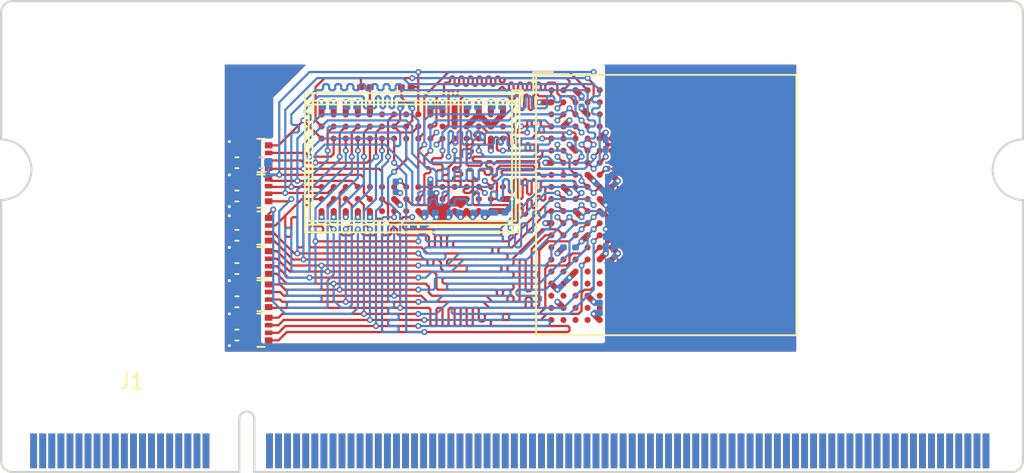
<source format=kicad_pcb>
(kicad_pcb (version 20171130) (host pcbnew "(5.1.8)-1")
  (layers (0 F.Cu signal hide) (1 In1.Cu signal hide) (2 In2.Cu signal hide) (31 B.Cu signal) (34 B.Paste user) (35 F.Paste user) (36 B.SilkS user) (37 F.SilkS user) (38 B.Mask user) (39 F.Mask user) (44 Edge.Cuts user))
  (net 0 "")
  (net 1 DDR_A0)
  (net 2 DDR_DQ10)
  (net 3 DDR_DQ0)
  (net 4 DDR_CK-)
  (net 5 DDR_CK+)
  (net 6 DDR_DQS1+)
  (net 7 DDR_DQS1-)
  (net 8 DDR_DQS0+)
  (net 9 DDR_nRST)
  (net 10 DDR_DQS0-)
  (net 11 GND)
  (net 12 VCC_DDR)
  (net 13 /DDR_ZQ0)
  (net 14 /DDR_VRN)
  (net 15 /DDR_VRP)
  (net 16 VREF_DDR)
  (net 17 VTT_DDR)
  (net 18 DDR_DQM1)
  (net 19 DDR_DQM0)
  (net 20 DDR_CKE)
  (net 21 DDR_BA1)
  (net 22 DDR_nCAS)
  (net 23 DDR_nRAS)
  (net 24 DDR_ODT)
  (net 25 DDR_nCS)
  (net 26 DDR_nWE)
  (net 27 DDR_A4)
  (net 28 DDR_A2)
  (net 29 DDR_BA0)
  (net 30 DDR_A6)
  (net 31 DDR_A5)
  (net 32 DDR_A7)
  (net 33 DDR_A3)
  (net 34 DDR_A1)
  (net 35 DDR_A8)
  (net 36 DDR_BA2)
  (net 37 DDR_A9)
  (net 38 DDR_A11)
  (net 39 DDR_A10)
  (net 40 DDR_A14)
  (net 41 DDR_A12)
  (net 42 DDR_A13)
  (net 43 DDR_DQ12)
  (net 44 DDR_DQ15)
  (net 45 DDR_DQ11)
  (net 46 DDR_DQ13)
  (net 47 DDR_DQ14)
  (net 48 DDR_DQ9)
  (net 49 DDR_DQ8)
  (net 50 DDR_DQ7)
  (net 51 DDR_DQ4)
  (net 52 DDR_DQ5)
  (net 53 DDR_DQ6)
  (net 54 DDR_DQ1)
  (net 55 DDR_DQ3)
  (net 56 DDR_DQ2)
  (net 57 "Net-(U2-PadG13)")
  (net 58 "Net-(U2-PadJ11)")
  (net 59 "Net-(U2-PadG7)")
  (net 60 "Net-(U2-PadF8)")
  (net 61 "Net-(U2-PadG11)")
  (net 62 "Net-(U1-PadM7)")
  (net 63 "Net-(U1-PadL9)")
  (net 64 "Net-(U1-PadL1)")
  (net 65 "Net-(U1-PadJ9)")
  (net 66 "Net-(U1-PadJ1)")
  (net 67 "Net-(U2-PadY4)")
  (net 68 "Net-(U2-PadY3)")
  (net 69 "Net-(U2-PadY2)")
  (net 70 "Net-(U2-PadY1)")
  (net 71 "Net-(U2-PadW5)")
  (net 72 "Net-(U2-PadW4)")
  (net 73 "Net-(U2-PadW3)")
  (net 74 "Net-(U2-PadW1)")
  (net 75 "Net-(U2-PadV3)")
  (net 76 "Net-(U2-PadV2)")
  (net 77 "Net-(U2-PadV1)")
  (net 78 "Net-(U2-PadU4)")
  (net 79 "Net-(U2-PadU3)")
  (net 80 "Net-(U2-PadU2)")
  (net 81 "Net-(U2-PadT4)")
  (net 82 "Net-(U2-PadT2)")
  (net 83 "Net-(U2-PadT1)")
  (net 84 "Net-(U2-PadR3)")
  (net 85 "Net-(U2-PadR2)")
  (net 86 "Net-(U2-PadR1)")
  (net 87 "Net-(U2-PadP3)")
  (net 88 "Net-(U2-PadP1)")
  (net 89 "Net-(U2-PadG8)")
  (net 90 "Net-(J1-Pad1)")
  (net 91 "Net-(J1-Pad2)")
  (net 92 "Net-(J1-Pad3)")
  (net 93 "Net-(J1-Pad4)")
  (net 94 "Net-(J1-Pad5)")
  (net 95 "Net-(J1-Pad6)")
  (net 96 "Net-(J1-Pad7)")
  (net 97 "Net-(J1-Pad8)")
  (net 98 "Net-(J1-Pad9)")
  (net 99 "Net-(J1-Pad10)")
  (net 100 "Net-(J1-Pad11)")
  (net 101 "Net-(J1-Pad12)")
  (net 102 "Net-(J1-Pad13)")
  (net 103 "Net-(J1-Pad14)")
  (net 104 "Net-(J1-Pad15)")
  (net 105 "Net-(J1-Pad16)")
  (net 106 "Net-(J1-Pad17)")
  (net 107 "Net-(J1-Pad18)")
  (net 108 "Net-(J1-Pad19)")
  (net 109 "Net-(J1-Pad20)")
  (net 110 "Net-(J1-Pad21)")
  (net 111 "Net-(J1-Pad22)")
  (net 112 "Net-(J1-Pad23)")
  (net 113 "Net-(J1-Pad24)")
  (net 114 "Net-(J1-Pad25)")
  (net 115 "Net-(J1-Pad26)")
  (net 116 "Net-(J1-Pad27)")
  (net 117 "Net-(J1-Pad28)")
  (net 118 "Net-(J1-Pad29)")
  (net 119 "Net-(J1-Pad30)")
  (net 120 "Net-(J1-Pad31)")
  (net 121 "Net-(J1-Pad32)")
  (net 122 "Net-(J1-Pad33)")
  (net 123 "Net-(J1-Pad34)")
  (net 124 "Net-(J1-Pad35)")
  (net 125 "Net-(J1-Pad36)")
  (net 126 "Net-(J1-Pad37)")
  (net 127 "Net-(J1-Pad38)")
  (net 128 "Net-(J1-Pad39)")
  (net 129 "Net-(J1-Pad40)")
  (net 130 "Net-(J1-Pad41)")
  (net 131 "Net-(J1-Pad42)")
  (net 132 "Net-(J1-Pad43)")
  (net 133 "Net-(J1-Pad44)")
  (net 134 "Net-(J1-Pad45)")
  (net 135 "Net-(J1-Pad46)")
  (net 136 "Net-(J1-Pad47)")
  (net 137 "Net-(J1-Pad48)")
  (net 138 "Net-(J1-Pad49)")
  (net 139 "Net-(J1-Pad50)")
  (net 140 "Net-(J1-Pad51)")
  (net 141 "Net-(J1-Pad52)")
  (net 142 "Net-(J1-Pad53)")
  (net 143 "Net-(J1-Pad54)")
  (net 144 "Net-(J1-Pad55)")
  (net 145 "Net-(J1-Pad56)")
  (net 146 "Net-(J1-Pad57)")
  (net 147 "Net-(J1-Pad58)")
  (net 148 "Net-(J1-Pad59)")
  (net 149 "Net-(J1-Pad60)")
  (net 150 "Net-(J1-Pad61)")
  (net 151 "Net-(J1-Pad62)")
  (net 152 "Net-(J1-Pad63)")
  (net 153 "Net-(J1-Pad64)")
  (net 154 "Net-(J1-Pad65)")
  (net 155 "Net-(J1-Pad66)")
  (net 156 "Net-(J1-Pad67)")
  (net 157 "Net-(J1-Pad68)")
  (net 158 "Net-(J1-Pad69)")
  (net 159 "Net-(J1-Pad70)")
  (net 160 "Net-(J1-Pad71)")
  (net 161 "Net-(J1-Pad72)")
  (net 162 "Net-(J1-Pad73)")
  (net 163 "Net-(J1-Pad74)")
  (net 164 "Net-(J1-Pad75)")
  (net 165 "Net-(J1-Pad76)")
  (net 166 "Net-(J1-Pad77)")
  (net 167 "Net-(J1-Pad78)")
  (net 168 "Net-(J1-Pad79)")
  (net 169 "Net-(J1-Pad80)")
  (net 170 "Net-(J1-Pad81)")
  (net 171 "Net-(J1-Pad82)")
  (net 172 "Net-(J1-Pad83)")
  (net 173 "Net-(J1-Pad84)")
  (net 174 "Net-(J1-Pad85)")
  (net 175 "Net-(J1-Pad86)")
  (net 176 "Net-(J1-Pad87)")
  (net 177 "Net-(J1-Pad88)")
  (net 178 "Net-(J1-Pad89)")
  (net 179 "Net-(J1-Pad90)")
  (net 180 "Net-(J1-Pad91)")
  (net 181 "Net-(J1-Pad92)")
  (net 182 "Net-(J1-Pad93)")
  (net 183 "Net-(J1-Pad94)")
  (net 184 "Net-(J1-Pad95)")
  (net 185 "Net-(J1-Pad96)")
  (net 186 "Net-(J1-Pad97)")
  (net 187 "Net-(J1-Pad98)")
  (net 188 "Net-(J1-Pad99)")
  (net 189 "Net-(J1-Pad100)")
  (net 190 "Net-(J1-Pad101)")
  (net 191 "Net-(J1-Pad102)")
  (net 192 "Net-(J1-Pad103)")
  (net 193 "Net-(J1-Pad104)")
  (net 194 "Net-(J1-Pad105)")
  (net 195 "Net-(J1-Pad106)")
  (net 196 "Net-(J1-Pad107)")
  (net 197 "Net-(J1-Pad108)")
  (net 198 "Net-(J1-Pad109)")
  (net 199 "Net-(J1-Pad110)")
  (net 200 "Net-(J1-Pad111)")
  (net 201 "Net-(J1-Pad112)")
  (net 202 "Net-(J1-Pad113)")
  (net 203 "Net-(J1-Pad114)")
  (net 204 "Net-(J1-Pad115)")
  (net 205 "Net-(J1-Pad116)")
  (net 206 "Net-(J1-Pad117)")
  (net 207 "Net-(J1-Pad118)")
  (net 208 "Net-(J1-Pad119)")
  (net 209 "Net-(J1-Pad120)")
  (net 210 "Net-(J1-Pad121)")
  (net 211 "Net-(J1-Pad122)")
  (net 212 "Net-(J1-Pad123)")
  (net 213 "Net-(J1-Pad124)")
  (net 214 "Net-(J1-Pad125)")
  (net 215 "Net-(J1-Pad126)")
  (net 216 "Net-(J1-Pad127)")
  (net 217 "Net-(J1-Pad128)")
  (net 218 "Net-(J1-Pad129)")
  (net 219 "Net-(J1-Pad130)")
  (net 220 "Net-(J1-Pad131)")
  (net 221 "Net-(J1-Pad132)")
  (net 222 "Net-(J1-Pad133)")
  (net 223 "Net-(J1-Pad134)")
  (net 224 "Net-(J1-Pad135)")
  (net 225 "Net-(J1-Pad136)")
  (net 226 "Net-(J1-Pad137)")
  (net 227 "Net-(J1-Pad138)")
  (net 228 "Net-(J1-Pad139)")
  (net 229 "Net-(J1-Pad140)")
  (net 230 "Net-(J1-Pad141)")
  (net 231 "Net-(J1-Pad142)")
  (net 232 "Net-(J1-Pad143)")
  (net 233 "Net-(J1-Pad144)")
  (net 234 "Net-(J1-Pad145)")
  (net 235 "Net-(J1-Pad146)")
  (net 236 "Net-(J1-Pad147)")
  (net 237 "Net-(J1-Pad148)")
  (net 238 "Net-(J1-Pad149)")
  (net 239 "Net-(J1-Pad150)")
  (net 240 "Net-(J1-Pad151)")
  (net 241 "Net-(J1-Pad152)")
  (net 242 "Net-(J1-Pad153)")
  (net 243 "Net-(J1-Pad154)")
  (net 244 "Net-(J1-Pad155)")
  (net 245 "Net-(J1-Pad156)")
  (net 246 "Net-(J1-Pad157)")
  (net 247 "Net-(J1-Pad158)")
  (net 248 "Net-(J1-Pad159)")
  (net 249 "Net-(J1-Pad160)")
  (net 250 "Net-(J1-Pad161)")
  (net 251 "Net-(J1-Pad162)")
  (net 252 "Net-(J1-Pad163)")
  (net 253 "Net-(J1-Pad164)")
  (net 254 "Net-(J1-Pad165)")
  (net 255 "Net-(J1-Pad166)")
  (net 256 "Net-(J1-Pad167)")
  (net 257 "Net-(J1-Pad168)")
  (net 258 "Net-(J1-Pad169)")
  (net 259 "Net-(J1-Pad170)")
  (net 260 "Net-(J1-Pad171)")
  (net 261 "Net-(J1-Pad172)")
  (net 262 "Net-(J1-Pad173)")
  (net 263 "Net-(J1-Pad174)")
  (net 264 "Net-(J1-Pad175)")
  (net 265 "Net-(J1-Pad176)")
  (net 266 "Net-(J1-Pad177)")
  (net 267 "Net-(J1-Pad178)")
  (net 268 "Net-(J1-Pad179)")
  (net 269 "Net-(J1-Pad180)")
  (net 270 "Net-(J1-Pad181)")
  (net 271 "Net-(J1-Pad182)")
  (net 272 "Net-(J1-Pad183)")
  (net 273 "Net-(J1-Pad184)")
  (net 274 "Net-(J1-Pad185)")
  (net 275 "Net-(J1-Pad186)")
  (net 276 "Net-(J1-Pad187)")
  (net 277 "Net-(J1-Pad188)")
  (net 278 "Net-(J1-Pad189)")
  (net 279 "Net-(J1-Pad190)")
  (net 280 "Net-(J1-Pad191)")
  (net 281 "Net-(J1-Pad192)")
  (net 282 "Net-(J1-Pad193)")
  (net 283 "Net-(J1-Pad194)")
  (net 284 "Net-(J1-Pad195)")
  (net 285 "Net-(J1-Pad196)")
  (net 286 "Net-(J1-Pad197)")
  (net 287 "Net-(J1-Pad198)")
  (net 288 "Net-(J1-Pad199)")
  (net 289 "Net-(J1-Pad200)")
  (module SODIMM:SODIMM_DDR2_EDGE (layer F.Cu) (at 6.002 30.959)
    (fp_text reference J1 (at 8.63 -5.98) (layer F.SilkS))
    (fp_text value SODIMM-200)
    (pad "" np_thru_hole circle (at 65.6 -6) (size 1.8 1.8) (drill 1.8) (layers *.Cu *.Mask))
    (pad "" np_thru_hole circle (at 2 -6) (size 1.8 1.8) (drill 1.8) (layers *.Cu *.Mask))
    (pad 1 smd rect (at 2.15 -1.4) (size 0.45 2.3) (layers F.Cu F.Mask) (net 90 "Net-(J1-Pad1)"))
    (pad 2 smd rect (at 2.15 -1.4 180) (size 0.45 2.3) (layers B.Cu B.Mask) (net 91 "Net-(J1-Pad2)"))
    (pad 3 smd rect (at 2.75 -1.4) (size 0.45 2.3) (layers F.Cu F.Mask) (net 92 "Net-(J1-Pad3)"))
    (pad 4 smd rect (at 2.75 -1.4 180) (size 0.45 2.3) (layers B.Cu B.Mask) (net 93 "Net-(J1-Pad4)"))
    (pad 5 smd rect (at 3.35 -1.4) (size 0.45 2.3) (layers F.Cu F.Mask) (net 94 "Net-(J1-Pad5)"))
    (pad 6 smd rect (at 3.35 -1.4 180) (size 0.45 2.3) (layers B.Cu B.Mask) (net 95 "Net-(J1-Pad6)"))
    (pad 7 smd rect (at 3.95 -1.4) (size 0.45 2.3) (layers F.Cu F.Mask) (net 96 "Net-(J1-Pad7)"))
    (pad 8 smd rect (at 3.95 -1.4 180) (size 0.45 2.3) (layers B.Cu B.Mask) (net 97 "Net-(J1-Pad8)"))
    (pad 9 smd rect (at 4.55 -1.4) (size 0.45 2.3) (layers F.Cu F.Mask) (net 98 "Net-(J1-Pad9)"))
    (pad 10 smd rect (at 4.55 -1.4 180) (size 0.45 2.3) (layers B.Cu B.Mask) (net 99 "Net-(J1-Pad10)"))
    (pad 11 smd rect (at 5.15 -1.4) (size 0.45 2.3) (layers F.Cu F.Mask) (net 100 "Net-(J1-Pad11)"))
    (pad 12 smd rect (at 5.15 -1.4 180) (size 0.45 2.3) (layers B.Cu B.Mask) (net 101 "Net-(J1-Pad12)"))
    (pad 13 smd rect (at 5.75 -1.4) (size 0.45 2.3) (layers F.Cu F.Mask) (net 102 "Net-(J1-Pad13)"))
    (pad 14 smd rect (at 5.75 -1.4 180) (size 0.45 2.3) (layers B.Cu B.Mask) (net 103 "Net-(J1-Pad14)"))
    (pad 15 smd rect (at 6.35 -1.4) (size 0.45 2.3) (layers F.Cu F.Mask) (net 104 "Net-(J1-Pad15)"))
    (pad 16 smd rect (at 6.35 -1.4 180) (size 0.45 2.3) (layers B.Cu B.Mask) (net 105 "Net-(J1-Pad16)"))
    (pad 17 smd rect (at 6.95 -1.4) (size 0.45 2.3) (layers F.Cu F.Mask) (net 106 "Net-(J1-Pad17)"))
    (pad 18 smd rect (at 6.95 -1.4 180) (size 0.45 2.3) (layers B.Cu B.Mask) (net 107 "Net-(J1-Pad18)"))
    (pad 19 smd rect (at 7.55 -1.4) (size 0.45 2.3) (layers F.Cu F.Mask) (net 108 "Net-(J1-Pad19)"))
    (pad 20 smd rect (at 7.55 -1.4 180) (size 0.45 2.3) (layers B.Cu B.Mask) (net 109 "Net-(J1-Pad20)"))
    (pad 21 smd rect (at 8.15 -1.4) (size 0.45 2.3) (layers F.Cu F.Mask) (net 110 "Net-(J1-Pad21)"))
    (pad 22 smd rect (at 8.15 -1.4 180) (size 0.45 2.3) (layers B.Cu B.Mask) (net 111 "Net-(J1-Pad22)"))
    (pad 23 smd rect (at 8.75 -1.4) (size 0.45 2.3) (layers F.Cu F.Mask) (net 112 "Net-(J1-Pad23)"))
    (pad 24 smd rect (at 8.75 -1.4 180) (size 0.45 2.3) (layers B.Cu B.Mask) (net 113 "Net-(J1-Pad24)"))
    (pad 25 smd rect (at 9.35 -1.4) (size 0.45 2.3) (layers F.Cu F.Mask) (net 114 "Net-(J1-Pad25)"))
    (pad 26 smd rect (at 9.35 -1.4 180) (size 0.45 2.3) (layers B.Cu B.Mask) (net 115 "Net-(J1-Pad26)"))
    (pad 27 smd rect (at 9.95 -1.4) (size 0.45 2.3) (layers F.Cu F.Mask) (net 116 "Net-(J1-Pad27)"))
    (pad 28 smd rect (at 9.95 -1.4 180) (size 0.45 2.3) (layers B.Cu B.Mask) (net 117 "Net-(J1-Pad28)"))
    (pad 29 smd rect (at 10.55 -1.4) (size 0.45 2.3) (layers F.Cu F.Mask) (net 118 "Net-(J1-Pad29)"))
    (pad 30 smd rect (at 10.55 -1.4 180) (size 0.45 2.3) (layers B.Cu B.Mask) (net 119 "Net-(J1-Pad30)"))
    (pad 31 smd rect (at 11.15 -1.4) (size 0.45 2.3) (layers F.Cu F.Mask) (net 120 "Net-(J1-Pad31)"))
    (pad 32 smd rect (at 11.15 -1.4 180) (size 0.45 2.3) (layers B.Cu B.Mask) (net 121 "Net-(J1-Pad32)"))
    (pad 33 smd rect (at 11.75 -1.4) (size 0.45 2.3) (layers F.Cu F.Mask) (net 122 "Net-(J1-Pad33)"))
    (pad 34 smd rect (at 11.75 -1.4 180) (size 0.45 2.3) (layers B.Cu B.Mask) (net 123 "Net-(J1-Pad34)"))
    (pad 35 smd rect (at 12.35 -1.4) (size 0.45 2.3) (layers F.Cu F.Mask) (net 124 "Net-(J1-Pad35)"))
    (pad 36 smd rect (at 12.35 -1.4 180) (size 0.45 2.3) (layers B.Cu B.Mask) (net 125 "Net-(J1-Pad36)"))
    (pad 37 smd rect (at 12.95 -1.4) (size 0.45 2.3) (layers F.Cu F.Mask) (net 126 "Net-(J1-Pad37)"))
    (pad 38 smd rect (at 12.95 -1.4 180) (size 0.45 2.3) (layers B.Cu B.Mask) (net 127 "Net-(J1-Pad38)"))
    (pad 39 smd rect (at 13.55 -1.4) (size 0.45 2.3) (layers F.Cu F.Mask) (net 128 "Net-(J1-Pad39)"))
    (pad 40 smd rect (at 13.55 -1.4 180) (size 0.45 2.3) (layers B.Cu B.Mask) (net 129 "Net-(J1-Pad40)"))
    (pad 41 smd rect (at 17.75 -1.4) (size 0.45 2.3) (layers F.Cu F.Mask) (net 130 "Net-(J1-Pad41)"))
    (pad 42 smd rect (at 17.75 -1.4 180) (size 0.45 2.3) (layers B.Cu B.Mask) (net 131 "Net-(J1-Pad42)"))
    (pad 43 smd rect (at 18.35 -1.4) (size 0.45 2.3) (layers F.Cu F.Mask) (net 132 "Net-(J1-Pad43)"))
    (pad 44 smd rect (at 18.35 -1.4 180) (size 0.45 2.3) (layers B.Cu B.Mask) (net 133 "Net-(J1-Pad44)"))
    (pad 45 smd rect (at 18.95 -1.4) (size 0.45 2.3) (layers F.Cu F.Mask) (net 134 "Net-(J1-Pad45)"))
    (pad 46 smd rect (at 18.95 -1.4 180) (size 0.45 2.3) (layers B.Cu B.Mask) (net 135 "Net-(J1-Pad46)"))
    (pad 47 smd rect (at 19.55 -1.4) (size 0.45 2.3) (layers F.Cu F.Mask) (net 136 "Net-(J1-Pad47)"))
    (pad 48 smd rect (at 19.55 -1.4 180) (size 0.45 2.3) (layers B.Cu B.Mask) (net 137 "Net-(J1-Pad48)"))
    (pad 49 smd rect (at 20.15 -1.4) (size 0.45 2.3) (layers F.Cu F.Mask) (net 138 "Net-(J1-Pad49)"))
    (pad 50 smd rect (at 20.15 -1.4 180) (size 0.45 2.3) (layers B.Cu B.Mask) (net 139 "Net-(J1-Pad50)"))
    (pad 51 smd rect (at 20.75 -1.4) (size 0.45 2.3) (layers F.Cu F.Mask) (net 140 "Net-(J1-Pad51)"))
    (pad 52 smd rect (at 20.75 -1.4 180) (size 0.45 2.3) (layers B.Cu B.Mask) (net 141 "Net-(J1-Pad52)"))
    (pad 53 smd rect (at 21.35 -1.4) (size 0.45 2.3) (layers F.Cu F.Mask) (net 142 "Net-(J1-Pad53)"))
    (pad 54 smd rect (at 21.35 -1.4 180) (size 0.45 2.3) (layers B.Cu B.Mask) (net 143 "Net-(J1-Pad54)"))
    (pad 55 smd rect (at 21.95 -1.4) (size 0.45 2.3) (layers F.Cu F.Mask) (net 144 "Net-(J1-Pad55)"))
    (pad 56 smd rect (at 21.95 -1.4 180) (size 0.45 2.3) (layers B.Cu B.Mask) (net 145 "Net-(J1-Pad56)"))
    (pad 57 smd rect (at 22.55 -1.4) (size 0.45 2.3) (layers F.Cu F.Mask) (net 146 "Net-(J1-Pad57)"))
    (pad 58 smd rect (at 22.55 -1.4 180) (size 0.45 2.3) (layers B.Cu B.Mask) (net 147 "Net-(J1-Pad58)"))
    (pad 59 smd rect (at 23.15 -1.4) (size 0.45 2.3) (layers F.Cu F.Mask) (net 148 "Net-(J1-Pad59)"))
    (pad 60 smd rect (at 23.15 -1.4 180) (size 0.45 2.3) (layers B.Cu B.Mask) (net 149 "Net-(J1-Pad60)"))
    (pad 61 smd rect (at 23.75 -1.4) (size 0.45 2.3) (layers F.Cu F.Mask) (net 150 "Net-(J1-Pad61)"))
    (pad 62 smd rect (at 23.75 -1.4) (size 0.45 2.3) (layers B.Cu B.Mask) (net 151 "Net-(J1-Pad62)"))
    (pad 63 smd rect (at 24.35 -1.4) (size 0.45 2.3) (layers F.Cu F.Mask) (net 152 "Net-(J1-Pad63)"))
    (pad 64 smd rect (at 24.35 -1.4 180) (size 0.45 2.3) (layers B.Cu B.Mask) (net 153 "Net-(J1-Pad64)"))
    (pad 65 smd rect (at 24.95 -1.4) (size 0.45 2.3) (layers F.Cu F.Mask) (net 154 "Net-(J1-Pad65)"))
    (pad 66 smd rect (at 24.95 -1.4 180) (size 0.45 2.3) (layers B.Cu B.Mask) (net 155 "Net-(J1-Pad66)"))
    (pad 67 smd rect (at 25.55 -1.4) (size 0.45 2.3) (layers F.Cu F.Mask) (net 156 "Net-(J1-Pad67)"))
    (pad 68 smd rect (at 25.55 -1.4 180) (size 0.45 2.3) (layers B.Cu B.Mask) (net 157 "Net-(J1-Pad68)"))
    (pad 69 smd rect (at 26.15 -1.4) (size 0.45 2.3) (layers F.Cu F.Mask) (net 158 "Net-(J1-Pad69)"))
    (pad 70 smd rect (at 26.15 -1.4 180) (size 0.45 2.3) (layers B.Cu B.Mask) (net 159 "Net-(J1-Pad70)"))
    (pad 71 smd rect (at 26.75 -1.4) (size 0.45 2.3) (layers F.Cu F.Mask) (net 160 "Net-(J1-Pad71)"))
    (pad 72 smd rect (at 26.75 -1.4 180) (size 0.45 2.3) (layers B.Cu B.Mask) (net 161 "Net-(J1-Pad72)"))
    (pad 73 smd rect (at 27.35 -1.4) (size 0.45 2.3) (layers F.Cu F.Mask) (net 162 "Net-(J1-Pad73)"))
    (pad 74 smd rect (at 27.35 -1.4 180) (size 0.45 2.3) (layers B.Cu B.Mask) (net 163 "Net-(J1-Pad74)"))
    (pad 75 smd rect (at 27.95 -1.4) (size 0.45 2.3) (layers F.Cu F.Mask) (net 164 "Net-(J1-Pad75)"))
    (pad 76 smd rect (at 27.95 -1.4 180) (size 0.45 2.3) (layers B.Cu B.Mask) (net 165 "Net-(J1-Pad76)"))
    (pad 77 smd rect (at 28.55 -1.4) (size 0.45 2.3) (layers F.Cu F.Mask) (net 166 "Net-(J1-Pad77)"))
    (pad 78 smd rect (at 28.55 -1.4 180) (size 0.45 2.3) (layers B.Cu B.Mask) (net 167 "Net-(J1-Pad78)"))
    (pad 79 smd rect (at 29.15 -1.4) (size 0.45 2.3) (layers F.Cu F.Mask) (net 168 "Net-(J1-Pad79)"))
    (pad 80 smd rect (at 29.15 -1.4 180) (size 0.45 2.3) (layers B.Cu B.Mask) (net 169 "Net-(J1-Pad80)"))
    (pad 81 smd rect (at 29.75 -1.4) (size 0.45 2.3) (layers F.Cu F.Mask) (net 170 "Net-(J1-Pad81)"))
    (pad 82 smd rect (at 29.75 -1.4 180) (size 0.45 2.3) (layers B.Cu B.Mask) (net 171 "Net-(J1-Pad82)"))
    (pad 83 smd rect (at 30.35 -1.4) (size 0.45 2.3) (layers F.Cu F.Mask) (net 172 "Net-(J1-Pad83)"))
    (pad 84 smd rect (at 30.35 -1.4 180) (size 0.45 2.3) (layers B.Cu B.Mask) (net 173 "Net-(J1-Pad84)"))
    (pad 85 smd rect (at 30.95 -1.4) (size 0.45 2.3) (layers F.Cu F.Mask) (net 174 "Net-(J1-Pad85)"))
    (pad 86 smd rect (at 30.95 -1.4 180) (size 0.45 2.3) (layers B.Cu B.Mask) (net 175 "Net-(J1-Pad86)"))
    (pad 87 smd rect (at 31.55 -1.4) (size 0.45 2.3) (layers F.Cu F.Mask) (net 176 "Net-(J1-Pad87)"))
    (pad 88 smd rect (at 31.55 -1.4 180) (size 0.45 2.3) (layers B.Cu B.Mask) (net 177 "Net-(J1-Pad88)"))
    (pad 89 smd rect (at 32.15 -1.4) (size 0.45 2.3) (layers F.Cu F.Mask) (net 178 "Net-(J1-Pad89)"))
    (pad 90 smd rect (at 32.15 -1.4 180) (size 0.45 2.3) (layers B.Cu B.Mask) (net 179 "Net-(J1-Pad90)"))
    (pad 91 smd rect (at 32.75 -1.4) (size 0.45 2.3) (layers F.Cu F.Mask) (net 180 "Net-(J1-Pad91)"))
    (pad 92 smd rect (at 32.75 -1.4 180) (size 0.45 2.3) (layers B.Cu B.Mask) (net 181 "Net-(J1-Pad92)"))
    (pad 93 smd rect (at 33.35 -1.4) (size 0.45 2.3) (layers F.Cu F.Mask) (net 182 "Net-(J1-Pad93)"))
    (pad 94 smd rect (at 33.35 -1.4 180) (size 0.45 2.3) (layers B.Cu B.Mask) (net 183 "Net-(J1-Pad94)"))
    (pad 95 smd rect (at 33.95 -1.4) (size 0.45 2.3) (layers F.Cu F.Mask) (net 184 "Net-(J1-Pad95)"))
    (pad 96 smd rect (at 33.95 -1.4 180) (size 0.45 2.3) (layers B.Cu B.Mask) (net 185 "Net-(J1-Pad96)"))
    (pad 97 smd rect (at 34.55 -1.4) (size 0.45 2.3) (layers F.Cu F.Mask) (net 186 "Net-(J1-Pad97)"))
    (pad 98 smd rect (at 34.55 -1.4 180) (size 0.45 2.3) (layers B.Cu B.Mask) (net 187 "Net-(J1-Pad98)"))
    (pad 99 smd rect (at 35.15 -1.4) (size 0.45 2.3) (layers F.Cu F.Mask) (net 188 "Net-(J1-Pad99)"))
    (pad 100 smd rect (at 35.15 -1.4 180) (size 0.45 2.3) (layers B.Cu B.Mask) (net 189 "Net-(J1-Pad100)"))
    (pad 101 smd rect (at 35.75 -1.4) (size 0.45 2.3) (layers F.Cu F.Mask) (net 190 "Net-(J1-Pad101)"))
    (pad 102 smd rect (at 35.75 -1.4 180) (size 0.45 2.3) (layers B.Cu B.Mask) (net 191 "Net-(J1-Pad102)"))
    (pad 103 smd rect (at 36.35 -1.4) (size 0.45 2.3) (layers F.Cu F.Mask) (net 192 "Net-(J1-Pad103)"))
    (pad 104 smd rect (at 36.35 -1.4 180) (size 0.45 2.3) (layers B.Cu B.Mask) (net 193 "Net-(J1-Pad104)"))
    (pad 105 smd rect (at 36.95 -1.4) (size 0.45 2.3) (layers F.Cu F.Mask) (net 194 "Net-(J1-Pad105)"))
    (pad 106 smd rect (at 36.95 -1.4 180) (size 0.45 2.3) (layers B.Cu B.Mask) (net 195 "Net-(J1-Pad106)"))
    (pad 107 smd rect (at 37.55 -1.4) (size 0.45 2.3) (layers F.Cu F.Mask) (net 196 "Net-(J1-Pad107)"))
    (pad 108 smd rect (at 37.55 -1.4 180) (size 0.45 2.3) (layers B.Cu B.Mask) (net 197 "Net-(J1-Pad108)"))
    (pad 109 smd rect (at 38.15 -1.4) (size 0.45 2.3) (layers F.Cu F.Mask) (net 198 "Net-(J1-Pad109)"))
    (pad 110 smd rect (at 38.15 -1.4 180) (size 0.45 2.3) (layers B.Cu B.Mask) (net 199 "Net-(J1-Pad110)"))
    (pad 111 smd rect (at 38.75 -1.4) (size 0.45 2.3) (layers F.Cu F.Mask) (net 200 "Net-(J1-Pad111)"))
    (pad 112 smd rect (at 38.75 -1.4 180) (size 0.45 2.3) (layers B.Cu B.Mask) (net 201 "Net-(J1-Pad112)"))
    (pad 113 smd rect (at 39.35 -1.4) (size 0.45 2.3) (layers F.Cu F.Mask) (net 202 "Net-(J1-Pad113)"))
    (pad 114 smd rect (at 39.35 -1.4 180) (size 0.45 2.3) (layers B.Cu B.Mask) (net 203 "Net-(J1-Pad114)"))
    (pad 115 smd rect (at 39.95 -1.4) (size 0.45 2.3) (layers F.Cu F.Mask) (net 204 "Net-(J1-Pad115)"))
    (pad 116 smd rect (at 39.95 -1.4 180) (size 0.45 2.3) (layers B.Cu B.Mask) (net 205 "Net-(J1-Pad116)"))
    (pad 117 smd rect (at 40.55 -1.4) (size 0.45 2.3) (layers F.Cu F.Mask) (net 206 "Net-(J1-Pad117)"))
    (pad 118 smd rect (at 40.55 -1.4 180) (size 0.45 2.3) (layers B.Cu B.Mask) (net 207 "Net-(J1-Pad118)"))
    (pad 119 smd rect (at 41.15 -1.4) (size 0.45 2.3) (layers F.Cu F.Mask) (net 208 "Net-(J1-Pad119)"))
    (pad 120 smd rect (at 41.15 -1.4 180) (size 0.45 2.3) (layers B.Cu B.Mask) (net 209 "Net-(J1-Pad120)"))
    (pad 121 smd rect (at 41.75 -1.4) (size 0.45 2.3) (layers F.Cu F.Mask) (net 210 "Net-(J1-Pad121)"))
    (pad 122 smd rect (at 41.75 -1.4 180) (size 0.45 2.3) (layers B.Cu B.Mask) (net 211 "Net-(J1-Pad122)"))
    (pad 123 smd rect (at 42.35 -1.4) (size 0.45 2.3) (layers F.Cu F.Mask) (net 212 "Net-(J1-Pad123)"))
    (pad 124 smd rect (at 42.35 -1.4 180) (size 0.45 2.3) (layers B.Cu B.Mask) (net 213 "Net-(J1-Pad124)"))
    (pad 125 smd rect (at 42.95 -1.4) (size 0.45 2.3) (layers F.Cu F.Mask) (net 214 "Net-(J1-Pad125)"))
    (pad 126 smd rect (at 42.95 -1.4 180) (size 0.45 2.3) (layers B.Cu B.Mask) (net 215 "Net-(J1-Pad126)"))
    (pad 127 smd rect (at 43.55 -1.4) (size 0.45 2.3) (layers F.Cu F.Mask) (net 216 "Net-(J1-Pad127)"))
    (pad 128 smd rect (at 43.55 -1.4 180) (size 0.45 2.3) (layers B.Cu B.Mask) (net 217 "Net-(J1-Pad128)"))
    (pad 129 smd rect (at 44.15 -1.4) (size 0.45 2.3) (layers F.Cu F.Mask) (net 218 "Net-(J1-Pad129)"))
    (pad 130 smd rect (at 44.15 -1.4 180) (size 0.45 2.3) (layers B.Cu B.Mask) (net 219 "Net-(J1-Pad130)"))
    (pad 131 smd rect (at 44.75 -1.4) (size 0.45 2.3) (layers F.Cu F.Mask) (net 220 "Net-(J1-Pad131)"))
    (pad 132 smd rect (at 44.75 -1.4 180) (size 0.45 2.3) (layers B.Cu B.Mask) (net 221 "Net-(J1-Pad132)"))
    (pad 133 smd rect (at 45.35 -1.4) (size 0.45 2.3) (layers F.Cu F.Mask) (net 222 "Net-(J1-Pad133)"))
    (pad 134 smd rect (at 45.35 -1.4 180) (size 0.45 2.3) (layers B.Cu B.Mask) (net 223 "Net-(J1-Pad134)"))
    (pad 135 smd rect (at 45.95 -1.4) (size 0.45 2.3) (layers F.Cu F.Mask) (net 224 "Net-(J1-Pad135)"))
    (pad 136 smd rect (at 45.95 -1.4 180) (size 0.45 2.3) (layers B.Cu B.Mask) (net 225 "Net-(J1-Pad136)"))
    (pad 137 smd rect (at 46.55 -1.4) (size 0.45 2.3) (layers F.Cu F.Mask) (net 226 "Net-(J1-Pad137)"))
    (pad 138 smd rect (at 46.55 -1.4 180) (size 0.45 2.3) (layers B.Cu B.Mask) (net 227 "Net-(J1-Pad138)"))
    (pad 139 smd rect (at 47.15 -1.4) (size 0.45 2.3) (layers F.Cu F.Mask) (net 228 "Net-(J1-Pad139)"))
    (pad 140 smd rect (at 47.15 -1.4 180) (size 0.45 2.3) (layers B.Cu B.Mask) (net 229 "Net-(J1-Pad140)"))
    (pad 141 smd rect (at 47.75 -1.4) (size 0.45 2.3) (layers F.Cu F.Mask) (net 230 "Net-(J1-Pad141)"))
    (pad 142 smd rect (at 47.75 -1.4 180) (size 0.45 2.3) (layers B.Cu B.Mask) (net 231 "Net-(J1-Pad142)"))
    (pad 143 smd rect (at 48.35 -1.4) (size 0.45 2.3) (layers F.Cu F.Mask) (net 232 "Net-(J1-Pad143)"))
    (pad 144 smd rect (at 48.35 -1.4 180) (size 0.45 2.3) (layers B.Cu B.Mask) (net 233 "Net-(J1-Pad144)"))
    (pad 145 smd rect (at 48.95 -1.4) (size 0.45 2.3) (layers F.Cu F.Mask) (net 234 "Net-(J1-Pad145)"))
    (pad 146 smd rect (at 48.95 -1.4 180) (size 0.45 2.3) (layers B.Cu B.Mask) (net 235 "Net-(J1-Pad146)"))
    (pad 147 smd rect (at 49.55 -1.4) (size 0.45 2.3) (layers F.Cu F.Mask) (net 236 "Net-(J1-Pad147)"))
    (pad 148 smd rect (at 49.55 -1.4 180) (size 0.45 2.3) (layers B.Cu B.Mask) (net 237 "Net-(J1-Pad148)"))
    (pad 149 smd rect (at 50.15 -1.4) (size 0.45 2.3) (layers F.Cu F.Mask) (net 238 "Net-(J1-Pad149)"))
    (pad 150 smd rect (at 50.15 -1.4 180) (size 0.45 2.3) (layers B.Cu B.Mask) (net 239 "Net-(J1-Pad150)"))
    (pad 151 smd rect (at 50.75 -1.4) (size 0.45 2.3) (layers F.Cu F.Mask) (net 240 "Net-(J1-Pad151)"))
    (pad 152 smd rect (at 50.75 -1.4 180) (size 0.45 2.3) (layers B.Cu B.Mask) (net 241 "Net-(J1-Pad152)"))
    (pad 153 smd rect (at 51.35 -1.4) (size 0.45 2.3) (layers F.Cu F.Mask) (net 242 "Net-(J1-Pad153)"))
    (pad 154 smd rect (at 51.35 -1.4 180) (size 0.45 2.3) (layers B.Cu B.Mask) (net 243 "Net-(J1-Pad154)"))
    (pad 155 smd rect (at 51.95 -1.4) (size 0.45 2.3) (layers F.Cu F.Mask) (net 244 "Net-(J1-Pad155)"))
    (pad 156 smd rect (at 51.95 -1.4 180) (size 0.45 2.3) (layers B.Cu B.Mask) (net 245 "Net-(J1-Pad156)"))
    (pad 157 smd rect (at 52.55 -1.4) (size 0.45 2.3) (layers F.Cu F.Mask) (net 246 "Net-(J1-Pad157)"))
    (pad 158 smd rect (at 52.55 -1.4 180) (size 0.45 2.3) (layers B.Cu B.Mask) (net 247 "Net-(J1-Pad158)"))
    (pad 159 smd rect (at 53.15 -1.4) (size 0.45 2.3) (layers F.Cu F.Mask) (net 248 "Net-(J1-Pad159)"))
    (pad 160 smd rect (at 53.15 -1.4 180) (size 0.45 2.3) (layers B.Cu B.Mask) (net 249 "Net-(J1-Pad160)"))
    (pad 161 smd rect (at 53.75 -1.4) (size 0.45 2.3) (layers F.Cu F.Mask) (net 250 "Net-(J1-Pad161)"))
    (pad 162 smd rect (at 53.75 -1.4 180) (size 0.45 2.3) (layers B.Cu B.Mask) (net 251 "Net-(J1-Pad162)"))
    (pad 163 smd rect (at 54.35 -1.4) (size 0.45 2.3) (layers F.Cu F.Mask) (net 252 "Net-(J1-Pad163)"))
    (pad 164 smd rect (at 54.35 -1.4 180) (size 0.45 2.3) (layers B.Cu B.Mask) (net 253 "Net-(J1-Pad164)"))
    (pad 165 smd rect (at 54.95 -1.4) (size 0.45 2.3) (layers F.Cu F.Mask) (net 254 "Net-(J1-Pad165)"))
    (pad 166 smd rect (at 54.95 -1.4 180) (size 0.45 2.3) (layers B.Cu B.Mask) (net 255 "Net-(J1-Pad166)"))
    (pad 167 smd rect (at 55.55 -1.4) (size 0.45 2.3) (layers F.Cu F.Mask) (net 256 "Net-(J1-Pad167)"))
    (pad 168 smd rect (at 55.55 -1.4 180) (size 0.45 2.3) (layers B.Cu B.Mask) (net 257 "Net-(J1-Pad168)"))
    (pad 169 smd rect (at 56.15 -1.4) (size 0.45 2.3) (layers F.Cu F.Mask) (net 258 "Net-(J1-Pad169)"))
    (pad 170 smd rect (at 56.15 -1.4 180) (size 0.45 2.3) (layers B.Cu B.Mask) (net 259 "Net-(J1-Pad170)"))
    (pad 171 smd rect (at 56.75 -1.4) (size 0.45 2.3) (layers F.Cu F.Mask) (net 260 "Net-(J1-Pad171)"))
    (pad 172 smd rect (at 56.75 -1.4 180) (size 0.45 2.3) (layers B.Cu B.Mask) (net 261 "Net-(J1-Pad172)"))
    (pad 173 smd rect (at 57.35 -1.4) (size 0.45 2.3) (layers F.Cu F.Mask) (net 262 "Net-(J1-Pad173)"))
    (pad 174 smd rect (at 57.35 -1.4 180) (size 0.45 2.3) (layers B.Cu B.Mask) (net 263 "Net-(J1-Pad174)"))
    (pad 175 smd rect (at 57.95 -1.4) (size 0.45 2.3) (layers F.Cu F.Mask) (net 264 "Net-(J1-Pad175)"))
    (pad 176 smd rect (at 57.95 -1.4 180) (size 0.45 2.3) (layers B.Cu B.Mask) (net 265 "Net-(J1-Pad176)"))
    (pad 177 smd rect (at 58.55 -1.4) (size 0.45 2.3) (layers F.Cu F.Mask) (net 266 "Net-(J1-Pad177)"))
    (pad 178 smd rect (at 58.55 -1.4 180) (size 0.45 2.3) (layers B.Cu B.Mask) (net 267 "Net-(J1-Pad178)"))
    (pad 179 smd rect (at 59.15 -1.4) (size 0.45 2.3) (layers F.Cu F.Mask) (net 268 "Net-(J1-Pad179)"))
    (pad 180 smd rect (at 59.15 -1.4 180) (size 0.45 2.3) (layers B.Cu B.Mask) (net 269 "Net-(J1-Pad180)"))
    (pad 181 smd rect (at 59.75 -1.4) (size 0.45 2.3) (layers F.Cu F.Mask) (net 270 "Net-(J1-Pad181)"))
    (pad 182 smd rect (at 59.75 -1.4 180) (size 0.45 2.3) (layers B.Cu B.Mask) (net 271 "Net-(J1-Pad182)"))
    (pad 183 smd rect (at 60.35 -1.4) (size 0.45 2.3) (layers F.Cu F.Mask) (net 272 "Net-(J1-Pad183)"))
    (pad 184 smd rect (at 60.35 -1.4 180) (size 0.45 2.3) (layers B.Cu B.Mask) (net 273 "Net-(J1-Pad184)"))
    (pad 185 smd rect (at 60.95 -1.4) (size 0.45 2.3) (layers F.Cu F.Mask) (net 274 "Net-(J1-Pad185)"))
    (pad 186 smd rect (at 60.95 -1.4 180) (size 0.45 2.3) (layers B.Cu B.Mask) (net 275 "Net-(J1-Pad186)"))
    (pad 187 smd rect (at 61.55 -1.4) (size 0.45 2.3) (layers F.Cu F.Mask) (net 276 "Net-(J1-Pad187)"))
    (pad 188 smd rect (at 61.55 -1.4 180) (size 0.45 2.3) (layers B.Cu B.Mask) (net 277 "Net-(J1-Pad188)"))
    (pad 189 smd rect (at 62.15 -1.4) (size 0.45 2.3) (layers F.Cu F.Mask) (net 278 "Net-(J1-Pad189)"))
    (pad 190 smd rect (at 62.15 -1.4 180) (size 0.45 2.3) (layers B.Cu B.Mask) (net 279 "Net-(J1-Pad190)"))
    (pad 191 smd rect (at 62.75 -1.4) (size 0.45 2.3) (layers F.Cu F.Mask) (net 280 "Net-(J1-Pad191)"))
    (pad 192 smd rect (at 62.75 -1.4 180) (size 0.45 2.3) (layers B.Cu B.Mask) (net 281 "Net-(J1-Pad192)"))
    (pad 193 smd rect (at 63.35 -1.4) (size 0.45 2.3) (layers F.Cu F.Mask) (net 282 "Net-(J1-Pad193)"))
    (pad 194 smd rect (at 63.35 -1.4 180) (size 0.45 2.3) (layers B.Cu B.Mask) (net 283 "Net-(J1-Pad194)"))
    (pad 195 smd rect (at 63.95 -1.4) (size 0.45 2.3) (layers F.Cu F.Mask) (net 284 "Net-(J1-Pad195)"))
    (pad 196 smd rect (at 63.95 -1.4 180) (size 0.45 2.3) (layers B.Cu B.Mask) (net 285 "Net-(J1-Pad196)"))
    (pad 197 smd rect (at 64.55 -1.4) (size 0.45 2.3) (layers F.Cu F.Mask) (net 286 "Net-(J1-Pad197)"))
    (pad 198 smd rect (at 64.55 -1.4 180) (size 0.45 2.3) (layers B.Cu B.Mask) (net 287 "Net-(J1-Pad198)"))
    (pad 199 smd rect (at 65.15 -1.4) (size 0.45 2.3) (layers F.Cu F.Mask) (net 288 "Net-(J1-Pad199)"))
    (pad 200 smd rect (at 65.15 -1.4 180) (size 0.45 2.3) (layers B.Cu B.Mask) (net 289 "Net-(J1-Pad200)"))
  )
  (module Package_BGA:Xilinx_CLG400_NoPaste_JLC_Package_Delay (layer F.Cu) (at 50 13.3)
    (fp_text reference U2)
    (fp_text value xc7z010clg400)
    (pad Y20 smd circle (at 7.6 7.6) (size 0.4 0.4) (layers F.Cu F.Mask))
    (pad Y19 smd circle (at 6.8 7.6) (size 0.4 0.4) (layers F.Cu F.Mask))
    (pad Y18 smd circle (at 6 7.6) (size 0.4 0.4) (layers F.Cu F.Mask))
    (pad Y17 smd circle (at 5.2 7.6) (size 0.4 0.4) (layers F.Cu F.Mask))
    (pad Y16 smd circle (at 4.4 7.6) (size 0.4 0.4) (layers F.Cu F.Mask))
    (pad Y15 smd circle (at 3.6 7.6) (size 0.4 0.4) (layers F.Cu F.Mask) (net 11 GND))
    (pad Y14 smd circle (at 2.8 7.6) (size 0.4 0.4) (layers F.Cu F.Mask))
    (pad Y13 smd circle (at 2 7.6) (size 0.4 0.4) (layers F.Cu F.Mask))
    (pad Y12 smd circle (at 1.2 7.6) (size 0.4 0.4) (layers F.Cu F.Mask))
    (pad Y11 smd circle (at 0.4 7.6) (size 0.4 0.4) (layers F.Cu F.Mask))
    (pad Y10 smd circle (at -0.4 7.6) (size 0.4 0.4) (layers F.Cu F.Mask))
    (pad Y9 smd circle (at -1.2 7.6) (size 0.4 0.4) (layers F.Cu F.Mask))
    (pad Y8 smd circle (at -2 7.6) (size 0.4 0.4) (layers F.Cu F.Mask))
    (pad Y7 smd circle (at -2.8 7.6) (size 0.4 0.4) (layers F.Cu F.Mask))
    (pad Y6 smd circle (at -3.6 7.6) (size 0.4 0.4) (layers F.Cu F.Mask))
    (pad Y5 smd circle (at -4.4 7.6) (size 0.4 0.4) (layers F.Cu F.Mask) (net 11 GND))
    (pad Y4 smd circle (at -5.2 7.6) (size 0.4 0.4) (layers F.Cu F.Mask) (net 67 "Net-(U2-PadY4)"))
    (pad Y3 smd circle (at -6 7.6) (size 0.4 0.4) (layers F.Cu F.Mask) (net 68 "Net-(U2-PadY3)"))
    (pad Y2 smd circle (at -6.8 7.6) (size 0.4 0.4) (layers F.Cu F.Mask) (net 69 "Net-(U2-PadY2)"))
    (pad Y1 smd circle (at -7.6 7.6) (size 0.4 0.4) (layers F.Cu F.Mask) (net 70 "Net-(U2-PadY1)"))
    (pad W20 smd circle (at 7.6 6.8) (size 0.4 0.4) (layers F.Cu F.Mask))
    (pad W19 smd circle (at 6.8 6.8) (size 0.4 0.4) (layers F.Cu F.Mask))
    (pad W18 smd circle (at 6 6.8) (size 0.4 0.4) (layers F.Cu F.Mask))
    (pad W17 smd circle (at 5.2 6.8) (size 0.4 0.4) (layers F.Cu F.Mask))
    (pad W16 smd circle (at 4.4 6.8) (size 0.4 0.4) (layers F.Cu F.Mask))
    (pad W15 smd circle (at 3.6 6.8) (size 0.4 0.4) (layers F.Cu F.Mask))
    (pad W14 smd circle (at 2.8 6.8) (size 0.4 0.4) (layers F.Cu F.Mask))
    (pad W13 smd circle (at 2 6.8) (size 0.4 0.4) (layers F.Cu F.Mask))
    (pad W12 smd circle (at 1.2 6.8) (size 0.4 0.4) (layers F.Cu F.Mask) (net 11 GND))
    (pad W11 smd circle (at 0.4 6.8) (size 0.4 0.4) (layers F.Cu F.Mask))
    (pad W10 smd circle (at -0.4 6.8) (size 0.4 0.4) (layers F.Cu F.Mask))
    (pad W9 smd circle (at -1.2 6.8) (size 0.4 0.4) (layers F.Cu F.Mask))
    (pad W8 smd circle (at -2 6.8) (size 0.4 0.4) (layers F.Cu F.Mask))
    (pad W7 smd circle (at -2.8 6.8) (size 0.4 0.4) (layers F.Cu F.Mask))
    (pad W6 smd circle (at -3.6 6.8) (size 0.4 0.4) (layers F.Cu F.Mask))
    (pad W5 smd circle (at -4.4 6.8) (size 0.4 0.4) (layers F.Cu F.Mask) (net 71 "Net-(U2-PadW5)"))
    (pad W4 smd circle (at -5.2 6.8) (size 0.4 0.4) (layers F.Cu F.Mask) (net 72 "Net-(U2-PadW4)"))
    (pad W3 smd circle (at -6 6.8) (size 0.4 0.4) (layers F.Cu F.Mask) (net 73 "Net-(U2-PadW3)"))
    (pad W2 smd circle (at -6.8 6.8) (size 0.4 0.4) (layers F.Cu F.Mask) (net 11 GND))
    (pad W1 smd circle (at -7.6 6.8) (size 0.4 0.4) (layers F.Cu F.Mask) (net 74 "Net-(U2-PadW1)"))
    (pad V20 smd circle (at 7.6 6) (size 0.4 0.4) (layers F.Cu F.Mask))
    (pad V19 smd circle (at 6.8 6) (size 0.4 0.4) (layers F.Cu F.Mask) (net 11 GND))
    (pad V18 smd circle (at 6 6) (size 0.4 0.4) (layers F.Cu F.Mask))
    (pad V17 smd circle (at 5.2 6) (size 0.4 0.4) (layers F.Cu F.Mask))
    (pad V16 smd circle (at 4.4 6) (size 0.4 0.4) (layers F.Cu F.Mask))
    (pad V15 smd circle (at 3.6 6) (size 0.4 0.4) (layers F.Cu F.Mask))
    (pad V14 smd circle (at 2.8 6) (size 0.4 0.4) (layers F.Cu F.Mask))
    (pad V13 smd circle (at 2 6) (size 0.4 0.4) (layers F.Cu F.Mask))
    (pad V12 smd circle (at 1.2 6) (size 0.4 0.4) (layers F.Cu F.Mask))
    (pad V11 smd circle (at 0.4 6) (size 0.4 0.4) (layers F.Cu F.Mask))
    (pad V10 smd circle (at -0.4 6) (size 0.4 0.4) (layers F.Cu F.Mask))
    (pad V9 smd circle (at -1.2 6) (size 0.4 0.4) (layers F.Cu F.Mask) (net 11 GND))
    (pad V8 smd circle (at -2 6) (size 0.4 0.4) (layers F.Cu F.Mask))
    (pad V7 smd circle (at -2.8 6) (size 0.4 0.4) (layers F.Cu F.Mask))
    (pad V6 smd circle (at -3.6 6) (size 0.4 0.4) (layers F.Cu F.Mask))
    (pad V5 smd circle (at -4.4 6) (size 0.4 0.4) (layers F.Cu F.Mask))
    (pad V4 smd circle (at -5.2 6) (size 0.4 0.4) (layers F.Cu F.Mask) (net 12 VCC_DDR))
    (pad V3 smd circle (at -6 6) (size 0.4 0.4) (layers F.Cu F.Mask) (net 75 "Net-(U2-PadV3)"))
    (pad V2 smd circle (at -6.8 6) (size 0.4 0.4) (layers F.Cu F.Mask) (net 76 "Net-(U2-PadV2)"))
    (pad V1 smd circle (at -7.6 6) (size 0.4 0.4) (layers F.Cu F.Mask) (net 77 "Net-(U2-PadV1)"))
    (pad U20 smd circle (at 7.6 5.2) (size 0.4 0.4) (layers F.Cu F.Mask))
    (pad U19 smd circle (at 6.8 5.2) (size 0.4 0.4) (layers F.Cu F.Mask))
    (pad U18 smd circle (at 6 5.2) (size 0.4 0.4) (layers F.Cu F.Mask))
    (pad U17 smd circle (at 5.2 5.2) (size 0.4 0.4) (layers F.Cu F.Mask))
    (pad U16 smd circle (at 4.4 5.2) (size 0.4 0.4) (layers F.Cu F.Mask) (net 11 GND))
    (pad U15 smd circle (at 3.6 5.2) (size 0.4 0.4) (layers F.Cu F.Mask))
    (pad U14 smd circle (at 2.8 5.2) (size 0.4 0.4) (layers F.Cu F.Mask))
    (pad U13 smd circle (at 2 5.2) (size 0.4 0.4) (layers F.Cu F.Mask))
    (pad U12 smd circle (at 1.2 5.2) (size 0.4 0.4) (layers F.Cu F.Mask))
    (pad U11 smd circle (at 0.4 5.2) (size 0.4 0.4) (layers F.Cu F.Mask))
    (pad U10 smd circle (at -0.4 5.2) (size 0.4 0.4) (layers F.Cu F.Mask))
    (pad U9 smd circle (at -1.2 5.2) (size 0.4 0.4) (layers F.Cu F.Mask))
    (pad U8 smd circle (at -2 5.2) (size 0.4 0.4) (layers F.Cu F.Mask))
    (pad U7 smd circle (at -2.8 5.2) (size 0.4 0.4) (layers F.Cu F.Mask))
    (pad U6 smd circle (at -3.6 5.2) (size 0.4 0.4) (layers F.Cu F.Mask) (net 11 GND))
    (pad U5 smd circle (at -4.4 5.2) (size 0.4 0.4) (layers F.Cu F.Mask))
    (pad U4 smd circle (at -5.2 5.2) (size 0.4 0.4) (layers F.Cu F.Mask) (net 78 "Net-(U2-PadU4)"))
    (pad U3 smd circle (at -6 5.2) (size 0.4 0.4) (layers F.Cu F.Mask) (net 79 "Net-(U2-PadU3)"))
    (pad U2 smd circle (at -6.8 5.2) (size 0.4 0.4) (layers F.Cu F.Mask) (net 80 "Net-(U2-PadU2)"))
    (pad U1 smd circle (at -7.6 5.2) (size 0.4 0.4) (layers F.Cu F.Mask) (net 12 VCC_DDR))
    (pad T20 smd circle (at 7.6 4.4) (size 0.4 0.4) (layers F.Cu F.Mask))
    (pad T19 smd circle (at 6.8 4.4) (size 0.4 0.4) (layers F.Cu F.Mask))
    (pad T18 smd circle (at 6 4.4) (size 0.4 0.4) (layers F.Cu F.Mask))
    (pad T17 smd circle (at 5.2 4.4) (size 0.4 0.4) (layers F.Cu F.Mask))
    (pad T16 smd circle (at 4.4 4.4) (size 0.4 0.4) (layers F.Cu F.Mask))
    (pad T15 smd circle (at 3.6 4.4) (size 0.4 0.4) (layers F.Cu F.Mask))
    (pad T14 smd circle (at 2.8 4.4) (size 0.4 0.4) (layers F.Cu F.Mask))
    (pad T13 smd circle (at 2 4.4) (size 0.4 0.4) (layers F.Cu F.Mask) (net 11 GND))
    (pad T12 smd circle (at 1.2 4.4) (size 0.4 0.4) (layers F.Cu F.Mask))
    (pad T11 smd circle (at 0.4 4.4) (size 0.4 0.4) (layers F.Cu F.Mask))
    (pad T10 smd circle (at -0.4 4.4) (size 0.4 0.4) (layers F.Cu F.Mask))
    (pad T9 smd circle (at -1.2 4.4) (size 0.4 0.4) (layers F.Cu F.Mask))
    (pad T8 smd circle (at -2 4.4) (size 0.4 0.4) (layers F.Cu F.Mask))
    (pad T7 smd circle (at -2.8 4.4) (size 0.4 0.4) (layers F.Cu F.Mask) (net 11 GND))
    (pad T6 smd circle (at -3.6 4.4) (size 0.4 0.4) (layers F.Cu F.Mask))
    (pad T5 smd circle (at -4.4 4.4) (size 0.4 0.4) (layers F.Cu F.Mask))
    (pad T4 smd circle (at -5.2 4.4) (size 0.4 0.4) (layers F.Cu F.Mask) (net 81 "Net-(U2-PadT4)"))
    (pad T3 smd circle (at -6 4.4) (size 0.4 0.4) (layers F.Cu F.Mask) (net 11 GND))
    (pad T2 smd circle (at -6.8 4.4) (size 0.4 0.4) (layers F.Cu F.Mask) (net 82 "Net-(U2-PadT2)"))
    (pad T1 smd circle (at -7.6 4.4) (size 0.4 0.4) (layers F.Cu F.Mask) (net 83 "Net-(U2-PadT1)"))
    (pad R20 smd circle (at 7.6 3.6) (size 0.4 0.4) (layers F.Cu F.Mask) (net 11 GND))
    (pad R19 smd circle (at 6.8 3.6) (size 0.4 0.4) (layers F.Cu F.Mask))
    (pad R18 smd circle (at 6 3.6) (size 0.4 0.4) (layers F.Cu F.Mask))
    (pad R17 smd circle (at 5.2 3.6) (size 0.4 0.4) (layers F.Cu F.Mask))
    (pad R16 smd circle (at 4.4 3.6) (size 0.4 0.4) (layers F.Cu F.Mask))
    (pad R15 smd circle (at 3.6 3.6) (size 0.4 0.4) (layers F.Cu F.Mask))
    (pad R14 smd circle (at 2.8 3.6) (size 0.4 0.4) (layers F.Cu F.Mask))
    (pad R13 smd circle (at 2 3.6) (size 0.4 0.4) (layers F.Cu F.Mask) (net 57 "Net-(U2-PadG13)"))
    (pad R12 smd circle (at 1.2 3.6) (size 0.4 0.4) (layers F.Cu F.Mask) (net 11 GND))
    (pad R11 smd circle (at 0.4 3.6) (size 0.4 0.4) (layers F.Cu F.Mask))
    (pad R10 smd circle (at -0.4 3.6) (size 0.4 0.4) (layers F.Cu F.Mask))
    (pad R9 smd circle (at -1.2 3.6) (size 0.4 0.4) (layers F.Cu F.Mask) (net 58 "Net-(U2-PadJ11)"))
    (pad R8 smd circle (at -2 3.6) (size 0.4 0.4) (layers F.Cu F.Mask) (net 11 GND))
    (pad R7 smd circle (at -2.8 3.6) (size 0.4 0.4) (layers F.Cu F.Mask) (net 59 "Net-(U2-PadG7)"))
    (pad R6 smd circle (at -3.6 3.6) (size 0.4 0.4) (layers F.Cu F.Mask))
    (pad R5 smd circle (at -4.4 3.6) (size 0.4 0.4) (layers F.Cu F.Mask) (net 12 VCC_DDR))
    (pad R4 smd circle (at -5.2 3.6) (size 0.4 0.4) (layers F.Cu F.Mask) (net 21 DDR_BA1))
    (pad R3 smd circle (at -6 3.6) (size 0.4 0.4) (layers F.Cu F.Mask) (net 84 "Net-(U2-PadR3)"))
    (pad R2 smd circle (at -6.8 3.6) (size 0.4 0.4) (layers F.Cu F.Mask) (net 85 "Net-(U2-PadR2)"))
    (pad R1 smd circle (at -7.6 3.6) (size 0.4 0.4) (layers F.Cu F.Mask) (net 86 "Net-(U2-PadR1)"))
    (pad P20 smd circle (at 7.6 2.8) (size 0.4 0.4) (layers F.Cu F.Mask))
    (pad P19 smd circle (at 6.8 2.8) (size 0.4 0.4) (layers F.Cu F.Mask))
    (pad P18 smd circle (at 6 2.8) (size 0.4 0.4) (layers F.Cu F.Mask))
    (pad P17 smd circle (at 5.2 2.8) (size 0.4 0.4) (layers F.Cu F.Mask) (net 11 GND))
    (pad P16 smd circle (at 4.4 2.8) (size 0.4 0.4) (layers F.Cu F.Mask))
    (pad P15 smd circle (at 3.6 2.8) (size 0.4 0.4) (layers F.Cu F.Mask))
    (pad P14 smd circle (at 2.8 2.8) (size 0.4 0.4) (layers F.Cu F.Mask))
    (pad P13 smd circle (at 2 2.8) (size 0.4 0.4) (layers F.Cu F.Mask) (net 11 GND))
    (pad P12 smd circle (at 1.2 2.8) (size 0.4 0.4) (layers F.Cu F.Mask) (net 57 "Net-(U2-PadG13)"))
    (pad P11 smd circle (at 0.4 2.8) (size 0.4 0.4) (layers F.Cu F.Mask) (net 11 GND))
    (pad P10 smd circle (at -0.4 2.8) (size 0.4 0.4) (layers F.Cu F.Mask) (net 58 "Net-(U2-PadJ11)"))
    (pad P9 smd circle (at -1.2 2.8) (size 0.4 0.4) (layers F.Cu F.Mask) (net 11 GND))
    (pad P8 smd circle (at -2 2.8) (size 0.4 0.4) (layers F.Cu F.Mask) (net 59 "Net-(U2-PadG7)"))
    (pad P7 smd circle (at -2.8 2.8) (size 0.4 0.4) (layers F.Cu F.Mask) (net 11 GND))
    (pad P6 smd circle (at -3.6 2.8) (size 0.4 0.4) (layers F.Cu F.Mask) (net 16 VREF_DDR))
    (pad P5 smd circle (at -4.4 2.8) (size 0.4 0.4) (layers F.Cu F.Mask) (net 22 DDR_nCAS))
    (pad P4 smd circle (at -5.2 2.8) (size 0.4 0.4) (layers F.Cu F.Mask) (net 23 DDR_nRAS))
    (pad P3 smd circle (at -6 2.8) (size 0.4 0.4) (layers F.Cu F.Mask) (net 87 "Net-(U2-PadP3)"))
    (pad P2 smd circle (at -6.8 2.8) (size 0.4 0.4) (layers F.Cu F.Mask) (net 12 VCC_DDR))
    (pad P1 smd circle (at -7.6 2.8) (size 0.4 0.4) (layers F.Cu F.Mask) (net 88 "Net-(U2-PadP1)"))
    (pad N20 smd circle (at 7.6 2) (size 0.4 0.4) (layers F.Cu F.Mask))
    (pad N19 smd circle (at 6.8 2) (size 0.4 0.4) (layers F.Cu F.Mask))
    (pad N18 smd circle (at 6 2) (size 0.4 0.4) (layers F.Cu F.Mask))
    (pad N17 smd circle (at 5.2 2) (size 0.4 0.4) (layers F.Cu F.Mask))
    (pad N16 smd circle (at 4.4 2) (size 0.4 0.4) (layers F.Cu F.Mask))
    (pad N15 smd circle (at 3.6 2) (size 0.4 0.4) (layers F.Cu F.Mask))
    (pad N14 smd circle (at 2.8 2) (size 0.4 0.4) (layers F.Cu F.Mask) (net 11 GND))
    (pad N13 smd circle (at 2 2) (size 0.4 0.4) (layers F.Cu F.Mask) (net 57 "Net-(U2-PadG13)"))
    (pad N12 smd circle (at 1.2 2) (size 0.4 0.4) (layers F.Cu F.Mask) (net 11 GND))
    (pad N11 smd circle (at 0.4 2) (size 0.4 0.4) (layers F.Cu F.Mask) (net 58 "Net-(U2-PadJ11)"))
    (pad N10 smd circle (at -0.4 2) (size 0.4 0.4) (layers F.Cu F.Mask) (net 11 GND))
    (pad N9 smd circle (at -1.2 2) (size 0.4 0.4) (layers F.Cu F.Mask) (net 58 "Net-(U2-PadJ11)"))
    (pad N8 smd circle (at -2 2) (size 0.4 0.4) (layers F.Cu F.Mask) (net 11 GND))
    (pad N7 smd circle (at -2.8 2) (size 0.4 0.4) (layers F.Cu F.Mask) (net 59 "Net-(U2-PadG7)"))
    (pad N6 smd circle (at -3.6 2) (size 0.4 0.4) (layers F.Cu F.Mask))
    (pad N5 smd circle (at -4.4 2) (size 0.4 0.4) (layers F.Cu F.Mask) (net 24 DDR_ODT))
    (pad N4 smd circle (at -5.2 2) (size 0.4 0.4) (layers F.Cu F.Mask) (net 11 GND))
    (pad N3 smd circle (at -6 2) (size 0.4 0.4) (layers F.Cu F.Mask) (net 20 DDR_CKE))
    (pad N2 smd circle (at -6.8 2) (size 0.4 0.4) (layers F.Cu F.Mask) (net 1 DDR_A0))
    (pad N1 smd circle (at -7.6 2) (size 0.4 0.4) (layers F.Cu F.Mask) (net 25 DDR_nCS))
    (pad M20 smd circle (at 7.6 1.2) (size 0.4 0.4) (layers F.Cu F.Mask))
    (pad M19 smd circle (at 6.8 1.2) (size 0.4 0.4) (layers F.Cu F.Mask))
    (pad M18 smd circle (at 6 1.2) (size 0.4 0.4) (layers F.Cu F.Mask))
    (pad M17 smd circle (at 5.2 1.2) (size 0.4 0.4) (layers F.Cu F.Mask))
    (pad M16 smd circle (at 4.4 1.2) (size 0.4 0.4) (layers F.Cu F.Mask))
    (pad M15 smd circle (at 3.6 1.2) (size 0.4 0.4) (layers F.Cu F.Mask))
    (pad M14 smd circle (at 2.8 1.2) (size 0.4 0.4) (layers F.Cu F.Mask))
    (pad M13 smd circle (at 2 1.2) (size 0.4 0.4) (layers F.Cu F.Mask) (net 11 GND))
    (pad M12 smd circle (at 1.2 1.2) (size 0.4 0.4) (layers F.Cu F.Mask) (net 57 "Net-(U2-PadG13)"))
    (pad M11 smd circle (at 0.4 1.2) (size 0.4 0.4) (layers F.Cu F.Mask) (net 11 GND))
    (pad M10 smd circle (at -0.4 1.2) (size 0.4 0.4) (layers F.Cu F.Mask))
    (pad M9 smd circle (at -1.2 1.2) (size 0.4 0.4) (layers F.Cu F.Mask))
    (pad M8 smd circle (at -2 1.2) (size 0.4 0.4) (layers F.Cu F.Mask) (net 60 "Net-(U2-PadF8)"))
    (pad M7 smd circle (at -2.8 1.2) (size 0.4 0.4) (layers F.Cu F.Mask) (net 11 GND))
    (pad M6 smd circle (at -3.6 1.2) (size 0.4 0.4) (layers F.Cu F.Mask))
    (pad M5 smd circle (at -4.4 1.2) (size 0.4 0.4) (layers F.Cu F.Mask) (net 26 DDR_nWE))
    (pad M4 smd circle (at -5.2 1.2) (size 0.4 0.4) (layers F.Cu F.Mask) (net 27 DDR_A4))
    (pad M3 smd circle (at -6 1.2) (size 0.4 0.4) (layers F.Cu F.Mask) (net 28 DDR_A2))
    (pad M2 smd circle (at -6.8 1.2) (size 0.4 0.4) (layers F.Cu F.Mask) (net 4 DDR_CK-))
    (pad M1 smd circle (at -7.6 1.2) (size 0.4 0.4) (layers F.Cu F.Mask) (net 11 GND))
    (pad L20 smd circle (at 7.6 0.4) (size 0.4 0.4) (layers F.Cu F.Mask))
    (pad L19 smd circle (at 6.8 0.4) (size 0.4 0.4) (layers F.Cu F.Mask))
    (pad L18 smd circle (at 6 0.4) (size 0.4 0.4) (layers F.Cu F.Mask) (net 11 GND))
    (pad L17 smd circle (at 5.2 0.4) (size 0.4 0.4) (layers F.Cu F.Mask))
    (pad L16 smd circle (at 4.4 0.4) (size 0.4 0.4) (layers F.Cu F.Mask))
    (pad L15 smd circle (at 3.6 0.4) (size 0.4 0.4) (layers F.Cu F.Mask))
    (pad L14 smd circle (at 2.8 0.4) (size 0.4 0.4) (layers F.Cu F.Mask))
    (pad L13 smd circle (at 2 0.4) (size 0.4 0.4) (layers F.Cu F.Mask) (net 57 "Net-(U2-PadG13)"))
    (pad L12 smd circle (at 1.2 0.4) (size 0.4 0.4) (layers F.Cu F.Mask) (net 11 GND))
    (pad L11 smd circle (at 0.4 0.4) (size 0.4 0.4) (layers F.Cu F.Mask) (net 58 "Net-(U2-PadJ11)"))
    (pad L10 smd circle (at -0.4 0.4) (size 0.4 0.4) (layers F.Cu F.Mask))
    (pad L9 smd circle (at -1.2 0.4) (size 0.4 0.4) (layers F.Cu F.Mask))
    (pad L8 smd circle (at -2 0.4) (size 0.4 0.4) (layers F.Cu F.Mask) (net 11 GND))
    (pad L7 smd circle (at -2.8 0.4) (size 0.4 0.4) (layers F.Cu F.Mask) (net 59 "Net-(U2-PadG7)"))
    (pad L6 smd circle (at -3.6 0.4) (size 0.4 0.4) (layers F.Cu F.Mask))
    (pad L5 smd circle (at -4.4 0.4) (size 0.4 0.4) (layers F.Cu F.Mask) (net 29 DDR_BA0))
    (pad L4 smd circle (at -5.2 0.4) (size 0.4 0.4) (layers F.Cu F.Mask) (net 30 DDR_A6))
    (pad L3 smd circle (at -6 0.4) (size 0.4 0.4) (layers F.Cu F.Mask) (net 12 VCC_DDR))
    (pad L2 smd circle (at -6.8 0.4) (size 0.4 0.4) (layers F.Cu F.Mask) (net 5 DDR_CK+))
    (pad L1 smd circle (at -7.6 0.4) (size 0.4 0.4) (layers F.Cu F.Mask) (net 31 DDR_A5))
    (pad K20 smd circle (at 7.6 -0.4) (size 0.4 0.4) (layers F.Cu F.Mask))
    (pad K19 smd circle (at 6.8 -0.4) (size 0.4 0.4) (layers F.Cu F.Mask))
    (pad K18 smd circle (at 6 -0.4) (size 0.4 0.4) (layers F.Cu F.Mask))
    (pad K17 smd circle (at 5.2 -0.4) (size 0.4 0.4) (layers F.Cu F.Mask))
    (pad K16 smd circle (at 4.4 -0.4) (size 0.4 0.4) (layers F.Cu F.Mask))
    (pad K15 smd circle (at 3.6 -0.4) (size 0.4 0.4) (layers F.Cu F.Mask) (net 11 GND))
    (pad K14 smd circle (at 2.8 -0.4) (size 0.4 0.4) (layers F.Cu F.Mask))
    (pad K13 smd circle (at 2 -0.4) (size 0.4 0.4) (layers F.Cu F.Mask) (net 11 GND))
    (pad K12 smd circle (at 1.2 -0.4) (size 0.4 0.4) (layers F.Cu F.Mask) (net 57 "Net-(U2-PadG13)"))
    (pad K11 smd circle (at 0.4 -0.4) (size 0.4 0.4) (layers F.Cu F.Mask) (net 11 GND))
    (pad K10 smd circle (at -0.4 -0.4) (size 0.4 0.4) (layers F.Cu F.Mask))
    (pad K9 smd circle (at -1.2 -0.4) (size 0.4 0.4) (layers F.Cu F.Mask))
    (pad K8 smd circle (at -2 -0.4) (size 0.4 0.4) (layers F.Cu F.Mask) (net 60 "Net-(U2-PadF8)"))
    (pad K7 smd circle (at -2.8 -0.4) (size 0.4 0.4) (layers F.Cu F.Mask) (net 11 GND))
    (pad K6 smd circle (at -3.6 -0.4) (size 0.4 0.4) (layers F.Cu F.Mask))
    (pad K5 smd circle (at -4.4 -0.4) (size 0.4 0.4) (layers F.Cu F.Mask) (net 11 GND))
    (pad K4 smd circle (at -5.2 -0.4) (size 0.4 0.4) (layers F.Cu F.Mask) (net 32 DDR_A7))
    (pad K3 smd circle (at -6 -0.4) (size 0.4 0.4) (layers F.Cu F.Mask) (net 33 DDR_A3))
    (pad K2 smd circle (at -6.8 -0.4) (size 0.4 0.4) (layers F.Cu F.Mask) (net 34 DDR_A1))
    (pad K1 smd circle (at -7.6 -0.4) (size 0.4 0.4) (layers F.Cu F.Mask) (net 35 DDR_A8))
    (pad J20 smd circle (at 7.6 -1.2) (size 0.4 0.4) (layers F.Cu F.Mask))
    (pad J19 smd circle (at 6.8 -1.2) (size 0.4 0.4) (layers F.Cu F.Mask))
    (pad J18 smd circle (at 6 -1.2) (size 0.4 0.4) (layers F.Cu F.Mask))
    (pad J17 smd circle (at 5.2 -1.2) (size 0.4 0.4) (layers F.Cu F.Mask))
    (pad J16 smd circle (at 4.4 -1.2) (size 0.4 0.4) (layers F.Cu F.Mask))
    (pad J15 smd circle (at 3.6 -1.2) (size 0.4 0.4) (layers F.Cu F.Mask))
    (pad J14 smd circle (at 2.8 -1.2) (size 0.4 0.4) (layers F.Cu F.Mask))
    (pad J13 smd circle (at 2 -1.2) (size 0.4 0.4) (layers F.Cu F.Mask) (net 57 "Net-(U2-PadG13)"))
    (pad J12 smd circle (at 1.2 -1.2) (size 0.4 0.4) (layers F.Cu F.Mask) (net 11 GND))
    (pad J11 smd circle (at 0.4 -1.2) (size 0.4 0.4) (layers F.Cu F.Mask) (net 58 "Net-(U2-PadJ11)"))
    (pad J10 smd circle (at -0.4 -1.2) (size 0.4 0.4) (layers F.Cu F.Mask))
    (pad J9 smd circle (at -1.2 -1.2) (size 0.4 0.4) (layers F.Cu F.Mask))
    (pad J8 smd circle (at -2 -1.2) (size 0.4 0.4) (layers F.Cu F.Mask) (net 11 GND))
    (pad J7 smd circle (at -2.8 -1.2) (size 0.4 0.4) (layers F.Cu F.Mask) (net 59 "Net-(U2-PadG7)"))
    (pad J6 smd circle (at -3.6 -1.2) (size 0.4 0.4) (layers F.Cu F.Mask))
    (pad J5 smd circle (at -4.4 -1.2) (size 0.4 0.4) (layers F.Cu F.Mask) (net 36 DDR_BA2))
    (pad J4 smd circle (at -5.2 -1.2) (size 0.4 0.4) (layers F.Cu F.Mask) (net 37 DDR_A9))
    (pad J3 smd circle (at -6 -1.2) (size 0.4 0.4) (layers F.Cu F.Mask) (net 43 DDR_DQ12))
    (pad J2 smd circle (at -6.8 -1.2) (size 0.4 0.4) (layers F.Cu F.Mask) (net 11 GND))
    (pad J1 smd circle (at -7.6 -1.2) (size 0.4 0.4) (layers F.Cu F.Mask) (net 44 DDR_DQ15))
    (pad H20 smd circle (at 7.6 -2) (size 0.4 0.4) (layers F.Cu F.Mask))
    (pad H19 smd circle (at 6.8 -2) (size 0.4 0.4) (layers F.Cu F.Mask) (net 11 GND))
    (pad H18 smd circle (at 6 -2) (size 0.4 0.4) (layers F.Cu F.Mask))
    (pad H17 smd circle (at 5.2 -2) (size 0.4 0.4) (layers F.Cu F.Mask))
    (pad H16 smd circle (at 4.4 -2) (size 0.4 0.4) (layers F.Cu F.Mask))
    (pad H15 smd circle (at 3.6 -2) (size 0.4 0.4) (layers F.Cu F.Mask))
    (pad H14 smd circle (at 2.8 -2) (size 0.4 0.4) (layers F.Cu F.Mask))
    (pad H13 smd circle (at 2 -2) (size 0.4 0.4) (layers F.Cu F.Mask) (net 11 GND))
    (pad H12 smd circle (at 1.2 -2) (size 0.4 0.4) (layers F.Cu F.Mask) (net 57 "Net-(U2-PadG13)"))
    (pad H11 smd circle (at 0.4 -2) (size 0.4 0.4) (layers F.Cu F.Mask) (net 11 GND))
    (pad H10 smd circle (at -0.4 -2) (size 0.4 0.4) (layers F.Cu F.Mask) (net 61 "Net-(U2-PadG11)"))
    (pad H9 smd circle (at -1.2 -2) (size 0.4 0.4) (layers F.Cu F.Mask) (net 11 GND))
    (pad H8 smd circle (at -2 -2) (size 0.4 0.4) (layers F.Cu F.Mask) (net 60 "Net-(U2-PadF8)"))
    (pad H7 smd circle (at -2.8 -2) (size 0.4 0.4) (layers F.Cu F.Mask) (net 11 GND))
    (pad H6 smd circle (at -3.6 -2) (size 0.4 0.4) (layers F.Cu F.Mask) (net 16 VREF_DDR))
    (pad H5 smd circle (at -4.4 -2) (size 0.4 0.4) (layers F.Cu F.Mask) (net 15 /DDR_VRP))
    (pad H4 smd circle (at -5.2 -2) (size 0.4 0.4) (layers F.Cu F.Mask) (net 12 VCC_DDR))
    (pad H3 smd circle (at -6 -2) (size 0.4 0.4) (layers F.Cu F.Mask) (net 45 DDR_DQ11))
    (pad H2 smd circle (at -6.8 -2) (size 0.4 0.4) (layers F.Cu F.Mask) (net 46 DDR_DQ13))
    (pad H1 smd circle (at -7.6 -2) (size 0.4 0.4) (layers F.Cu F.Mask) (net 47 DDR_DQ14))
    (pad G20 smd circle (at 7.6 -2.8) (size 0.4 0.4) (layers F.Cu F.Mask))
    (pad G19 smd circle (at 6.8 -2.8) (size 0.4 0.4) (layers F.Cu F.Mask))
    (pad G18 smd circle (at 6 -2.8) (size 0.4 0.4) (layers F.Cu F.Mask))
    (pad G17 smd circle (at 5.2 -2.8) (size 0.4 0.4) (layers F.Cu F.Mask))
    (pad G16 smd circle (at 4.4 -2.8) (size 0.4 0.4) (layers F.Cu F.Mask) (net 11 GND))
    (pad G15 smd circle (at 3.6 -2.8) (size 0.4 0.4) (layers F.Cu F.Mask))
    (pad G14 smd circle (at 2.8 -2.8) (size 0.4 0.4) (layers F.Cu F.Mask))
    (pad G13 smd circle (at 2 -2.8) (size 0.4 0.4) (layers F.Cu F.Mask) (net 57 "Net-(U2-PadG13)"))
    (pad G12 smd circle (at 1.2 -2.8) (size 0.4 0.4) (layers F.Cu F.Mask) (net 11 GND))
    (pad G11 smd circle (at 0.4 -2.8) (size 0.4 0.4) (layers F.Cu F.Mask) (net 61 "Net-(U2-PadG11)"))
    (pad G10 smd circle (at -0.4 -2.8) (size 0.4 0.4) (layers F.Cu F.Mask) (net 11 GND))
    (pad G9 smd circle (at -1.2 -2.8) (size 0.4 0.4) (layers F.Cu F.Mask) (net 60 "Net-(U2-PadF8)"))
    (pad G8 smd circle (at -2 -2.8) (size 0.4 0.4) (layers F.Cu F.Mask) (net 89 "Net-(U2-PadG8)"))
    (pad G7 smd circle (at -2.8 -2.8) (size 0.4 0.4) (layers F.Cu F.Mask) (net 59 "Net-(U2-PadG7)"))
    (pad G6 smd circle (at -3.6 -2.8) (size 0.4 0.4) (layers F.Cu F.Mask))
    (pad G5 smd circle (at -4.4 -2.8) (size 0.4 0.4) (layers F.Cu F.Mask) (net 14 /DDR_VRN))
    (pad G4 smd circle (at -5.2 -2.8) (size 0.4 0.4) (layers F.Cu F.Mask) (net 38 DDR_A11))
    (pad G3 smd circle (at -6 -2.8) (size 0.4 0.4) (layers F.Cu F.Mask) (net 2 DDR_DQ10))
    (pad G2 smd circle (at -6.8 -2.8) (size 0.4 0.4) (layers F.Cu F.Mask) (net 6 DDR_DQS1+))
    (pad G1 smd circle (at -7.6 -2.8) (size 0.4 0.4) (layers F.Cu F.Mask) (net 12 VCC_DDR))
    (pad F20 smd circle (at 7.6 -3.6) (size 0.4 0.4) (layers F.Cu F.Mask))
    (pad F19 smd circle (at 6.8 -3.6) (size 0.4 0.4) (layers F.Cu F.Mask))
    (pad F18 smd circle (at 6 -3.6) (size 0.4 0.4) (layers F.Cu F.Mask))
    (pad F17 smd circle (at 5.2 -3.6) (size 0.4 0.4) (layers F.Cu F.Mask))
    (pad F16 smd circle (at 4.4 -3.6) (size 0.4 0.4) (layers F.Cu F.Mask))
    (pad F15 smd circle (at 3.6 -3.6) (size 0.4 0.4) (layers F.Cu F.Mask))
    (pad F14 smd circle (at 2.8 -3.6) (size 0.4 0.4) (layers F.Cu F.Mask))
    (pad F13 smd circle (at 2 -3.6) (size 0.4 0.4) (layers F.Cu F.Mask))
    (pad F12 smd circle (at 1.2 -3.6) (size 0.4 0.4) (layers F.Cu F.Mask))
    (pad F11 smd circle (at 0.4 -3.6) (size 0.4 0.4) (layers F.Cu F.Mask))
    (pad F10 smd circle (at -0.4 -3.6) (size 0.4 0.4) (layers F.Cu F.Mask))
    (pad F9 smd circle (at -1.2 -3.6) (size 0.4 0.4) (layers F.Cu F.Mask))
    (pad F8 smd circle (at -2 -3.6) (size 0.4 0.4) (layers F.Cu F.Mask) (net 60 "Net-(U2-PadF8)"))
    (pad F7 smd circle (at -2.8 -3.6) (size 0.4 0.4) (layers F.Cu F.Mask) (net 11 GND))
    (pad F6 smd circle (at -3.6 -3.6) (size 0.4 0.4) (layers F.Cu F.Mask))
    (pad F5 smd circle (at -4.4 -3.6) (size 0.4 0.4) (layers F.Cu F.Mask) (net 39 DDR_A10))
    (pad F4 smd circle (at -5.2 -3.6) (size 0.4 0.4) (layers F.Cu F.Mask) (net 40 DDR_A14))
    (pad F3 smd circle (at -6 -3.6) (size 0.4 0.4) (layers F.Cu F.Mask) (net 11 GND))
    (pad F2 smd circle (at -6.8 -3.6) (size 0.4 0.4) (layers F.Cu F.Mask) (net 7 DDR_DQS1-))
    (pad F1 smd circle (at -7.6 -3.6) (size 0.4 0.4) (layers F.Cu F.Mask) (net 18 DDR_DQM1))
    (pad E20 smd circle (at 7.6 -4.4) (size 0.4 0.4) (layers F.Cu F.Mask) (net 11 GND))
    (pad E19 smd circle (at 6.8 -4.4) (size 0.4 0.4) (layers F.Cu F.Mask))
    (pad E18 smd circle (at 6 -4.4) (size 0.4 0.4) (layers F.Cu F.Mask))
    (pad E17 smd circle (at 5.2 -4.4) (size 0.4 0.4) (layers F.Cu F.Mask))
    (pad E16 smd circle (at 4.4 -4.4) (size 0.4 0.4) (layers F.Cu F.Mask))
    (pad E15 smd circle (at 3.6 -4.4) (size 0.4 0.4) (layers F.Cu F.Mask))
    (pad E14 smd circle (at 2.8 -4.4) (size 0.4 0.4) (layers F.Cu F.Mask))
    (pad E13 smd circle (at 2 -4.4) (size 0.4 0.4) (layers F.Cu F.Mask))
    (pad E12 smd circle (at 1.2 -4.4) (size 0.4 0.4) (layers F.Cu F.Mask))
    (pad E11 smd circle (at 0.4 -4.4) (size 0.4 0.4) (layers F.Cu F.Mask))
    (pad E10 smd circle (at -0.4 -4.4) (size 0.4 0.4) (layers F.Cu F.Mask) (net 11 GND))
    (pad E9 smd circle (at -1.2 -4.4) (size 0.4 0.4) (layers F.Cu F.Mask))
    (pad E8 smd circle (at -2 -4.4) (size 0.4 0.4) (layers F.Cu F.Mask))
    (pad E7 smd circle (at -2.8 -4.4) (size 0.4 0.4) (layers F.Cu F.Mask))
    (pad E6 smd circle (at -3.6 -4.4) (size 0.4 0.4) (layers F.Cu F.Mask))
    (pad E5 smd circle (at -4.4 -4.4) (size 0.4 0.4) (layers F.Cu F.Mask) (net 12 VCC_DDR))
    (pad E4 smd circle (at -5.2 -4.4) (size 0.4 0.4) (layers F.Cu F.Mask) (net 41 DDR_A12))
    (pad E3 smd circle (at -6 -4.4) (size 0.4 0.4) (layers F.Cu F.Mask) (net 48 DDR_DQ9))
    (pad E2 smd circle (at -6.8 -4.4) (size 0.4 0.4) (layers F.Cu F.Mask) (net 49 DDR_DQ8))
    (pad E1 smd circle (at -7.6 -4.4) (size 0.4 0.4) (layers F.Cu F.Mask) (net 50 DDR_DQ7))
    (pad D20 smd circle (at 7.6 -5.2) (size 0.4 0.4) (layers F.Cu F.Mask))
    (pad D19 smd circle (at 6.8 -5.2) (size 0.4 0.4) (layers F.Cu F.Mask))
    (pad D18 smd circle (at 6 -5.2) (size 0.4 0.4) (layers F.Cu F.Mask))
    (pad D17 smd circle (at 5.2 -5.2) (size 0.4 0.4) (layers F.Cu F.Mask) (net 11 GND))
    (pad D16 smd circle (at 4.4 -5.2) (size 0.4 0.4) (layers F.Cu F.Mask))
    (pad D15 smd circle (at 3.6 -5.2) (size 0.4 0.4) (layers F.Cu F.Mask))
    (pad D14 smd circle (at 2.8 -5.2) (size 0.4 0.4) (layers F.Cu F.Mask))
    (pad D13 smd circle (at 2 -5.2) (size 0.4 0.4) (layers F.Cu F.Mask))
    (pad D12 smd circle (at 1.2 -5.2) (size 0.4 0.4) (layers F.Cu F.Mask))
    (pad D11 smd circle (at 0.4 -5.2) (size 0.4 0.4) (layers F.Cu F.Mask))
    (pad D10 smd circle (at -0.4 -5.2) (size 0.4 0.4) (layers F.Cu F.Mask))
    (pad D9 smd circle (at -1.2 -5.2) (size 0.4 0.4) (layers F.Cu F.Mask))
    (pad D8 smd circle (at -2 -5.2) (size 0.4 0.4) (layers F.Cu F.Mask))
    (pad D7 smd circle (at -2.8 -5.2) (size 0.4 0.4) (layers F.Cu F.Mask))
    (pad D6 smd circle (at -3.6 -5.2) (size 0.4 0.4) (layers F.Cu F.Mask))
    (pad D5 smd circle (at -4.4 -5.2) (size 0.4 0.4) (layers F.Cu F.Mask))
    (pad D4 smd circle (at -5.2 -5.2) (size 0.4 0.4) (layers F.Cu F.Mask) (net 42 DDR_A13))
    (pad D3 smd circle (at -6 -5.2) (size 0.4 0.4) (layers F.Cu F.Mask) (net 51 DDR_DQ4))
    (pad D2 smd circle (at -6.8 -5.2) (size 0.4 0.4) (layers F.Cu F.Mask) (net 12 VCC_DDR))
    (pad D1 smd circle (at -7.6 -5.2) (size 0.4 0.4) (layers F.Cu F.Mask) (net 52 DDR_DQ5))
    (pad C20 smd circle (at 7.6 -6) (size 0.4 0.4) (layers F.Cu F.Mask))
    (pad C19 smd circle (at 6.8 -6) (size 0.4 0.4) (layers F.Cu F.Mask))
    (pad C18 smd circle (at 6 -6) (size 0.4 0.4) (layers F.Cu F.Mask))
    (pad C17 smd circle (at 5.2 -6) (size 0.4 0.4) (layers F.Cu F.Mask))
    (pad C16 smd circle (at 4.4 -6) (size 0.4 0.4) (layers F.Cu F.Mask))
    (pad C15 smd circle (at 3.6 -6) (size 0.4 0.4) (layers F.Cu F.Mask))
    (pad C14 smd circle (at 2.8 -6) (size 0.4 0.4) (layers F.Cu F.Mask) (net 11 GND))
    (pad C13 smd circle (at 2 -6) (size 0.4 0.4) (layers F.Cu F.Mask))
    (pad C12 smd circle (at 1.2 -6) (size 0.4 0.4) (layers F.Cu F.Mask))
    (pad C11 smd circle (at 0.4 -6) (size 0.4 0.4) (layers F.Cu F.Mask))
    (pad C10 smd circle (at -0.4 -6) (size 0.4 0.4) (layers F.Cu F.Mask))
    (pad C9 smd circle (at -1.2 -6) (size 0.4 0.4) (layers F.Cu F.Mask) (net 11 GND))
    (pad C8 smd circle (at -2 -6) (size 0.4 0.4) (layers F.Cu F.Mask))
    (pad C7 smd circle (at -2.8 -6) (size 0.4 0.4) (layers F.Cu F.Mask))
    (pad C6 smd circle (at -3.6 -6) (size 0.4 0.4) (layers F.Cu F.Mask))
    (pad C5 smd circle (at -4.4 -6) (size 0.4 0.4) (layers F.Cu F.Mask))
    (pad C4 smd circle (at -5.2 -6) (size 0.4 0.4) (layers F.Cu F.Mask) (net 11 GND))
    (pad C3 smd circle (at -6 -6) (size 0.4 0.4) (layers F.Cu F.Mask) (net 3 DDR_DQ0))
    (pad C2 smd circle (at -6.8 -6) (size 0.4 0.4) (layers F.Cu F.Mask) (net 8 DDR_DQS0+))
    (pad C1 smd circle (at -7.6 -6) (size 0.4 0.4) (layers F.Cu F.Mask) (net 53 DDR_DQ6))
    (pad B20 smd circle (at 7.6 -6.8) (size 0.4 0.4) (layers F.Cu F.Mask))
    (pad B19 smd circle (at 6.8 -6.8) (size 0.4 0.4) (layers F.Cu F.Mask))
    (pad B18 smd circle (at 6 -6.8) (size 0.4 0.4) (layers F.Cu F.Mask))
    (pad B17 smd circle (at 5.2 -6.8) (size 0.4 0.4) (layers F.Cu F.Mask))
    (pad B16 smd circle (at 4.4 -6.8) (size 0.4 0.4) (layers F.Cu F.Mask))
    (pad B15 smd circle (at 3.6 -6.8) (size 0.4 0.4) (layers F.Cu F.Mask))
    (pad B14 smd circle (at 2.8 -6.8) (size 0.4 0.4) (layers F.Cu F.Mask))
    (pad B13 smd circle (at 2 -6.8) (size 0.4 0.4) (layers F.Cu F.Mask))
    (pad B12 smd circle (at 1.2 -6.8) (size 0.4 0.4) (layers F.Cu F.Mask))
    (pad B11 smd circle (at 0.4 -6.8) (size 0.4 0.4) (layers F.Cu F.Mask) (net 11 GND))
    (pad B10 smd circle (at -0.4 -6.8) (size 0.4 0.4) (layers F.Cu F.Mask))
    (pad B9 smd circle (at -1.2 -6.8) (size 0.4 0.4) (layers F.Cu F.Mask))
    (pad B8 smd circle (at -2 -6.8) (size 0.4 0.4) (layers F.Cu F.Mask))
    (pad B7 smd circle (at -2.8 -6.8) (size 0.4 0.4) (layers F.Cu F.Mask))
    (pad B6 smd circle (at -3.6 -6.8) (size 0.4 0.4) (layers F.Cu F.Mask))
    (pad B5 smd circle (at -4.4 -6.8) (size 0.4 0.4) (layers F.Cu F.Mask))
    (pad B4 smd circle (at -5.2 -6.8) (size 0.4 0.4) (layers F.Cu F.Mask) (net 9 DDR_nRST))
    (pad B3 smd circle (at -6 -6.8) (size 0.4 0.4) (layers F.Cu F.Mask) (net 54 DDR_DQ1))
    (pad B2 smd circle (at -6.8 -6.8) (size 0.4 0.4) (layers F.Cu F.Mask) (net 10 DDR_DQS0-))
    (pad B1 smd circle (at -7.6 -6.8) (size 0.4 0.4) (layers F.Cu F.Mask) (net 11 GND))
    (pad A20 smd circle (at 7.6 -7.6) (size 0.4 0.4) (layers F.Cu F.Mask))
    (pad A19 smd circle (at 6.8 -7.6) (size 0.4 0.4) (layers F.Cu F.Mask))
    (pad A18 smd circle (at 6 -7.6) (size 0.4 0.4) (layers F.Cu F.Mask) (net 11 GND))
    (pad A17 smd circle (at 5.2 -7.6) (size 0.4 0.4) (layers F.Cu F.Mask))
    (pad A16 smd circle (at 4.4 -7.6) (size 0.4 0.4) (layers F.Cu F.Mask))
    (pad A15 smd circle (at 3.6 -7.6) (size 0.4 0.4) (layers F.Cu F.Mask))
    (pad A14 smd circle (at 2.8 -7.6) (size 0.4 0.4) (layers F.Cu F.Mask))
    (pad A13 smd circle (at 2 -7.6) (size 0.4 0.4) (layers F.Cu F.Mask))
    (pad A12 smd circle (at 1.2 -7.6) (size 0.4 0.4) (layers F.Cu F.Mask))
    (pad A11 smd circle (at 0.4 -7.6) (size 0.4 0.4) (layers F.Cu F.Mask))
    (pad A10 smd circle (at -0.4 -7.6) (size 0.4 0.4) (layers F.Cu F.Mask))
    (pad A9 smd circle (at -1.2 -7.6) (size 0.4 0.4) (layers F.Cu F.Mask))
    (pad A8 smd circle (at -2 -7.6) (size 0.4 0.4) (layers F.Cu F.Mask) (net 11 GND))
    (pad A7 smd circle (at -2.8 -7.6) (size 0.4 0.4) (layers F.Cu F.Mask))
    (pad A6 smd circle (at -3.6 -7.6) (size 0.4 0.4) (layers F.Cu F.Mask))
    (pad A5 smd circle (at -4.4 -7.6) (size 0.4 0.4) (layers F.Cu F.Mask))
    (pad A4 smd circle (at -5.2 -7.6) (size 0.4 0.4) (layers F.Cu F.Mask) (net 55 DDR_DQ3))
    (pad A3 smd circle (at -6 -7.6) (size 0.4 0.4) (layers F.Cu F.Mask) (net 12 VCC_DDR))
    (pad A2 smd circle (at -6.8 -7.6) (size 0.4 0.4) (layers F.Cu F.Mask) (net 56 DDR_DQ2))
    (pad A1 smd circle (at -7.6 -7.6) (size 0.4 0.4) (layers F.Cu F.Mask) (net 19 DDR_DQM0))
  )
  (module Capacitor_SMD:C_0201_0603Metric (layer B.Cu) (at 43.2 18.5 45)
    (fp_text reference C15)
    (fp_text value C)
    (pad 2 smd roundrect (at 0.32 0 45) (size 0.46 0.4) (layers B.Cu B.Paste B.Mask) (net 11 GND))
    (pad 1 smd roundrect (at -0.32 0 45) (size 0.46 0.4) (layers B.Cu B.Paste B.Mask) (net 12 VCC_DDR))
  )
  (module Capacitor_SMD:C_0201_0603Metric (layer F.Cu) (at 21.6 21.2 180)
    (fp_text reference C35)
    (fp_text value C)
    (pad 2 smd roundrect (at 0.32 0 180) (size 0.46 0.4) (layers F.Cu F.Paste F.Mask) (net 11 GND))
    (pad 1 smd roundrect (at -0.32 0 180) (size 0.46 0.4) (layers F.Cu F.Paste F.Mask) (net 17 VTT_DDR))
  )
  (module Capacitor_SMD:C_0201_0603Metric (layer F.Cu) (at 21.6 19 180)
    (fp_text reference C30)
    (fp_text value C)
    (pad 2 smd roundrect (at 0.32 0 180) (size 0.46 0.4) (layers F.Cu F.Paste F.Mask) (net 11 GND))
    (pad 1 smd roundrect (at -0.32 0 180) (size 0.46 0.4) (layers F.Cu F.Paste F.Mask) (net 17 VTT_DDR))
  )
  (module Capacitor_SMD:C_0201_0603Metric (layer B.Cu) (at 39 13.8 180)
    (fp_text reference C18)
    (fp_text value C)
    (pad 2 smd roundrect (at 0.32 0 180) (size 0.46 0.4) (layers B.Cu B.Paste B.Mask) (net 11 GND))
    (pad 1 smd roundrect (at -0.32 0 180) (size 0.46 0.4) (layers B.Cu B.Paste B.Mask) (net 12 VCC_DDR))
  )
  (module Capacitor_SMD:C_0201_0603Metric (layer B.Cu) (at 46.4 16.9 225)
    (fp_text reference C28)
    (fp_text value C)
    (pad 2 smd roundrect (at 0.32 0 225) (size 0.46 0.4) (layers B.Cu B.Paste B.Mask) (net 11 GND))
    (pad 1 smd roundrect (at -0.32 0 225) (size 0.46 0.4) (layers B.Cu B.Paste B.Mask) (net 16 VREF_DDR))
  )
  (module Capacitor_SMD:C_0201_0603Metric (layer B.Cu) (at 46.4 12.1 225)
    (fp_text reference C25)
    (fp_text value C)
    (pad 2 smd roundrect (at 0.32 0 225) (size 0.46 0.4) (layers B.Cu B.Paste B.Mask) (net 11 GND))
    (pad 1 smd roundrect (at -0.32 0 225) (size 0.46 0.4) (layers B.Cu B.Paste B.Mask) (net 16 VREF_DDR))
  )
  (module Capacitor_SMD:C_0201_0603Metric (layer B.Cu) (at 46 14.1 315)
    (fp_text reference C13)
    (fp_text value C)
    (pad 2 smd roundrect (at 0.32 0 315) (size 0.46 0.4) (layers B.Cu B.Paste B.Mask) (net 11 GND))
    (pad 1 smd roundrect (at -0.32 0 315) (size 0.46 0.4) (layers B.Cu B.Paste B.Mask) (net 12 VCC_DDR))
  )
  (module Capacitor_SMD:C_0201_0603Metric (layer B.Cu) (at 45.6 20.1 270)
    (fp_text reference C10)
    (fp_text value C)
    (pad 2 smd roundrect (at 0.32 0 270) (size 0.46 0.4) (layers B.Cu B.Paste B.Mask) (net 11 GND))
    (pad 1 smd roundrect (at -0.32 0 270) (size 0.46 0.4) (layers B.Cu B.Paste B.Mask) (net 12 VCC_DDR))
  )
  (module Capacitor_SMD:C_0201_0603Metric (layer B.Cu) (at 46 15.7 90)
    (fp_text reference C7)
    (fp_text value C)
    (pad 2 smd roundrect (at 0.32 0 90) (size 0.46 0.4) (layers B.Cu B.Paste B.Mask) (net 11 GND))
    (pad 1 smd roundrect (at -0.32 0 90) (size 0.46 0.4) (layers B.Cu B.Paste B.Mask) (net 12 VCC_DDR))
  )
  (module Capacitor_SMD:C_0201_0603Metric (layer B.Cu) (at 45.6 12.1 315)
    (fp_text reference C4)
    (fp_text value C)
    (pad 2 smd roundrect (at 0.32 0 315) (size 0.46 0.4) (layers B.Cu B.Paste B.Mask) (net 11 GND))
    (pad 1 smd roundrect (at -0.32 0 315) (size 0.46 0.4) (layers B.Cu B.Paste B.Mask) (net 12 VCC_DDR))
  )
  (module Capacitor_SMD:C_0201_0603Metric (layer B.Cu) (at 44.4 6.5 270)
    (fp_text reference C2)
    (fp_text value C)
    (pad 2 smd roundrect (at 0.32 0 270) (size 0.46 0.4) (layers B.Cu B.Paste B.Mask) (net 11 GND))
    (pad 1 smd roundrect (at -0.32 0 270) (size 0.46 0.4) (layers B.Cu B.Paste B.Mask) (net 12 VCC_DDR))
  )
  (module Capacitor_SMD:C_0201_0603Metric (layer B.Cu) (at 23.25 11.3 180)
    (fp_text reference C34)
    (fp_text value C)
    (pad 2 smd roundrect (at 0.32 0 180) (size 0.46 0.4) (layers B.Cu B.Paste B.Mask) (net 11 GND))
    (pad 1 smd roundrect (at -0.32 0 180) (size 0.46 0.4) (layers B.Cu B.Paste B.Mask) (net 16 VREF_DDR))
  )
  (module Capacitor_SMD:C_0201_0603Metric (layer F.Cu) (at 32.8 5.5 180)
    (fp_text reference C33)
    (fp_text value C)
    (pad 2 smd roundrect (at 0.32 0 180) (size 0.46 0.4) (layers F.Cu F.Paste F.Mask) (net 11 GND))
    (pad 1 smd roundrect (at -0.32 0 180) (size 0.46 0.4) (layers F.Cu F.Paste F.Mask) (net 16 VREF_DDR))
  )
  (module Capacitor_SMD:C_0201_0603Metric (layer F.Cu) (at 21.6 16.8 180)
    (fp_text reference C23)
    (fp_text value C)
    (pad 2 smd roundrect (at 0.32 0 180) (size 0.46 0.4) (layers F.Cu F.Paste F.Mask) (net 11 GND))
    (pad 1 smd roundrect (at -0.32 0 180) (size 0.46 0.4) (layers F.Cu F.Paste F.Mask) (net 17 VTT_DDR))
  )
  (module Capacitor_SMD:C_0201_0603Metric (layer F.Cu) (at 21.6 14.6 180)
    (fp_text reference C17)
    (fp_text value C)
    (pad 2 smd roundrect (at 0.32 0 180) (size 0.46 0.4) (layers F.Cu F.Paste F.Mask) (net 11 GND))
    (pad 1 smd roundrect (at -0.32 0 180) (size 0.46 0.4) (layers F.Cu F.Paste F.Mask) (net 17 VTT_DDR))
  )
  (module Capacitor_SMD:C_0201_0603Metric (layer F.Cu) (at 21.6 12 180)
    (fp_text reference C9)
    (fp_text value C)
    (pad 2 smd roundrect (at 0.32 0 180) (size 0.46 0.4) (layers F.Cu F.Paste F.Mask) (net 11 GND))
    (pad 1 smd roundrect (at -0.32 0 180) (size 0.46 0.4) (layers F.Cu F.Paste F.Mask) (net 17 VTT_DDR))
  )
  (module Capacitor_SMD:C_0201_0603Metric (layer F.Cu) (at 21.6 9.8 180)
    (fp_text reference C1)
    (fp_text value C)
    (pad 2 smd roundrect (at 0.32 0 180) (size 0.46 0.4) (layers F.Cu F.Paste F.Mask) (net 11 GND))
    (pad 1 smd roundrect (at -0.32 0 180) (size 0.46 0.4) (layers F.Cu F.Paste F.Mask) (net 17 VTT_DDR))
  )
  (module Capacitor_SMD:C_0201_0603Metric (layer B.Cu) (at 34.4 13.8)
    (fp_text reference C26)
    (fp_text value C)
    (pad 2 smd roundrect (at 0.32 0) (size 0.46 0.4) (layers B.Cu B.Paste B.Mask) (net 11 GND))
    (pad 1 smd roundrect (at -0.32 0) (size 0.46 0.4) (layers B.Cu B.Paste B.Mask) (net 12 VCC_DDR))
  )
  (module Capacitor_SMD:C_0201_0603Metric (layer B.Cu) (at 36 13.8 180)
    (fp_text reference C24)
    (fp_text value C)
    (pad 2 smd roundrect (at 0.32 0 180) (size 0.46 0.4) (layers B.Cu B.Paste B.Mask) (net 11 GND))
    (pad 1 smd roundrect (at -0.32 0 180) (size 0.46 0.4) (layers B.Cu B.Paste B.Mask) (net 12 VCC_DDR))
  )
  (module Capacitor_SMD:C_0201_0603Metric (layer B.Cu) (at 37.6 13.8)
    (fp_text reference C21)
    (fp_text value C)
    (pad 2 smd roundrect (at 0.32 0) (size 0.46 0.4) (layers B.Cu B.Paste B.Mask) (net 11 GND))
    (pad 1 smd roundrect (at -0.32 0) (size 0.46 0.4) (layers B.Cu B.Paste B.Mask) (net 12 VCC_DDR))
  )
  (module Capacitor_SMD:C_0201_0603Metric (layer B.Cu) (at 38.8 6.8 180)
    (fp_text reference C16)
    (fp_text value C)
    (pad 2 smd roundrect (at 0.32 0 180) (size 0.46 0.4) (layers B.Cu B.Paste B.Mask) (net 11 GND))
    (pad 1 smd roundrect (at -0.32 0 180) (size 0.46 0.4) (layers B.Cu B.Paste B.Mask) (net 12 VCC_DDR))
  )
  (module Capacitor_SMD:C_0201_0603Metric (layer B.Cu) (at 37.2 6.8 180)
    (fp_text reference C14)
    (fp_text value C)
    (pad 2 smd roundrect (at 0.32 0 180) (size 0.46 0.4) (layers B.Cu B.Paste B.Mask) (net 11 GND))
    (pad 1 smd roundrect (at -0.32 0 180) (size 0.46 0.4) (layers B.Cu B.Paste B.Mask) (net 12 VCC_DDR))
  )
  (module Capacitor_SMD:C_0201_0603Metric (layer B.Cu) (at 34.8 6.8 180)
    (fp_text reference C11)
    (fp_text value C)
    (pad 2 smd roundrect (at 0.32 0 180) (size 0.46 0.4) (layers B.Cu B.Paste B.Mask) (net 11 GND))
    (pad 1 smd roundrect (at -0.32 0 180) (size 0.46 0.4) (layers B.Cu B.Paste B.Mask) (net 12 VCC_DDR))
  )
  (module Capacitor_SMD:C_0201_0603Metric (layer B.Cu) (at 32.8 6.6)
    (fp_text reference C8)
    (fp_text value C)
    (pad 2 smd roundrect (at 0.32 0) (size 0.46 0.4) (layers B.Cu B.Paste B.Mask) (net 11 GND))
    (pad 1 smd roundrect (at -0.32 0) (size 0.46 0.4) (layers B.Cu B.Paste B.Mask) (net 12 VCC_DDR))
  )
  (module Capacitor_SMD:C_0201_0603Metric (layer B.Cu) (at 29.2 6.8 180)
    (fp_text reference C5)
    (fp_text value C)
    (pad 2 smd roundrect (at 0.32 0 180) (size 0.46 0.4) (layers B.Cu B.Paste B.Mask) (net 11 GND))
    (pad 1 smd roundrect (at -0.32 0 180) (size 0.46 0.4) (layers B.Cu B.Paste B.Mask) (net 12 VCC_DDR))
  )
  (module Capacitor_SMD:C_0201_0603Metric (layer B.Cu) (at 27.6 6.8 180)
    (fp_text reference C3)
    (fp_text value C)
    (pad 2 smd roundrect (at 0.32 0 180) (size 0.46 0.4) (layers B.Cu B.Paste B.Mask) (net 11 GND))
    (pad 1 smd roundrect (at -0.32 0 180) (size 0.46 0.4) (layers B.Cu B.Paste B.Mask) (net 12 VCC_DDR))
  )
  (module Capacitor_SMD:C_0402_1005Metric (layer B.Cu) (at 23.2 10.5 180)
    (fp_text reference C36)
    (fp_text value C)
    (pad 2 smd roundrect (at 0.48 0 180) (size 0.56 0.62) (layers B.Cu B.Paste B.Mask) (net 11 GND))
    (pad 1 smd roundrect (at -0.48 0 180) (size 0.56 0.62) (layers B.Cu B.Paste B.Mask) (net 16 VREF_DDR))
  )
  (module Resistor_SMD:R_Array_Convex_4x0402 (layer F.Cu) (at 23.2 21.5)
    (fp_text reference RN6)
    (fp_text value 40Ω)
    (pad 5 smd rect (at 0.5 0.75) (size 0.5 0.4) (layers F.Cu F.Paste F.Mask) (net 22 DDR_nCAS))
    (pad 6 smd rect (at 0.5 0.25) (size 0.5 0.3) (layers F.Cu F.Paste F.Mask) (net 24 DDR_ODT))
    (pad 8 smd rect (at 0.5 -0.75) (size 0.5 0.4) (layers F.Cu F.Paste F.Mask) (net 26 DDR_nWE))
    (pad 7 smd rect (at 0.5 -0.25) (size 0.5 0.3) (layers F.Cu F.Paste F.Mask) (net 21 DDR_BA1))
    (pad 4 smd rect (at -0.5 0.75) (size 0.5 0.4) (layers F.Cu F.Paste F.Mask) (net 17 VTT_DDR))
    (pad 2 smd rect (at -0.5 -0.25) (size 0.5 0.3) (layers F.Cu F.Paste F.Mask) (net 17 VTT_DDR))
    (pad 3 smd rect (at -0.5 0.25) (size 0.5 0.3) (layers F.Cu F.Paste F.Mask) (net 17 VTT_DDR))
    (pad 1 smd rect (at -0.5 -0.75) (size 0.5 0.4) (layers F.Cu F.Paste F.Mask) (net 17 VTT_DDR))
  )
  (module Resistor_SMD:R_Array_Convex_4x0402 (layer F.Cu) (at 23.2 19.3)
    (fp_text reference RN5)
    (fp_text value 40Ω)
    (pad 5 smd rect (at 0.5 0.75) (size 0.5 0.4) (layers F.Cu F.Paste F.Mask) (net 23 DDR_nRAS))
    (pad 6 smd rect (at 0.5 0.25) (size 0.5 0.3) (layers F.Cu F.Paste F.Mask) (net 27 DDR_A4))
    (pad 8 smd rect (at 0.5 -0.75) (size 0.5 0.4) (layers F.Cu F.Paste F.Mask) (net 29 DDR_BA0))
    (pad 7 smd rect (at 0.5 -0.25) (size 0.5 0.3) (layers F.Cu F.Paste F.Mask) (net 20 DDR_CKE))
    (pad 4 smd rect (at -0.5 0.75) (size 0.5 0.4) (layers F.Cu F.Paste F.Mask) (net 17 VTT_DDR))
    (pad 2 smd rect (at -0.5 -0.25) (size 0.5 0.3) (layers F.Cu F.Paste F.Mask) (net 17 VTT_DDR))
    (pad 3 smd rect (at -0.5 0.25) (size 0.5 0.3) (layers F.Cu F.Paste F.Mask) (net 17 VTT_DDR))
    (pad 1 smd rect (at -0.5 -0.75) (size 0.5 0.4) (layers F.Cu F.Paste F.Mask) (net 17 VTT_DDR))
  )
  (module Resistor_SMD:R_Array_Convex_4x0402 (layer F.Cu) (at 23.2 17.1)
    (fp_text reference RN4)
    (fp_text value 40Ω)
    (pad 5 smd rect (at 0.5 0.75) (size 0.5 0.4) (layers F.Cu F.Paste F.Mask) (net 25 DDR_nCS))
    (pad 6 smd rect (at 0.5 0.25) (size 0.5 0.3) (layers F.Cu F.Paste F.Mask) (net 28 DDR_A2))
    (pad 8 smd rect (at 0.5 -0.75) (size 0.5 0.4) (layers F.Cu F.Paste F.Mask) (net 30 DDR_A6))
    (pad 7 smd rect (at 0.5 -0.25) (size 0.5 0.3) (layers F.Cu F.Paste F.Mask) (net 1 DDR_A0))
    (pad 4 smd rect (at -0.5 0.75) (size 0.5 0.4) (layers F.Cu F.Paste F.Mask) (net 17 VTT_DDR))
    (pad 2 smd rect (at -0.5 -0.25) (size 0.5 0.3) (layers F.Cu F.Paste F.Mask) (net 17 VTT_DDR))
    (pad 3 smd rect (at -0.5 0.25) (size 0.5 0.3) (layers F.Cu F.Paste F.Mask) (net 17 VTT_DDR))
    (pad 1 smd rect (at -0.5 -0.75) (size 0.5 0.4) (layers F.Cu F.Paste F.Mask) (net 17 VTT_DDR))
  )
  (module Resistor_SMD:R_Array_Convex_4x0402 (layer F.Cu) (at 23.2 14.9)
    (fp_text reference RN3)
    (fp_text value 40Ω)
    (pad 5 smd rect (at 0.5 0.75) (size 0.5 0.4) (layers F.Cu F.Paste F.Mask) (net 31 DDR_A5))
    (pad 6 smd rect (at 0.5 0.25) (size 0.5 0.3) (layers F.Cu F.Paste F.Mask) (net 32 DDR_A7))
    (pad 8 smd rect (at 0.5 -0.75) (size 0.5 0.4) (layers F.Cu F.Paste F.Mask) (net 34 DDR_A1))
    (pad 7 smd rect (at 0.5 -0.25) (size 0.5 0.3) (layers F.Cu F.Paste F.Mask) (net 35 DDR_A8))
    (pad 4 smd rect (at -0.5 0.75) (size 0.5 0.4) (layers F.Cu F.Paste F.Mask) (net 17 VTT_DDR))
    (pad 2 smd rect (at -0.5 -0.25) (size 0.5 0.3) (layers F.Cu F.Paste F.Mask) (net 17 VTT_DDR))
    (pad 3 smd rect (at -0.5 0.25) (size 0.5 0.3) (layers F.Cu F.Paste F.Mask) (net 17 VTT_DDR))
    (pad 1 smd rect (at -0.5 -0.75) (size 0.5 0.4) (layers F.Cu F.Paste F.Mask) (net 17 VTT_DDR))
  )
  (module Resistor_SMD:R_Array_Convex_4x0402 (layer F.Cu) (at 23.2 12.3)
    (fp_text reference RN2)
    (fp_text value 40Ω)
    (pad 5 smd rect (at 0.5 0.75) (size 0.5 0.4) (layers F.Cu F.Paste F.Mask) (net 33 DDR_A3))
    (pad 6 smd rect (at 0.5 0.25) (size 0.5 0.3) (layers F.Cu F.Paste F.Mask) (net 38 DDR_A11))
    (pad 8 smd rect (at 0.5 -0.75) (size 0.5 0.4) (layers F.Cu F.Paste F.Mask) (net 41 DDR_A12))
    (pad 7 smd rect (at 0.5 -0.25) (size 0.5 0.3) (layers F.Cu F.Paste F.Mask) (net 40 DDR_A14))
    (pad 4 smd rect (at -0.5 0.75) (size 0.5 0.4) (layers F.Cu F.Paste F.Mask) (net 17 VTT_DDR))
    (pad 2 smd rect (at -0.5 -0.25) (size 0.5 0.3) (layers F.Cu F.Paste F.Mask) (net 17 VTT_DDR))
    (pad 3 smd rect (at -0.5 0.25) (size 0.5 0.3) (layers F.Cu F.Paste F.Mask) (net 17 VTT_DDR))
    (pad 1 smd rect (at -0.5 -0.75) (size 0.5 0.4) (layers F.Cu F.Paste F.Mask) (net 17 VTT_DDR))
  )
  (module Resistor_SMD:R_Array_Convex_4x0402 (layer F.Cu) (at 23.2 10.1)
    (fp_text reference RN1)
    (fp_text value 40Ω)
    (pad 5 smd rect (at 0.5 0.75) (size 0.5 0.4) (layers F.Cu F.Paste F.Mask) (net 39 DDR_A10))
    (pad 6 smd rect (at 0.5 0.25) (size 0.5 0.3) (layers F.Cu F.Paste F.Mask) (net 36 DDR_BA2))
    (pad 8 smd rect (at 0.5 -0.75) (size 0.5 0.4) (layers F.Cu F.Paste F.Mask) (net 42 DDR_A13))
    (pad 7 smd rect (at 0.5 -0.25) (size 0.5 0.3) (layers F.Cu F.Paste F.Mask) (net 37 DDR_A9))
    (pad 4 smd rect (at -0.5 0.75) (size 0.5 0.4) (layers F.Cu F.Paste F.Mask) (net 17 VTT_DDR))
    (pad 2 smd rect (at -0.5 -0.25) (size 0.5 0.3) (layers F.Cu F.Paste F.Mask) (net 17 VTT_DDR))
    (pad 3 smd rect (at -0.5 0.25) (size 0.5 0.3) (layers F.Cu F.Paste F.Mask) (net 17 VTT_DDR))
    (pad 1 smd rect (at -0.5 -0.75) (size 0.5 0.4) (layers F.Cu F.Paste F.Mask) (net 17 VTT_DDR))
  )
  (module Package_BGA:BGA-96_9.0x13.0mm_Layout2x3x16_P0.8mm_NoPaste (layer F.Cu) (at 33.2 10.5 270)
    (fp_text reference U1)
    (fp_text value DDR3)
    (pad T9 smd circle (at 3.2 6 270) (size 0.4 0.4) (layers F.Cu F.Mask) (net 11 GND))
    (pad T8 smd circle (at 2.4 6 270) (size 0.4 0.4) (layers F.Cu F.Mask) (net 35 DDR_A8))
    (pad T7 smd circle (at 1.6 6 270) (size 0.4 0.4) (layers F.Cu F.Mask) (net 40 DDR_A14))
    (pad T3 smd circle (at -1.6 6 270) (size 0.4 0.4) (layers F.Cu F.Mask) (net 42 DDR_A13))
    (pad T2 smd circle (at -2.4 6 270) (size 0.4 0.4) (layers F.Cu F.Mask) (net 9 DDR_nRST))
    (pad T1 smd circle (at -3.2 6 270) (size 0.4 0.4) (layers F.Cu F.Mask) (net 11 GND))
    (pad R9 smd circle (at 3.2 5.2 270) (size 0.4 0.4) (layers F.Cu F.Mask) (net 12 VCC_DDR))
    (pad R8 smd circle (at 2.4 5.2 270) (size 0.4 0.4) (layers F.Cu F.Mask) (net 30 DDR_A6))
    (pad R7 smd circle (at 1.6 5.2 270) (size 0.4 0.4) (layers F.Cu F.Mask) (net 38 DDR_A11))
    (pad R3 smd circle (at -1.6 5.2 270) (size 0.4 0.4) (layers F.Cu F.Mask) (net 37 DDR_A9))
    (pad R2 smd circle (at -2.4 5.2 270) (size 0.4 0.4) (layers F.Cu F.Mask) (net 32 DDR_A7))
    (pad R1 smd circle (at -3.2 5.2 270) (size 0.4 0.4) (layers F.Cu F.Mask) (net 12 VCC_DDR))
    (pad P9 smd circle (at 3.2 4.4 270) (size 0.4 0.4) (layers F.Cu F.Mask) (net 11 GND))
    (pad P8 smd circle (at 2.4 4.4 270) (size 0.4 0.4) (layers F.Cu F.Mask) (net 27 DDR_A4))
    (pad P7 smd circle (at 1.6 4.4 270) (size 0.4 0.4) (layers F.Cu F.Mask) (net 34 DDR_A1))
    (pad P3 smd circle (at -1.6 4.4 270) (size 0.4 0.4) (layers F.Cu F.Mask) (net 28 DDR_A2))
    (pad P2 smd circle (at -2.4 4.4 270) (size 0.4 0.4) (layers F.Cu F.Mask) (net 31 DDR_A5))
    (pad P1 smd circle (at -3.2 4.4 270) (size 0.4 0.4) (layers F.Cu F.Mask) (net 11 GND))
    (pad N9 smd circle (at 3.2 3.6 270) (size 0.4 0.4) (layers F.Cu F.Mask) (net 12 VCC_DDR))
    (pad N8 smd circle (at 2.4 3.6 270) (size 0.4 0.4) (layers F.Cu F.Mask) (net 21 DDR_BA1))
    (pad N7 smd circle (at 1.6 3.6 270) (size 0.4 0.4) (layers F.Cu F.Mask) (net 41 DDR_A12))
    (pad N3 smd circle (at -1.6 3.6 270) (size 0.4 0.4) (layers F.Cu F.Mask) (net 1 DDR_A0))
    (pad N2 smd circle (at -2.4 3.6 270) (size 0.4 0.4) (layers F.Cu F.Mask) (net 33 DDR_A3))
    (pad N1 smd circle (at -3.2 3.6 270) (size 0.4 0.4) (layers F.Cu F.Mask) (net 12 VCC_DDR))
    (pad M9 smd circle (at 3.2 2.8 270) (size 0.4 0.4) (layers F.Cu F.Mask) (net 11 GND))
    (pad M8 smd circle (at 2.4 2.8 270) (size 0.4 0.4) (layers F.Cu F.Mask) (net 16 VREF_DDR))
    (pad M7 smd circle (at 1.6 2.8 270) (size 0.4 0.4) (layers F.Cu F.Mask) (net 62 "Net-(U1-PadM7)"))
    (pad M3 smd circle (at -1.6 2.8 270) (size 0.4 0.4) (layers F.Cu F.Mask) (net 36 DDR_BA2))
    (pad M2 smd circle (at -2.4 2.8 270) (size 0.4 0.4) (layers F.Cu F.Mask) (net 29 DDR_BA0))
    (pad M1 smd circle (at -3.2 2.8 270) (size 0.4 0.4) (layers F.Cu F.Mask) (net 11 GND))
    (pad L9 smd circle (at 3.2 2 270) (size 0.4 0.4) (layers F.Cu F.Mask) (net 63 "Net-(U1-PadL9)"))
    (pad L8 smd circle (at 2.4 2 270) (size 0.4 0.4) (layers F.Cu F.Mask) (net 13 /DDR_ZQ0))
    (pad L7 smd circle (at 1.6 2 270) (size 0.4 0.4) (layers F.Cu F.Mask) (net 39 DDR_A10))
    (pad L3 smd circle (at -1.6 2 270) (size 0.4 0.4) (layers F.Cu F.Mask) (net 26 DDR_nWE))
    (pad L2 smd circle (at -2.4 2 270) (size 0.4 0.4) (layers F.Cu F.Mask) (net 25 DDR_nCS))
    (pad L1 smd circle (at -3.2 2 270) (size 0.4 0.4) (layers F.Cu F.Mask) (net 64 "Net-(U1-PadL1)"))
    (pad K9 smd circle (at 3.2 1.2 270) (size 0.4 0.4) (layers F.Cu F.Mask) (net 20 DDR_CKE))
    (pad K8 smd circle (at 2.4 1.2 270) (size 0.4 0.4) (layers F.Cu F.Mask) (net 12 VCC_DDR))
    (pad K7 smd circle (at 1.6 1.2 270) (size 0.4 0.4) (layers F.Cu F.Mask) (net 4 DDR_CK-))
    (pad K3 smd circle (at -1.6 1.2 270) (size 0.4 0.4) (layers F.Cu F.Mask) (net 22 DDR_nCAS))
    (pad K2 smd circle (at -2.4 1.2 270) (size 0.4 0.4) (layers F.Cu F.Mask) (net 12 VCC_DDR))
    (pad K1 smd circle (at -3.2 1.2 270) (size 0.4 0.4) (layers F.Cu F.Mask) (net 24 DDR_ODT))
    (pad J9 smd circle (at 3.2 0.4 270) (size 0.4 0.4) (layers F.Cu F.Mask) (net 65 "Net-(U1-PadJ9)"))
    (pad J8 smd circle (at 2.4 0.4 270) (size 0.4 0.4) (layers F.Cu F.Mask) (net 11 GND))
    (pad J7 smd circle (at 1.6 0.4 270) (size 0.4 0.4) (layers F.Cu F.Mask) (net 5 DDR_CK+))
    (pad J3 smd circle (at -1.6 0.4 270) (size 0.4 0.4) (layers F.Cu F.Mask) (net 23 DDR_nRAS))
    (pad J2 smd circle (at -2.4 0.4 270) (size 0.4 0.4) (layers F.Cu F.Mask) (net 11 GND))
    (pad J1 smd circle (at -3.2 0.4 270) (size 0.4 0.4) (layers F.Cu F.Mask) (net 66 "Net-(U1-PadJ1)"))
    (pad H9 smd circle (at 3.2 -0.4 270) (size 0.4 0.4) (layers F.Cu F.Mask) (net 12 VCC_DDR))
    (pad H8 smd circle (at 2.4 -0.4 270) (size 0.4 0.4) (layers F.Cu F.Mask) (net 3 DDR_DQ0))
    (pad H7 smd circle (at 1.6 -0.4 270) (size 0.4 0.4) (layers F.Cu F.Mask) (net 53 DDR_DQ6))
    (pad H3 smd circle (at -1.6 -0.4 270) (size 0.4 0.4) (layers F.Cu F.Mask) (net 55 DDR_DQ3))
    (pad H2 smd circle (at -2.4 -0.4 270) (size 0.4 0.4) (layers F.Cu F.Mask) (net 12 VCC_DDR))
    (pad H1 smd circle (at -3.2 -0.4 270) (size 0.4 0.4) (layers F.Cu F.Mask) (net 16 VREF_DDR))
    (pad G9 smd circle (at 3.2 -1.2 270) (size 0.4 0.4) (layers F.Cu F.Mask) (net 11 GND))
    (pad G8 smd circle (at 2.4 -1.2 270) (size 0.4 0.4) (layers F.Cu F.Mask) (net 11 GND))
    (pad G7 smd circle (at 1.6 -1.2 270) (size 0.4 0.4) (layers F.Cu F.Mask) (net 12 VCC_DDR))
    (pad G3 smd circle (at -1.6 -1.2 270) (size 0.4 0.4) (layers F.Cu F.Mask) (net 10 DDR_DQS0-))
    (pad G2 smd circle (at -2.4 -1.2 270) (size 0.4 0.4) (layers F.Cu F.Mask) (net 56 DDR_DQ2))
    (pad G1 smd circle (at -3.2 -1.2 270) (size 0.4 0.4) (layers F.Cu F.Mask) (net 11 GND))
    (pad F9 smd circle (at 3.2 -2 270) (size 0.4 0.4) (layers F.Cu F.Mask) (net 11 GND))
    (pad F8 smd circle (at 2.4 -2 270) (size 0.4 0.4) (layers F.Cu F.Mask) (net 50 DDR_DQ7))
    (pad F7 smd circle (at 1.6 -2 270) (size 0.4 0.4) (layers F.Cu F.Mask) (net 51 DDR_DQ4))
    (pad F3 smd circle (at -1.6 -2 270) (size 0.4 0.4) (layers F.Cu F.Mask) (net 8 DDR_DQS0+))
    (pad F2 smd circle (at -2.4 -2 270) (size 0.4 0.4) (layers F.Cu F.Mask) (net 54 DDR_DQ1))
    (pad F1 smd circle (at -3.2 -2 270) (size 0.4 0.4) (layers F.Cu F.Mask) (net 12 VCC_DDR))
    (pad E9 smd circle (at 3.2 -2.8 270) (size 0.4 0.4) (layers F.Cu F.Mask) (net 12 VCC_DDR))
    (pad E8 smd circle (at 2.4 -2.8 270) (size 0.4 0.4) (layers F.Cu F.Mask) (net 11 GND))
    (pad E7 smd circle (at 1.6 -2.8 270) (size 0.4 0.4) (layers F.Cu F.Mask) (net 19 DDR_DQM0))
    (pad E3 smd circle (at -1.6 -2.8 270) (size 0.4 0.4) (layers F.Cu F.Mask) (net 52 DDR_DQ5))
    (pad E2 smd circle (at -2.4 -2.8 270) (size 0.4 0.4) (layers F.Cu F.Mask) (net 11 GND))
    (pad E1 smd circle (at -3.2 -2.8 270) (size 0.4 0.4) (layers F.Cu F.Mask) (net 11 GND))
    (pad D9 smd circle (at 3.2 -3.6 270) (size 0.4 0.4) (layers F.Cu F.Mask) (net 12 VCC_DDR))
    (pad D8 smd circle (at 2.4 -3.6 270) (size 0.4 0.4) (layers F.Cu F.Mask) (net 11 GND))
    (pad D7 smd circle (at 1.6 -3.6 270) (size 0.4 0.4) (layers F.Cu F.Mask) (net 46 DDR_DQ13))
    (pad D3 smd circle (at -1.6 -3.6 270) (size 0.4 0.4) (layers F.Cu F.Mask) (net 18 DDR_DQM1))
    (pad D2 smd circle (at -2.4 -3.6 270) (size 0.4 0.4) (layers F.Cu F.Mask) (net 12 VCC_DDR))
    (pad D1 smd circle (at -3.2 -3.6 270) (size 0.4 0.4) (layers F.Cu F.Mask) (net 11 GND))
    (pad C9 smd circle (at 3.2 -4.4 270) (size 0.4 0.4) (layers F.Cu F.Mask) (net 12 VCC_DDR))
    (pad C8 smd circle (at 2.4 -4.4 270) (size 0.4 0.4) (layers F.Cu F.Mask) (net 44 DDR_DQ15))
    (pad C7 smd circle (at 1.6 -4.4 270) (size 0.4 0.4) (layers F.Cu F.Mask) (net 6 DDR_DQS1+))
    (pad C3 smd circle (at -1.6 -4.4 270) (size 0.4 0.4) (layers F.Cu F.Mask) (net 45 DDR_DQ11))
    (pad C2 smd circle (at -2.4 -4.4 270) (size 0.4 0.4) (layers F.Cu F.Mask) (net 49 DDR_DQ8))
    (pad C1 smd circle (at -3.2 -4.4 270) (size 0.4 0.4) (layers F.Cu F.Mask) (net 12 VCC_DDR))
    (pad B9 smd circle (at 3.2 -5.2 270) (size 0.4 0.4) (layers F.Cu F.Mask) (net 11 GND))
    (pad B8 smd circle (at 2.4 -5.2 270) (size 0.4 0.4) (layers F.Cu F.Mask) (net 47 DDR_DQ14))
    (pad B7 smd circle (at 1.6 -5.2 270) (size 0.4 0.4) (layers F.Cu F.Mask) (net 7 DDR_DQS1-))
    (pad B3 smd circle (at -1.6 -5.2 270) (size 0.4 0.4) (layers F.Cu F.Mask) (net 11 GND))
    (pad B2 smd circle (at -2.4 -5.2 270) (size 0.4 0.4) (layers F.Cu F.Mask) (net 12 VCC_DDR))
    (pad B1 smd circle (at -3.2 -5.2 270) (size 0.4 0.4) (layers F.Cu F.Mask) (net 11 GND))
    (pad A9 smd circle (at 3.2 -6 270) (size 0.4 0.4) (layers F.Cu F.Mask) (net 11 GND))
    (pad A8 smd circle (at 2.4 -6 270) (size 0.4 0.4) (layers F.Cu F.Mask) (net 12 VCC_DDR))
    (pad A7 smd circle (at 1.6 -6 270) (size 0.4 0.4) (layers F.Cu F.Mask) (net 43 DDR_DQ12))
    (pad A3 smd circle (at -1.6 -6 270) (size 0.4 0.4) (layers F.Cu F.Mask) (net 2 DDR_DQ10))
    (pad A2 smd circle (at -2.4 -6 270) (size 0.4 0.4) (layers F.Cu F.Mask) (net 48 DDR_DQ9))
    (pad A1 smd circle (at -3.2 -6 270) (size 0.4 0.4) (layers F.Cu F.Mask) (net 12 VCC_DDR))
  )
  (module Capacitor_SMD:C_0201_0603Metric_WideGap (layer B.Cu) (at 34.4 12.1 270)
    (fp_text reference C22)
    (fp_text value C)
    (pad 1 smd roundrect (at -0.4 0 270) (size 0.45 0.4) (layers B.Cu B.Paste B.Mask) (net 12 VCC_DDR))
    (pad 2 smd roundrect (at 0.4 0 270) (size 0.45 0.4) (layers B.Cu B.Paste B.Mask) (net 11 GND))
  )
  (module Capacitor_SMD:C_0201_0603Metric_WideGap (layer B.Cu) (at 43.6 16.1)
    (fp_text reference C19)
    (fp_text value C)
    (pad 1 smd roundrect (at -0.4 0) (size 0.45 0.4) (layers B.Cu B.Paste B.Mask) (net 12 VCC_DDR))
    (pad 2 smd roundrect (at 0.4 0) (size 0.45 0.4) (layers B.Cu B.Paste B.Mask) (net 11 GND))
  )
  (module Capacitor_SMD:C_0201_0603Metric_WideGap (layer B.Cu) (at 30 14.3)
    (fp_text reference C31)
    (fp_text value C)
    (pad 1 smd roundrect (at -0.4 0) (size 0.45 0.4) (layers B.Cu B.Paste B.Mask) (net 12 VCC_DDR))
    (pad 2 smd roundrect (at 0.4 0) (size 0.45 0.4) (layers B.Cu B.Paste B.Mask) (net 11 GND))
  )
  (module Capacitor_SMD:C_0201_0603Metric_WideGap (layer B.Cu) (at 27.6 14.3 180)
    (fp_text reference C29)
    (fp_text value C)
    (pad 1 smd roundrect (at -0.4 0 180) (size 0.45 0.4) (layers B.Cu B.Paste B.Mask) (net 12 VCC_DDR))
    (pad 2 smd roundrect (at 0.4 0 180) (size 0.45 0.4) (layers B.Cu B.Paste B.Mask) (net 11 GND))
  )
  (module Resistor_SMD:R_0201_0603Metric (layer B.Cu) (at 32.1 12.1 270)
    (fp_text reference R1)
    (fp_text value 80Ω)
    (pad 1 smd roundrect (at -0.32 0 270) (size 0.46 0.4) (layers B.Cu B.Paste B.Mask) (net 5 DDR_CK+))
    (pad 2 smd roundrect (at 0.32 0 270) (size 0.46 0.4) (layers B.Cu B.Paste B.Mask) (net 4 DDR_CK-))
  )
  (module Resistor_SMD:R_0201_0603Metric (layer F.Cu) (at 30.1 5.5)
    (fp_text reference R2)
    (fp_text value 4K7Ω)
    (pad 1 smd roundrect (at -0.32 0) (size 0.46 0.4) (layers F.Cu F.Paste F.Mask) (net 9 DDR_nRST))
    (pad 2 smd roundrect (at 0.32 0) (size 0.46 0.4) (layers F.Cu F.Paste F.Mask) (net 11 GND))
  )
  (module Resistor_SMD:R_0201_0603Metric (layer B.Cu) (at 46.4 10.9)
    (fp_text reference R5)
    (fp_text value 80Ω)
    (pad 1 smd roundrect (at -0.32 0) (size 0.46 0.4) (layers B.Cu B.Paste B.Mask) (net 15 /DDR_VRP))
    (pad 2 smd roundrect (at 0.32 0) (size 0.46 0.4) (layers B.Cu B.Paste B.Mask) (net 11 GND))
  )
  (module Resistor_SMD:R_0201_0603Metric (layer B.Cu) (at 33.6 14.7 180)
    (fp_text reference R3)
    (fp_text value 240Ω)
    (pad 1 smd roundrect (at -0.32 0 180) (size 0.46 0.4) (layers B.Cu B.Paste B.Mask) (net 11 GND))
    (pad 2 smd roundrect (at 0.32 0 180) (size 0.46 0.4) (layers B.Cu B.Paste B.Mask) (net 13 /DDR_ZQ0))
  )
  (module Resistor_SMD:R_0201_0603Metric (layer B.Cu) (at 46 9.3 90)
    (fp_text reference R4)
    (fp_text value 80Ω)
    (pad 1 smd roundrect (at -0.32 0 90) (size 0.46 0.4) (layers B.Cu B.Paste B.Mask) (net 14 /DDR_VRN))
    (pad 2 smd roundrect (at 0.32 0 90) (size 0.46 0.4) (layers B.Cu B.Paste B.Mask) (net 12 VCC_DDR))
  )
  (module Capacitor_SMD:C_0402_1005Metric (layer F.Cu) (at 21.6 21.9 180)
    (fp_text reference C37)
    (fp_text value C)
    (pad 1 smd roundrect (at -0.48 0 180) (size 0.56 0.62) (layers F.Cu F.Paste F.Mask) (net 17 VTT_DDR))
    (pad 2 smd roundrect (at 0.48 0 180) (size 0.56 0.62) (layers F.Cu F.Paste F.Mask) (net 11 GND))
  )
  (module Capacitor_SMD:C_0402_1005Metric (layer F.Cu) (at 21.6 19.7 180)
    (fp_text reference C32)
    (fp_text value C)
    (pad 1 smd roundrect (at -0.48 0 180) (size 0.56 0.62) (layers F.Cu F.Paste F.Mask) (net 17 VTT_DDR))
    (pad 2 smd roundrect (at 0.48 0 180) (size 0.56 0.62) (layers F.Cu F.Paste F.Mask) (net 11 GND))
  )
  (module Capacitor_SMD:C_0402_1005Metric (layer F.Cu) (at 21.6 17.5 180)
    (fp_text reference C27)
    (fp_text value C)
    (pad 1 smd roundrect (at -0.48 0 180) (size 0.56 0.62) (layers F.Cu F.Paste F.Mask) (net 17 VTT_DDR))
    (pad 2 smd roundrect (at 0.48 0 180) (size 0.56 0.62) (layers F.Cu F.Paste F.Mask) (net 11 GND))
  )
  (module Capacitor_SMD:C_0402_1005Metric (layer F.Cu) (at 21.6 15.3 180)
    (fp_text reference C20)
    (fp_text value C)
    (pad 1 smd roundrect (at -0.48 0 180) (size 0.56 0.62) (layers F.Cu F.Paste F.Mask) (net 17 VTT_DDR))
    (pad 2 smd roundrect (at 0.48 0 180) (size 0.56 0.62) (layers F.Cu F.Paste F.Mask) (net 11 GND))
  )
  (module Capacitor_SMD:C_0402_1005Metric (layer F.Cu) (at 21.6 12.7 180)
    (fp_text reference C12)
    (fp_text value C)
    (pad 1 smd roundrect (at -0.48 0 180) (size 0.56 0.62) (layers F.Cu F.Paste F.Mask) (net 17 VTT_DDR))
    (pad 2 smd roundrect (at 0.48 0 180) (size 0.56 0.62) (layers F.Cu F.Paste F.Mask) (net 11 GND))
  )
  (module Capacitor_SMD:C_0402_1005Metric (layer F.Cu) (at 21.6 10.5 180)
    (fp_text reference C6)
    (fp_text value C)
    (pad 1 smd roundrect (at -0.48 0 180) (size 0.56 0.62) (layers F.Cu F.Paste F.Mask) (net 17 VTT_DDR))
    (pad 2 smd roundrect (at 0.48 0 180) (size 0.56 0.62) (layers F.Cu F.Paste F.Mask) (net 11 GND))
  )
  (gr_line (start 6.002 0.559) (end 6.002 8.959) (layer Edge.Cuts) (width 0.15))
  (gr_line (start 6.002 12.959) (end 6.002 30.209) (layer Edge.Cuts) (width 0.15))
  (gr_line (start 73.601999 0.559) (end 73.602 8.959) (layer Edge.Cuts) (width 0.15))
  (gr_line (start 21.752 30.959) (end 6.751999 30.957691) (layer Edge.Cuts) (width 0.15))
  (gr_arc (start 72.852 0.559) (end 72.852 -0.191) (angle 89.9) (layer Edge.Cuts) (width 0.15))
  (gr_arc (start 6.751999 30.207691) (end 6.751999 30.957691) (angle 89.9) (layer Edge.Cuts) (width 0.15))
  (gr_line (start 22.752 30.959) (end 72.853309 30.958999) (layer Edge.Cuts) (width 0.15))
  (gr_line (start 21.752 30.959) (end 21.752 27.459) (layer Edge.Cuts) (width 0.15))
  (gr_arc (start 22.252 27.459) (end 21.752 27.459) (angle 180) (layer Edge.Cuts) (width 0.15))
  (gr_arc (start 6.002 10.959) (end 6.002 8.959) (angle 180) (layer Edge.Cuts) (width 0.15))
  (gr_arc (start 6.752 0.559) (end 6.002 0.559) (angle 89.9) (layer Edge.Cuts) (width 0.15))
  (gr_arc (start 73.602 10.959) (end 73.602 12.959) (angle 180) (layer Edge.Cuts) (width 0.15))
  (gr_line (start 73.602 30.209) (end 73.602 12.959) (layer Edge.Cuts) (width 0.15))
  (gr_line (start 6.750691 -0.191) (end 72.852 -0.191) (layer Edge.Cuts) (width 0.15))
  (gr_line (start 22.752 30.959) (end 22.752 27.459) (layer Edge.Cuts) (width 0.15))
  (gr_arc (start 72.852 30.209) (end 73.602 30.209) (angle 90) (layer Edge.Cuts) (width 0.15))
  (via (at 29.6 9.7) (size 0.4) (drill 0.2) (layers F.Cu B.Cu) (net 1))
  (segment (start 29.6 8.9) (end 29.6 9.7) (width 0.15) (layer F.Cu) (net 1))
  (via (at 27.6 17.7) (size 0.4) (drill 0.2) (layers F.Cu B.Cu) (net 1))
  (segment (start 27.6 13.5) (end 27.6 17.7) (width 0.15) (layer B.Cu) (net 1))
  (segment (start 29.6 11.5) (end 27.6 13.5) (width 0.15) (layer B.Cu) (net 1))
  (segment (start 29.6 9.7) (end 29.6 11.5) (width 0.15) (layer B.Cu) (net 1))
  (segment (start 39.5 17.4) (end 39.6 17.3) (width 0.15) (layer F.Cu) (net 1))
  (segment (start 39.5 17.6) (end 39.6 17.7) (width 0.15) (layer F.Cu) (net 1))
  (segment (start 39.5 17.6) (end 39.5 17.4) (width 0.15) (layer F.Cu) (net 1))
  (segment (start 42.8 14.9) (end 43.2 15.3) (width 0.15) (layer F.Cu) (net 1))
  (segment (start 39.9 16.8) (end 41.8 14.9) (width 0.15) (layer F.Cu) (net 1))
  (segment (start 39.9 17.2) (end 39.9 16.8) (width 0.15) (layer F.Cu) (net 1))
  (segment (start 39.8 17.3) (end 39.9 17.2) (width 0.15) (layer F.Cu) (net 1))
  (segment (start 41.8 14.9) (end 42.8 14.9) (width 0.15) (layer F.Cu) (net 1))
  (segment (start 39.6 17.3) (end 39.8 17.3) (width 0.15) (layer F.Cu) (net 1))
  (segment (start 39.8 18.1) (end 39.9 18) (width 0.15) (layer F.Cu) (net 1))
  (segment (start 35.3 18.1) (end 39.8 18.1) (width 0.15) (layer F.Cu) (net 1))
  (segment (start 35.2 18.2) (end 35.3 18.1) (width 0.15) (layer F.Cu) (net 1))
  (segment (start 39.8 18.5) (end 35.3 18.5) (width 0.15) (layer F.Cu) (net 1))
  (segment (start 39.9 18.6) (end 39.8 18.5) (width 0.15) (layer F.Cu) (net 1))
  (segment (start 39.9 18.8) (end 39.9 18.6) (width 0.15) (layer F.Cu) (net 1))
  (segment (start 39.9 17.8) (end 39.8 17.7) (width 0.15) (layer F.Cu) (net 1))
  (segment (start 39.8 18.9) (end 39.9 18.8) (width 0.15) (layer F.Cu) (net 1))
  (segment (start 35.3 18.5) (end 35.2 18.4) (width 0.15) (layer F.Cu) (net 1))
  (segment (start 27.6 17.7) (end 34.6 17.7) (width 0.15) (layer F.Cu) (net 1))
  (segment (start 38.7 18.9) (end 38.8 19) (width 0.15) (layer F.Cu) (net 1))
  (segment (start 34.8 17.9) (end 34.8 18.8) (width 0.15) (layer F.Cu) (net 1))
  (segment (start 34.6 17.7) (end 34.8 17.9) (width 0.15) (layer F.Cu) (net 1))
  (segment (start 34.9 18.9) (end 38.7 18.9) (width 0.15) (layer F.Cu) (net 1))
  (segment (start 34.8 18.8) (end 34.9 18.9) (width 0.15) (layer F.Cu) (net 1))
  (segment (start 38.8 19) (end 38.8 19.2) (width 0.15) (layer F.Cu) (net 1))
  (segment (start 38.8 19.2) (end 38.9 19.3) (width 0.15) (layer F.Cu) (net 1))
  (segment (start 35.2 18.4) (end 35.2 18.2) (width 0.15) (layer F.Cu) (net 1))
  (segment (start 38.9 19.3) (end 39.1 19.3) (width 0.15) (layer F.Cu) (net 1))
  (segment (start 39.8 17.7) (end 39.6 17.7) (width 0.15) (layer F.Cu) (net 1))
  (segment (start 39.1 19.3) (end 39.2 19.2) (width 0.15) (layer F.Cu) (net 1))
  (segment (start 39.2 19.2) (end 39.2 19) (width 0.15) (layer F.Cu) (net 1))
  (segment (start 39.9 18) (end 39.9 17.8) (width 0.15) (layer F.Cu) (net 1))
  (segment (start 39.2 19) (end 39.3 18.9) (width 0.15) (layer F.Cu) (net 1))
  (segment (start 39.3 18.9) (end 39.8 18.9) (width 0.15) (layer F.Cu) (net 1))
  (segment (start 24.25 16.85) (end 23.7 16.85) (width 0.15) (layer F.Cu) (net 1))
  (segment (start 25.1 17.7) (end 24.25 16.85) (width 0.15) (layer F.Cu) (net 1))
  (segment (start 27.6 17.7) (end 25.1 17.7) (width 0.15) (layer F.Cu) (net 1))
  (via (at 44.4 10.1) (size 0.4) (drill 0.2) (layers F.Cu B.Cu) (net 2))
  (segment (start 44.4 10.1) (end 44 10.5) (width 0.15) (layer F.Cu) (net 2))
  (via (at 39.2 9.7) (size 0.4) (drill 0.2) (layers F.Cu B.Cu) (net 2))
  (segment (start 40.7 9.3) (end 40.8 9.2) (width 0.15) (layer B.Cu) (net 2))
  (segment (start 40.9 9.2) (end 41 9.3) (width 0.15) (layer B.Cu) (net 2))
  (segment (start 40.8 9.2) (end 40.9 9.2) (width 0.15) (layer B.Cu) (net 2))
  (segment (start 38.8 9) (end 38.9 8.9) (width 0.15) (layer F.Cu) (net 2))
  (segment (start 39.2 8.9) (end 38.9 8.9) (width 0.15) (layer F.Cu) (net 2))
  (segment (start 38.8 9.6) (end 38.9 9.7) (width 0.15) (layer F.Cu) (net 2))
  (segment (start 38.9 9.7) (end 39.2 9.7) (width 0.15) (layer F.Cu) (net 2))
  (segment (start 38.8 9) (end 38.8 9.6) (width 0.15) (layer F.Cu) (net 2))
  (segment (start 40.7 9.6) (end 40.7 9.3) (width 0.15) (layer B.Cu) (net 2))
  (segment (start 40.6 9.7) (end 40.7 9.6) (width 0.15) (layer B.Cu) (net 2))
  (segment (start 39.2 9.7) (end 40.6 9.7) (width 0.15) (layer B.Cu) (net 2))
  (segment (start 41.1 9.7) (end 41.2 9.7) (width 0.15) (layer B.Cu) (net 2))
  (segment (start 41 9.6) (end 41.1 9.7) (width 0.15) (layer B.Cu) (net 2))
  (segment (start 41.2 9.7) (end 41.3 9.6) (width 0.15) (layer B.Cu) (net 2))
  (segment (start 41 9.3) (end 41 9.6) (width 0.15) (layer B.Cu) (net 2))
  (segment (start 41.3 9.6) (end 41.3 9.4) (width 0.15) (layer B.Cu) (net 2))
  (segment (start 41.4 9.3) (end 42.2 9.3) (width 0.15) (layer B.Cu) (net 2))
  (segment (start 42.2 9.3) (end 42.3 9.2) (width 0.15) (layer B.Cu) (net 2))
  (segment (start 42.3 9) (end 42.4 8.9) (width 0.15) (layer B.Cu) (net 2))
  (segment (start 42.3 9.2) (end 42.3 9) (width 0.15) (layer B.Cu) (net 2))
  (segment (start 41.3 9.4) (end 41.4 9.3) (width 0.15) (layer B.Cu) (net 2))
  (segment (start 42.4 8.9) (end 43.8 8.9) (width 0.15) (layer B.Cu) (net 2))
  (segment (start 44.4 10.1) (end 44.4 9.8) (width 0.15) (layer B.Cu) (net 2))
  (segment (start 44.4 9.8) (end 44.3 9.7) (width 0.15) (layer B.Cu) (net 2))
  (segment (start 44.3 9.7) (end 44.1 9.7) (width 0.15) (layer B.Cu) (net 2))
  (segment (start 44.1 9.7) (end 44 9.6) (width 0.15) (layer B.Cu) (net 2))
  (segment (start 44 9.1) (end 43.8 8.9) (width 0.15) (layer B.Cu) (net 2))
  (segment (start 44 9.6) (end 44 9.1) (width 0.15) (layer B.Cu) (net 2))
  (via (at 34.4 9.7) (size 0.4) (drill 0.2) (layers F.Cu B.Cu) (net 3))
  (via (at 43.6 6.9) (size 0.4) (drill 0.2) (layers F.Cu B.Cu) (net 3))
  (segment (start 44 7.3) (end 43.6 6.9) (width 0.15) (layer F.Cu) (net 3))
  (segment (start 39.6 7.7) (end 40 7.3) (width 0.15) (layer B.Cu) (net 3))
  (segment (start 43.2 7.3) (end 43.6 6.9) (width 0.15) (layer B.Cu) (net 3))
  (segment (start 34.8 7.7) (end 39.6 7.7) (width 0.15) (layer B.Cu) (net 3))
  (segment (start 34.4 8.1) (end 34.8 7.7) (width 0.15) (layer B.Cu) (net 3))
  (segment (start 40 7.3) (end 43.2 7.3) (width 0.15) (layer B.Cu) (net 3))
  (segment (start 34.4 9.7) (end 34.4 8.1) (width 0.15) (layer B.Cu) (net 3))
  (segment (start 34.3 11.2) (end 34.4 11.1) (width 0.15) (layer F.Cu) (net 3))
  (segment (start 34.4 11.1) (end 34.4 10.9) (width 0.15) (layer F.Cu) (net 3))
  (segment (start 34.4 10.9) (end 34.3 10.8) (width 0.15) (layer F.Cu) (net 3))
  (segment (start 34.1 10.8) (end 34 10.7) (width 0.15) (layer F.Cu) (net 3))
  (segment (start 34.3 10.8) (end 34.1 10.8) (width 0.15) (layer F.Cu) (net 3))
  (segment (start 34.1 11.2) (end 34.3 11.2) (width 0.15) (layer F.Cu) (net 3))
  (segment (start 34 11.3) (end 34.1 11.2) (width 0.15) (layer F.Cu) (net 3))
  (segment (start 34 10.1) (end 34.4 9.7) (width 0.15) (layer F.Cu) (net 3))
  (segment (start 34 10.7) (end 34 10.1) (width 0.15) (layer F.Cu) (net 3))
  (segment (start 34 12.5) (end 34 11.3) (width 0.15) (layer F.Cu) (net 3))
  (segment (start 33.6 12.9) (end 34 12.5) (width 0.15) (layer F.Cu) (net 3))
  (via (at 42.8 14.1) (size 0.4) (drill 0.2) (layers F.Cu B.Cu) (net 4))
  (segment (start 43.2 14.5) (end 42.8 14.1) (width 0.15) (layer F.Cu) (net 4))
  (via (at 32.4 12.5) (size 0.4) (drill 0.2) (layers F.Cu B.Cu) (net 4))
  (segment (start 32 12.1) (end 32.4 12.5) (width 0.15) (layer F.Cu) (net 4))
  (segment (start 32.18 12.5) (end 32.1 12.42) (width 0.15) (layer B.Cu) (net 4))
  (segment (start 32.4 12.5) (end 32.18 12.5) (width 0.15) (layer B.Cu) (net 4))
  (via (at 32.4 11.7) (size 0.4) (drill 0.2) (layers F.Cu B.Cu) (net 5))
  (segment (start 43.2 13.7) (end 42.8 13.3) (width 0.15) (layer F.Cu) (net 5))
  (via (at 42.8 13.3) (size 0.4) (drill 0.2) (layers F.Cu B.Cu) (net 5))
  (segment (start 32.8 12.1) (end 32.4 11.7) (width 0.15) (layer F.Cu) (net 5))
  (segment (start 32.18 11.7) (end 32.1 11.78) (width 0.15) (layer B.Cu) (net 5))
  (segment (start 32.4 11.7) (end 32.18 11.7) (width 0.15) (layer B.Cu) (net 5))
  (via (at 42.8 10.1) (size 0.4) (drill 0.2) (layers F.Cu B.Cu) (net 6))
  (segment (start 43.2 10.5) (end 42.8 10.1) (width 0.15) (layer F.Cu) (net 6))
  (via (at 38 12.5) (size 0.4) (drill 0.2) (layers F.Cu B.Cu) (net 6))
  (segment (start 37.6 12.1) (end 38 12.5) (width 0.15) (layer F.Cu) (net 6))
  (via (at 42.8 9.3) (size 0.4) (drill 0.2) (layers F.Cu B.Cu) (net 7))
  (via (at 38 11.7) (size 0.4) (drill 0.2) (layers F.Cu B.Cu) (net 7))
  (segment (start 38.4 12.1) (end 38 11.7) (width 0.15) (layer F.Cu) (net 7))
  (segment (start 43.2 9.7) (end 42.9 9.7) (width 0.15) (layer F.Cu) (net 7))
  (segment (start 42.9 9.7) (end 42.8 9.6) (width 0.15) (layer F.Cu) (net 7))
  (segment (start 42.8 9.6) (end 42.8 9.3) (width 0.15) (layer F.Cu) (net 7))
  (via (at 42.8 7.7) (size 0.4) (drill 0.2) (layers F.Cu B.Cu) (net 8))
  (segment (start 43.2 7.3) (end 42.8 7.7) (width 0.15) (layer F.Cu) (net 8))
  (segment (start 35.2 8.9) (end 34.8 9.3) (width 0.15) (layer F.Cu) (net 8))
  (via (at 34.8 9.3) (size 0.4) (drill 0.2) (layers F.Cu B.Cu) (net 8))
  (via (at 33.2 4.9) (size 0.4) (drill 0.2) (layers F.Cu B.Cu) (net 9))
  (segment (start 26.8 7.7) (end 27.2 8.1) (width 0.15) (layer F.Cu) (net 9))
  (segment (start 26.8 5.5) (end 26.8 7.7) (width 0.15) (layer F.Cu) (net 9))
  (segment (start 27.4 4.9) (end 26.8 5.5) (width 0.15) (layer F.Cu) (net 9))
  (segment (start 33.2 4.9) (end 29.8 4.9) (width 0.15) (layer F.Cu) (net 9))
  (segment (start 29.8 4.9) (end 27.4 4.9) (width 0.15) (layer F.Cu) (net 9))
  (segment (start 44.8 6.5) (end 45.2 6.1) (width 0.15) (layer F.Cu) (net 9))
  (via (at 44.8 4.9) (size 0.4) (drill 0.2) (layers F.Cu B.Cu) (net 9))
  (segment (start 33.2 4.9) (end 44.8 4.9) (width 0.15) (layer B.Cu) (net 9))
  (segment (start 45.2 5.3) (end 44.8 4.9) (width 0.15) (layer F.Cu) (net 9))
  (segment (start 45.2 6.1) (end 45.2 5.3) (width 0.15) (layer F.Cu) (net 9))
  (segment (start 29.8 5.48) (end 29.78 5.5) (width 0.15) (layer F.Cu) (net 9))
  (segment (start 29.8 4.9) (end 29.8 5.48) (width 0.15) (layer F.Cu) (net 9))
  (via (at 42.8 6.9) (size 0.4) (drill 0.2) (layers F.Cu B.Cu) (net 10))
  (segment (start 43.2 6.5) (end 42.8 6.9) (width 0.15) (layer F.Cu) (net 10))
  (via (at 34.8 8.5) (size 0.4) (drill 0.2) (layers F.Cu B.Cu) (net 10))
  (segment (start 34.4 8.9) (end 34.8 8.5) (width 0.15) (layer F.Cu) (net 10))
  (via (at 41.6 6.5) (size 0.4) (drill 0.2) (layers F.Cu B.Cu) (net 11))
  (segment (start 44 9.7) (end 43.6 9.3) (width 0.4) (layer F.Cu) (net 11))
  (via (at 43.6 9.3) (size 0.4) (drill 0.2) (layers F.Cu B.Cu) (net 11))
  (via (at 43.6 12.5) (size 0.4) (drill 0.2) (layers F.Cu B.Cu) (net 11))
  (segment (start 43.2 12.1) (end 43.6 12.5) (width 0.4) (layer F.Cu) (net 11))
  (via (at 42 14.5) (size 0.4) (drill 0.2) (layers F.Cu B.Cu) (net 11))
  (segment (start 42.4 14.5) (end 42 14.5) (width 0.4) (layer F.Cu) (net 11))
  (segment (start 42.4 6.5) (end 41.6 6.5) (width 0.4) (layer F.Cu) (net 11))
  (via (at 42.8 19.7) (size 0.4) (drill 0.2) (layers F.Cu B.Cu) (net 11))
  (segment (start 43.2 20.1) (end 42.8 19.7) (width 0.4) (layer F.Cu) (net 11))
  (segment (start 35.2 13.7) (end 35.6 13.3) (width 0.4) (layer F.Cu) (net 11))
  (segment (start 35.6 13.3) (end 36 12.9) (width 0.4) (layer F.Cu) (net 11))
  (via (at 34.4 6.5) (size 0.4) (drill 0.2) (layers F.Cu B.Cu) (net 11))
  (segment (start 34.4 7.3) (end 34.4 6.5) (width 0.4) (layer F.Cu) (net 11))
  (via (at 36 6.5) (size 0.4) (drill 0.2) (layers F.Cu B.Cu) (net 11))
  (segment (start 36 8.1) (end 36 6.5) (width 0.4) (layer F.Cu) (net 11))
  (via (at 38.4 6.5) (size 0.4) (drill 0.2) (layers F.Cu B.Cu) (net 11))
  (segment (start 38.4 7.3) (end 38.4 6.5) (width 0.4) (layer F.Cu) (net 11))
  (via (at 45.2 20.5) (size 0.4) (drill 0.2) (layers F.Cu B.Cu) (net 11))
  (segment (start 45.6 20.9) (end 45.2 20.5) (width 0.4) (layer F.Cu) (net 11))
  (via (at 36.8 6.5) (size 0.4) (drill 0.2) (layers F.Cu B.Cu) (net 11))
  (segment (start 36.8 7.3) (end 36.8 6.5) (width 0.4) (layer F.Cu) (net 11))
  (segment (start 34.4 13.7) (end 34.8 13.3) (width 0.4) (layer F.Cu) (net 11))
  (segment (start 34.8 13.3) (end 35.2 13.7) (width 0.4) (layer F.Cu) (net 11))
  (segment (start 34.4 12.9) (end 34.8 13.3) (width 0.4) (layer F.Cu) (net 11))
  (segment (start 38.4 13.7) (end 39.2 13.7) (width 0.4) (layer F.Cu) (net 11))
  (via (at 35.6 14.1) (size 0.4) (drill 0.2) (layers F.Cu B.Cu) (net 11))
  (via (at 44.4 6.9) (size 0.4) (drill 0.2) (layers F.Cu B.Cu) (net 11))
  (segment (start 44.8 7.3) (end 44.4 6.9) (width 0.4) (layer F.Cu) (net 11))
  (via (at 27.2 14.1) (size 0.4) (drill 0.2) (layers F.Cu B.Cu) (net 11))
  (segment (start 27.2 13.7) (end 27.2 14.1) (width 0.4) (layer F.Cu) (net 11))
  (via (at 28.8 14.1) (size 0.4) (drill 0.2) (layers F.Cu B.Cu) (net 11))
  (segment (start 28.8 13.7) (end 28.8 14.1) (width 0.4) (layer F.Cu) (net 11))
  (via (at 30.4 14.1) (size 0.4) (drill 0.2) (layers F.Cu B.Cu) (net 11))
  (segment (start 30.4 13.7) (end 30.4 14.1) (width 0.4) (layer F.Cu) (net 11))
  (segment (start 35.2 13.7) (end 35.6 14.1) (width 0.4) (layer F.Cu) (net 11))
  (via (at 38 14.1) (size 0.4) (drill 0.2) (layers F.Cu B.Cu) (net 11))
  (segment (start 38.4 13.7) (end 38 14.1) (width 0.4) (layer F.Cu) (net 11))
  (via (at 33.2 6.9) (size 0.4) (drill 0.2) (layers F.Cu B.Cu) (net 11))
  (segment (start 28.8 7.3) (end 28.8 6.5) (width 0.4) (layer F.Cu) (net 11))
  (via (at 28.8 6.5) (size 0.4) (drill 0.2) (layers F.Cu B.Cu) (net 11))
  (segment (start 27.2 7.3) (end 27.2 6.5) (width 0.4) (layer F.Cu) (net 11))
  (via (at 27.2 6.5) (size 0.4) (drill 0.2) (layers F.Cu B.Cu) (net 11))
  (via (at 38.4 9.7) (size 0.4) (drill 0.2) (layers F.Cu B.Cu) (net 11))
  (segment (start 38.4 8.9) (end 38.4 9.7) (width 0.4) (layer F.Cu) (net 11))
  (via (at 34.8 14.1) (size 0.4) (drill 0.2) (layers F.Cu B.Cu) (net 11))
  (segment (start 34.4 13.7) (end 34.8 14.1) (width 0.4) (layer F.Cu) (net 11))
  (segment (start 34.8 14.1) (end 35.2 13.7) (width 0.4) (layer F.Cu) (net 11))
  (segment (start 34.4 13.7) (end 35.2 13.7) (width 0.4) (layer F.Cu) (net 11))
  (segment (start 34.8 13.3) (end 34.8 14.1) (width 0.4) (layer F.Cu) (net 11))
  (segment (start 34.2 14.7) (end 34.8 14.1) (width 0.15) (layer B.Cu) (net 11))
  (segment (start 27.2 14.1) (end 27.2 14.3) (width 0.2) (layer B.Cu) (net 11))
  (via (at 46 13.3) (size 0.4) (drill 0.2) (layers F.Cu B.Cu) (net 11))
  (segment (start 45.6 12.9) (end 46 13.3) (width 0.4) (layer F.Cu) (net 11))
  (via (at 46 14.9) (size 0.4) (drill 0.2) (layers F.Cu B.Cu) (net 11))
  (segment (start 34.8 14.1) (end 35.6 14.1) (width 0.4) (layer F.Cu) (net 11))
  (segment (start 32.8 12.9) (end 33.2 13.3) (width 0.15) (layer F.Cu) (net 11))
  (segment (start 33.2 13.3) (end 34.4 13.3) (width 0.15) (layer F.Cu) (net 11))
  (segment (start 34.4 13.3) (end 34.4 13.7) (width 0.4) (layer F.Cu) (net 11))
  (segment (start 34.4 12.9) (end 34.4 13.3) (width 0.4) (layer F.Cu) (net 11))
  (segment (start 32.8 8.1) (end 33.2 7.7) (width 0.15) (layer F.Cu) (net 11))
  (segment (start 33.2 7.7) (end 33.2 6.9) (width 0.15) (layer F.Cu) (net 11))
  (segment (start 35.2 13.7) (end 35.2 13.3) (width 0.15) (layer F.Cu) (net 11))
  (segment (start 35.2 13.3) (end 35.6 13.3) (width 0.15) (layer F.Cu) (net 11))
  (segment (start 34.8 13.3) (end 35.2 13.3) (width 0.15) (layer F.Cu) (net 11))
  (segment (start 35.2 13.7) (end 35.6 13.7) (width 0.15) (layer F.Cu) (net 11))
  (segment (start 35.6 13.7) (end 35.6 13.3) (width 0.15) (layer F.Cu) (net 11))
  (segment (start 35.6 14.1) (end 35.6 13.7) (width 0.15) (layer F.Cu) (net 11))
  (segment (start 36.8 12.9) (end 36.4 13.3) (width 0.4) (layer F.Cu) (net 11))
  (segment (start 36.4 13.3) (end 36 12.9) (width 0.4) (layer F.Cu) (net 11))
  (segment (start 36 13.3) (end 35.6 13.3) (width 0.2) (layer F.Cu) (net 11))
  (segment (start 36 12.9) (end 36 13.3) (width 0.2) (layer F.Cu) (net 11))
  (segment (start 36.4 13.3) (end 36 13.3) (width 0.2) (layer F.Cu) (net 11))
  (via (at 34.8 12.5) (size 0.4) (drill 0.2) (layers F.Cu B.Cu) (net 11))
  (segment (start 34.4 12.9) (end 34.8 12.5) (width 0.4) (layer F.Cu) (net 11))
  (segment (start 34.8 13.3) (end 35.6 13.3) (width 0.2) (layer F.Cu) (net 11))
  (segment (start 34.4 12.9) (end 34.8 12.9) (width 0.2) (layer F.Cu) (net 11))
  (segment (start 34.8 12.9) (end 34.8 13.3) (width 0.2) (layer F.Cu) (net 11))
  (segment (start 34.8 12.5) (end 34.8 12.9) (width 0.2) (layer F.Cu) (net 11))
  (segment (start 36 12.9) (end 36.8 12.9) (width 0.4) (layer F.Cu) (net 11))
  (segment (start 34.8 12.5) (end 34.4 12.5) (width 0.2) (layer B.Cu) (net 11))
  (via (at 21.1 11.3) (size 0.4) (drill 0.2) (layers F.Cu B.Cu) (net 11))
  (via (at 21.1 14) (size 0.4) (drill 0.2) (layers F.Cu B.Cu) (net 11))
  (via (at 21.1 16.1) (size 0.4) (drill 0.2) (layers F.Cu B.Cu) (net 11))
  (via (at 21.1 18.3) (size 0.4) (drill 0.2) (layers F.Cu B.Cu) (net 11))
  (via (at 21.1 20.5) (size 0.4) (drill 0.2) (layers F.Cu B.Cu) (net 11))
  (via (at 43.6 18.1) (size 0.4) (drill 0.2) (layers F.Cu B.Cu) (net 11))
  (segment (start 44 17.7) (end 43.6 18.1) (width 0.4) (layer F.Cu) (net 11))
  (via (at 44.4 15.7) (size 0.4) (drill 0.2) (layers F.Cu B.Cu) (net 11))
  (segment (start 44.8 15.3) (end 44.4 15.7) (width 0.4) (layer F.Cu) (net 11))
  (segment (start 44.4 15.7) (end 44 16.1) (width 0.2) (layer B.Cu) (net 11))
  (via (at 21.1 13.4) (size 0.4) (drill 0.2) (layers F.Cu B.Cu) (net 11))
  (segment (start 27.28 6.58) (end 27.2 6.5) (width 0.4) (layer B.Cu) (net 11))
  (segment (start 27.28 6.8) (end 27.28 6.58) (width 0.4) (layer B.Cu) (net 11))
  (segment (start 28.88 6.58) (end 28.8 6.5) (width 0.4) (layer B.Cu) (net 11))
  (segment (start 28.88 6.8) (end 28.88 6.58) (width 0.4) (layer B.Cu) (net 11))
  (segment (start 33.12 6.82) (end 33.2 6.9) (width 0.4) (layer B.Cu) (net 11))
  (segment (start 33.12 6.6) (end 33.12 6.82) (width 0.4) (layer B.Cu) (net 11))
  (segment (start 34.48 6.58) (end 34.4 6.5) (width 0.4) (layer B.Cu) (net 11))
  (segment (start 34.48 6.8) (end 34.48 6.58) (width 0.4) (layer B.Cu) (net 11))
  (segment (start 36.88 6.58) (end 36.8 6.5) (width 0.4) (layer B.Cu) (net 11))
  (segment (start 36.88 6.8) (end 36.88 6.58) (width 0.4) (layer B.Cu) (net 11))
  (segment (start 38.48 6.58) (end 38.4 6.5) (width 0.4) (layer B.Cu) (net 11))
  (segment (start 38.48 6.8) (end 38.48 6.58) (width 0.4) (layer B.Cu) (net 11))
  (segment (start 34.2 14.7) (end 33.92 14.7) (width 0.15) (layer B.Cu) (net 11))
  (segment (start 34.72 14.02) (end 34.8 14.1) (width 0.4) (layer B.Cu) (net 11))
  (segment (start 34.72 13.8) (end 34.72 14.02) (width 0.4) (layer B.Cu) (net 11))
  (segment (start 35.68 14.02) (end 35.6 14.1) (width 0.4) (layer B.Cu) (net 11))
  (segment (start 35.68 13.8) (end 35.68 14.02) (width 0.4) (layer B.Cu) (net 11))
  (segment (start 37.92 14.02) (end 38 14.1) (width 0.4) (layer B.Cu) (net 11))
  (segment (start 37.92 13.8) (end 37.92 14.02) (width 0.4) (layer B.Cu) (net 11))
  (segment (start 38.68 13.8) (end 37.92 13.8) (width 0.4) (layer B.Cu) (net 11))
  (segment (start 30.4 7.3) (end 30.4 6.5) (width 0.4) (layer F.Cu) (net 11))
  (via (at 30.4 6.5) (size 0.4) (drill 0.2) (layers F.Cu B.Cu) (net 11))
  (segment (start 32.48 6.18) (end 33.2 6.9) (width 0.15) (layer F.Cu) (net 11))
  (segment (start 32.48 5.5) (end 32.48 6.18) (width 0.15) (layer F.Cu) (net 11))
  (segment (start 30.4 5.52) (end 30.42 5.5) (width 0.15) (layer F.Cu) (net 11))
  (segment (start 30.4 6.5) (end 30.4 5.52) (width 0.15) (layer F.Cu) (net 11))
  (segment (start 43.426274 18.273726) (end 43.6 18.1) (width 0.4) (layer B.Cu) (net 11))
  (segment (start 46 12.5) (end 45.826274 12.326274) (width 0.4) (layer B.Cu) (net 11))
  (segment (start 46 13.3) (end 46 12.5) (width 0.4) (layer B.Cu) (net 11))
  (segment (start 46.173726 12.326274) (end 46 12.5) (width 0.4) (layer B.Cu) (net 11))
  (segment (start 45.28 20.42) (end 45.2 20.5) (width 0.4) (layer B.Cu) (net 11))
  (segment (start 45.6 20.42) (end 45.28 20.42) (width 0.4) (layer B.Cu) (net 11))
  (via (at 21.1 9.1) (size 0.4) (drill 0.2) (layers F.Cu B.Cu) (net 11))
  (via (at 21.1 22.6) (size 0.4) (drill 0.2) (layers F.Cu B.Cu) (net 11))
  (segment (start 39.2 7.3) (end 38.4 8.1) (width 0.4) (layer F.Cu) (net 12))
  (via (at 39.2 6.5) (size 0.4) (drill 0.2) (layers F.Cu B.Cu) (net 12))
  (segment (start 39.2 7.3) (end 39.2 6.5) (width 0.4) (layer F.Cu) (net 12))
  (segment (start 37.6 7.3) (end 38.4 8.1) (width 0.4) (layer F.Cu) (net 12))
  (via (at 37.6 6.5) (size 0.4) (drill 0.2) (layers F.Cu B.Cu) (net 12))
  (segment (start 37.6 7.3) (end 37.6 6.5) (width 0.4) (layer F.Cu) (net 12))
  (via (at 35.2 6.5) (size 0.4) (drill 0.2) (layers F.Cu B.Cu) (net 12))
  (segment (start 35.2 7.3) (end 35.2 6.5) (width 0.4) (layer F.Cu) (net 12))
  (via (at 43.6 7.7) (size 0.4) (drill 0.2) (layers F.Cu B.Cu) (net 12))
  (segment (start 43.2 8.1) (end 43.6 7.7) (width 0.4) (layer F.Cu) (net 12))
  (via (at 46 16.5) (size 0.4) (drill 0.2) (layers F.Cu B.Cu) (net 12))
  (segment (start 45.6 16.9) (end 46 16.5) (width 0.4) (layer F.Cu) (net 12))
  (segment (start 32 12.9) (end 32.4 13.3) (width 0.4) (layer F.Cu) (net 12))
  (via (at 32.4 13.3) (size 0.4) (drill 0.2) (layers F.Cu B.Cu) (net 12))
  (via (at 44.4 14.1) (size 0.4) (drill 0.2) (layers F.Cu B.Cu) (net 12))
  (segment (start 44 13.7) (end 44.4 14.1) (width 0.4) (layer F.Cu) (net 12))
  (segment (start 43.2 16.1) (end 42.8 16.5) (width 0.4) (layer F.Cu) (net 12))
  (via (at 42.8 16.5) (size 0.4) (drill 0.2) (layers F.Cu B.Cu) (net 12))
  (via (at 34 14.1) (size 0.4) (drill 0.2) (layers F.Cu B.Cu) (net 12))
  (segment (start 33.6 13.7) (end 34 14.1) (width 0.4) (layer F.Cu) (net 12))
  (segment (start 36.8 8.1) (end 37.6 7.3) (width 0.4) (layer F.Cu) (net 12))
  (via (at 44.4 6.1) (size 0.4) (drill 0.2) (layers F.Cu B.Cu) (net 12))
  (segment (start 44 5.7) (end 44.4 6.1) (width 0.4) (layer F.Cu) (net 12))
  (via (at 28 14.1) (size 0.4) (drill 0.2) (layers F.Cu B.Cu) (net 12))
  (segment (start 28 13.7) (end 28 14.1) (width 0.4) (layer F.Cu) (net 12))
  (segment (start 29.6 13.7) (end 29.6 14.1) (width 0.4) (layer F.Cu) (net 12))
  (via (at 29.6 14.1) (size 0.4) (drill 0.2) (layers F.Cu B.Cu) (net 12))
  (via (at 45.2 11.7) (size 0.4) (drill 0.2) (layers F.Cu B.Cu) (net 12))
  (segment (start 44.8 11.3) (end 45.2 11.7) (width 0.4) (layer F.Cu) (net 12))
  (segment (start 29.6 7.3) (end 29.6 6.5) (width 0.4) (layer F.Cu) (net 12))
  (via (at 29.6 6.5) (size 0.4) (drill 0.2) (layers F.Cu B.Cu) (net 12))
  (segment (start 28 7.3) (end 28 6.5) (width 0.4) (layer F.Cu) (net 12))
  (via (at 28 6.5) (size 0.4) (drill 0.2) (layers F.Cu B.Cu) (net 12))
  (via (at 36.4 14.1) (size 0.4) (drill 0.2) (layers F.Cu B.Cu) (net 12))
  (segment (start 36.8 13.7) (end 36.4 14.1) (width 0.4) (layer F.Cu) (net 12))
  (segment (start 36 13.7) (end 36.4 14.1) (width 0.4) (layer F.Cu) (net 12))
  (via (at 37.2 14.1) (size 0.4) (drill 0.2) (layers F.Cu B.Cu) (net 12))
  (segment (start 37.6 13.7) (end 37.2 14.1) (width 0.4) (layer F.Cu) (net 12))
  (segment (start 36.8 13.7) (end 37.2 14.1) (width 0.4) (layer F.Cu) (net 12))
  (segment (start 28 14.1) (end 28 14.3) (width 0.2) (layer B.Cu) (net 12))
  (segment (start 29.6 14.1) (end 29.6 14.3) (width 0.2) (layer B.Cu) (net 12))
  (segment (start 33.6 8.1) (end 33.2 8.5) (width 0.15) (layer F.Cu) (net 12))
  (segment (start 33.2 8.5) (end 32.4 8.5) (width 0.15) (layer F.Cu) (net 12))
  (segment (start 32.4 8.5) (end 32 8.1) (width 0.15) (layer F.Cu) (net 12))
  (segment (start 32 8.1) (end 32.4 7.7) (width 0.15) (layer F.Cu) (net 12))
  (segment (start 32.4 7.7) (end 32.4 6.9) (width 0.15) (layer F.Cu) (net 12))
  (via (at 42 10.5) (size 0.4) (drill 0.2) (layers F.Cu B.Cu) (net 12))
  (segment (start 42.4 10.5) (end 42 10.5) (width 0.4) (layer F.Cu) (net 12))
  (via (at 34.4 11.6) (size 0.4) (drill 0.2) (layers F.Cu B.Cu) (net 12))
  (segment (start 34.4 12.1) (end 34.4 11.6) (width 0.4) (layer F.Cu) (net 12))
  (segment (start 34.4 11.6) (end 34.4 11.7) (width 0.2) (layer B.Cu) (net 12))
  (via (at 42.8 18.9) (size 0.4) (drill 0.2) (layers F.Cu B.Cu) (net 12))
  (segment (start 42.4 18.5) (end 42.8 18.9) (width 0.4) (layer F.Cu) (net 12))
  (via (at 46 8.5) (size 0.4) (drill 0.2) (layers F.Cu B.Cu) (net 12))
  (segment (start 45.6 8.9) (end 46 8.5) (width 0.4) (layer F.Cu) (net 12))
  (via (at 39.8 12.9) (size 0.4) (drill 0.2) (layers F.Cu B.Cu) (net 12))
  (segment (start 39.2 12.9) (end 39.8 12.9) (width 0.4) (layer F.Cu) (net 12))
  (segment (start 42.8 16.5) (end 43.2 16.1) (width 0.2) (layer B.Cu) (net 12))
  (via (at 32.4 6.9) (size 0.4) (drill 0.2) (layers F.Cu B.Cu) (net 12))
  (segment (start 44.4 14.1) (end 44.8 13.7) (width 0.15) (layer B.Cu) (net 12))
  (segment (start 44.8 13.7) (end 45.6 13.7) (width 0.15) (layer B.Cu) (net 12))
  (segment (start 27.92 6.58) (end 28 6.5) (width 0.4) (layer B.Cu) (net 12))
  (segment (start 27.92 6.8) (end 27.92 6.58) (width 0.4) (layer B.Cu) (net 12))
  (segment (start 29.52 6.58) (end 29.6 6.5) (width 0.4) (layer B.Cu) (net 12))
  (segment (start 29.52 6.8) (end 29.52 6.58) (width 0.4) (layer B.Cu) (net 12))
  (segment (start 32.48 6.82) (end 32.4 6.9) (width 0.4) (layer B.Cu) (net 12))
  (segment (start 32.48 6.6) (end 32.48 6.82) (width 0.4) (layer B.Cu) (net 12))
  (segment (start 35.12 6.58) (end 35.2 6.5) (width 0.4) (layer B.Cu) (net 12))
  (segment (start 35.12 6.8) (end 35.12 6.58) (width 0.4) (layer B.Cu) (net 12))
  (segment (start 37.52 6.58) (end 37.6 6.5) (width 0.4) (layer B.Cu) (net 12))
  (segment (start 37.52 6.8) (end 37.52 6.58) (width 0.4) (layer B.Cu) (net 12))
  (segment (start 39.12 6.58) (end 39.2 6.5) (width 0.4) (layer B.Cu) (net 12))
  (segment (start 39.12 6.8) (end 39.12 6.58) (width 0.4) (layer B.Cu) (net 12))
  (segment (start 34.08 14.02) (end 34 14.1) (width 0.4) (layer B.Cu) (net 12))
  (segment (start 34.08 13.8) (end 34.08 14.02) (width 0.4) (layer B.Cu) (net 12))
  (segment (start 36.32 14.02) (end 36.4 14.1) (width 0.4) (layer B.Cu) (net 12))
  (segment (start 36.32 13.8) (end 36.32 14.02) (width 0.4) (layer B.Cu) (net 12))
  (segment (start 37.28 14.02) (end 37.2 14.1) (width 0.4) (layer B.Cu) (net 12))
  (segment (start 37.28 13.8) (end 37.28 14.02) (width 0.4) (layer B.Cu) (net 12))
  (segment (start 39.8 13.32) (end 39.32 13.8) (width 0.4) (layer B.Cu) (net 12))
  (segment (start 39.8 12.9) (end 39.8 13.32) (width 0.4) (layer B.Cu) (net 12))
  (segment (start 46 16.5) (end 46 16.02) (width 0.4) (layer B.Cu) (net 12))
  (segment (start 46 8.98) (end 46 8.5) (width 0.2) (layer B.Cu) (net 12))
  (segment (start 45.773726 13.873726) (end 45.6 13.7) (width 0.15) (layer B.Cu) (net 12))
  (segment (start 42.8 18.9) (end 42.973726 18.726274) (width 0.4) (layer B.Cu) (net 12))
  (segment (start 45.373726 11.873726) (end 45.2 11.7) (width 0.4) (layer B.Cu) (net 12))
  (via (at 45.2 19.7) (size 0.4) (drill 0.2) (layers F.Cu B.Cu) (net 12))
  (segment (start 44.8 19.3) (end 45.2 19.7) (width 0.4) (layer F.Cu) (net 12))
  (segment (start 45.28 19.78) (end 45.2 19.7) (width 0.4) (layer B.Cu) (net 12))
  (segment (start 45.6 19.78) (end 45.28 19.78) (width 0.4) (layer B.Cu) (net 12))
  (segment (start 32.6 14.1) (end 32.2 14.5) (width 0.15) (layer F.Cu) (net 13))
  (segment (start 31.8 14.5) (end 32.2 14.5) (width 0.15) (layer F.Cu) (net 13))
  (segment (start 31.6 14.3) (end 31.8 14.5) (width 0.15) (layer F.Cu) (net 13))
  (segment (start 33.2 14.1) (end 32.6 14.1) (width 0.15) (layer F.Cu) (net 13))
  (segment (start 31.6 13.3) (end 31.6 14.3) (width 0.15) (layer F.Cu) (net 13))
  (segment (start 31.2 12.9) (end 31.6 13.3) (width 0.15) (layer F.Cu) (net 13))
  (via (at 33.2 14.1) (size 0.4) (drill 0.2) (layers F.Cu B.Cu) (net 13))
  (segment (start 33.2 14.62) (end 33.28 14.7) (width 0.15) (layer B.Cu) (net 13))
  (segment (start 33.2 14.1) (end 33.2 14.62) (width 0.15) (layer B.Cu) (net 13))
  (via (at 46 10.1) (size 0.4) (drill 0.2) (layers F.Cu B.Cu) (net 14))
  (segment (start 45.6 10.5) (end 46 10.1) (width 0.2) (layer F.Cu) (net 14))
  (segment (start 46 10.1) (end 46 9.62) (width 0.2) (layer B.Cu) (net 14))
  (via (at 46 10.9) (size 0.4) (drill 0.2) (layers F.Cu B.Cu) (net 15))
  (segment (start 45.6 11.3) (end 46 10.9) (width 0.2) (layer F.Cu) (net 15))
  (via (at 24.4 11.3) (size 0.4) (drill 0.2) (layers F.Cu B.Cu) (net 16))
  (segment (start 30 12.5) (end 30.4 12.9) (width 0.15) (layer F.Cu) (net 16))
  (segment (start 30 11.5) (end 29.8 11.3) (width 0.15) (layer F.Cu) (net 16))
  (segment (start 30 11.5) (end 30 12.5) (width 0.15) (layer F.Cu) (net 16))
  (segment (start 24.4 11.3) (end 29.8 11.3) (width 0.15) (layer F.Cu) (net 16))
  (via (at 33.6 4.5) (size 0.4) (drill 0.2) (layers F.Cu B.Cu) (net 16))
  (segment (start 33.6 5.5) (end 33.6 4.5) (width 0.15) (layer F.Cu) (net 16))
  (segment (start 33.6 7.3) (end 33.6 5.5) (width 0.15) (layer F.Cu) (net 16))
  (via (at 45.2 4.5) (size 0.4) (drill 0.2) (layers F.Cu B.Cu) (net 16))
  (segment (start 33.6 4.5) (end 45.2 4.5) (width 0.15) (layer B.Cu) (net 16))
  (segment (start 24.4 6.5) (end 24.4 11.3) (width 0.15) (layer B.Cu) (net 16))
  (segment (start 26.4 4.5) (end 24.4 6.5) (width 0.15) (layer B.Cu) (net 16))
  (segment (start 33.6 4.5) (end 26.4 4.5) (width 0.15) (layer B.Cu) (net 16))
  (segment (start 33.12 5.5) (end 33.6 5.5) (width 0.15) (layer F.Cu) (net 16))
  (segment (start 46.8 11.7) (end 46.626274 11.873726) (width 0.4) (layer B.Cu) (net 16))
  (segment (start 46.626274 16.673726) (end 46.8 16.5) (width 0.4) (layer B.Cu) (net 16))
  (segment (start 24.4 11.3) (end 23.57 11.3) (width 0.2) (layer B.Cu) (net 16))
  (segment (start 23.68 11.19) (end 23.57 11.3) (width 0.2) (layer B.Cu) (net 16))
  (segment (start 23.68 10.5) (end 23.68 11.19) (width 0.2) (layer B.Cu) (net 16))
  (via (at 46.8 16.5) (size 0.4) (drill 0.2) (layers F.Cu B.Cu) (net 16))
  (segment (start 46.4 16.1) (end 46.8 16.5) (width 0.4) (layer F.Cu) (net 16))
  (via (at 46.8 11.7) (size 0.4) (drill 0.2) (layers F.Cu B.Cu) (net 16))
  (segment (start 46.4 11.3) (end 46.8 11.7) (width 0.4) (layer F.Cu) (net 16))
  (segment (start 37.7 10.7) (end 37.8 10.6) (width 0.15) (layer F.Cu) (net 18))
  (segment (start 37.8 10.5) (end 37.7 10.4) (width 0.15) (layer F.Cu) (net 18))
  (segment (start 37.8 10.6) (end 37.8 10.5) (width 0.15) (layer F.Cu) (net 18))
  (segment (start 37.2 10.2) (end 37.3 10.1) (width 0.15) (layer F.Cu) (net 18))
  (segment (start 37.2 10.3) (end 37.2 10.2) (width 0.15) (layer F.Cu) (net 18))
  (segment (start 37.3 10.4) (end 37.2 10.3) (width 0.15) (layer F.Cu) (net 18))
  (segment (start 37.7 10.4) (end 37.3 10.4) (width 0.15) (layer F.Cu) (net 18))
  (segment (start 36.8 10.6) (end 36.9 10.7) (width 0.15) (layer F.Cu) (net 18))
  (segment (start 36.8 10) (end 36.8 10.6) (width 0.15) (layer F.Cu) (net 18))
  (segment (start 36.9 9.9) (end 36.8 10) (width 0.15) (layer F.Cu) (net 18))
  (segment (start 37.1 8.9) (end 37.2 9) (width 0.15) (layer F.Cu) (net 18))
  (segment (start 37.2 9) (end 37.2 9.2) (width 0.15) (layer F.Cu) (net 18))
  (segment (start 37.2 9.2) (end 37.1 9.3) (width 0.15) (layer F.Cu) (net 18))
  (segment (start 37.1 9.3) (end 36.9 9.3) (width 0.15) (layer F.Cu) (net 18))
  (segment (start 36.9 9.3) (end 36.8 9.4) (width 0.15) (layer F.Cu) (net 18))
  (segment (start 36.9 10.7) (end 37.7 10.7) (width 0.15) (layer F.Cu) (net 18))
  (segment (start 36.8 9.4) (end 36.8 9.5) (width 0.15) (layer F.Cu) (net 18))
  (segment (start 36.8 9.5) (end 36.9 9.6) (width 0.15) (layer F.Cu) (net 18))
  (segment (start 36.9 9.6) (end 37.1 9.6) (width 0.15) (layer F.Cu) (net 18))
  (segment (start 37.1 9.6) (end 37.2 9.7) (width 0.15) (layer F.Cu) (net 18))
  (segment (start 37.1 9.9) (end 36.9 9.9) (width 0.15) (layer F.Cu) (net 18))
  (segment (start 36.8 8.9) (end 37.1 8.9) (width 0.15) (layer F.Cu) (net 18))
  (segment (start 37.2 9.7) (end 37.2 9.8) (width 0.15) (layer F.Cu) (net 18))
  (segment (start 37.2 9.8) (end 37.1 9.9) (width 0.15) (layer F.Cu) (net 18))
  (segment (start 41.8 9.8) (end 41.9 9.7) (width 0.15) (layer F.Cu) (net 18))
  (segment (start 42.4 9.7) (end 41.9 9.7) (width 0.15) (layer F.Cu) (net 18))
  (segment (start 41.8 10) (end 41.7 10.1) (width 0.15) (layer F.Cu) (net 18))
  (segment (start 37.3 10.1) (end 41.7 10.1) (width 0.15) (layer F.Cu) (net 18))
  (segment (start 41.8 9.8) (end 41.8 10) (width 0.15) (layer F.Cu) (net 18))
  (segment (start 36.5 11.2) (end 36.4 11.1) (width 0.15) (layer F.Cu) (net 19))
  (segment (start 36.5 11.3) (end 36.5 11.2) (width 0.15) (layer F.Cu) (net 19))
  (segment (start 36.4 11.4) (end 36.5 11.3) (width 0.15) (layer F.Cu) (net 19))
  (segment (start 42.4 6) (end 42.4 5.7) (width 0.15) (layer F.Cu) (net 19))
  (segment (start 42.3 6.1) (end 42.4 6) (width 0.15) (layer F.Cu) (net 19))
  (segment (start 40.3 6.1) (end 40.3 6.9) (width 0.15) (layer F.Cu) (net 19))
  (segment (start 40.6 6.1) (end 40.7 6) (width 0.15) (layer F.Cu) (net 19))
  (segment (start 40.1 6) (end 40.2 6) (width 0.15) (layer F.Cu) (net 19))
  (segment (start 40.7 6) (end 40.8 6) (width 0.15) (layer F.Cu) (net 19))
  (segment (start 40.2 6) (end 40.3 6.1) (width 0.15) (layer F.Cu) (net 19))
  (segment (start 41.3 6) (end 41.5 6) (width 0.15) (layer F.Cu) (net 19))
  (segment (start 40 6.1) (end 40.1 6) (width 0.15) (layer F.Cu) (net 19))
  (segment (start 36.4 10.7) (end 36.4 6.3) (width 0.15) (layer F.Cu) (net 19))
  (segment (start 35.9 11) (end 35.9 10.9) (width 0.15) (layer F.Cu) (net 19))
  (segment (start 36 10.8) (end 36.3 10.8) (width 0.15) (layer F.Cu) (net 19))
  (segment (start 35.9 10.9) (end 36 10.8) (width 0.15) (layer F.Cu) (net 19))
  (segment (start 36 11.1) (end 35.9 11) (width 0.15) (layer F.Cu) (net 19))
  (segment (start 40.9 6.9) (end 41 7) (width 0.15) (layer F.Cu) (net 19))
  (segment (start 36.4 6.3) (end 36.6 6.1) (width 0.15) (layer F.Cu) (net 19))
  (segment (start 36.3 10.8) (end 36.4 10.7) (width 0.15) (layer F.Cu) (net 19))
  (segment (start 40.9 6.1) (end 40.9 6.9) (width 0.15) (layer F.Cu) (net 19))
  (segment (start 36.4 11.1) (end 36 11.1) (width 0.15) (layer F.Cu) (net 19))
  (segment (start 40.3 6.9) (end 40.4 7) (width 0.15) (layer F.Cu) (net 19))
  (segment (start 41.2 6.9) (end 41.2 6.1) (width 0.15) (layer F.Cu) (net 19))
  (segment (start 40.4 7) (end 40.5 7) (width 0.15) (layer F.Cu) (net 19))
  (segment (start 40.5 7) (end 40.6 6.9) (width 0.15) (layer F.Cu) (net 19))
  (segment (start 40.6 6.9) (end 40.6 6.1) (width 0.15) (layer F.Cu) (net 19))
  (segment (start 41.2 6.1) (end 41.3 6) (width 0.15) (layer F.Cu) (net 19))
  (segment (start 40.8 6) (end 40.9 6.1) (width 0.15) (layer F.Cu) (net 19))
  (segment (start 41 7) (end 41.1 7) (width 0.15) (layer F.Cu) (net 19))
  (segment (start 41.5 6) (end 41.6 6.1) (width 0.15) (layer F.Cu) (net 19))
  (segment (start 41.1 7) (end 41.2 6.9) (width 0.15) (layer F.Cu) (net 19))
  (segment (start 41.6 6.1) (end 42.3 6.1) (width 0.15) (layer F.Cu) (net 19))
  (segment (start 35.9 11.5) (end 36 11.4) (width 0.15) (layer F.Cu) (net 19))
  (segment (start 35.9 11.6) (end 35.9 11.5) (width 0.15) (layer F.Cu) (net 19))
  (segment (start 36 11.7) (end 35.9 11.6) (width 0.15) (layer F.Cu) (net 19))
  (segment (start 36.3 11.7) (end 36 11.7) (width 0.15) (layer F.Cu) (net 19))
  (segment (start 36.4 11.8) (end 36.3 11.7) (width 0.15) (layer F.Cu) (net 19))
  (segment (start 36 11.4) (end 36.4 11.4) (width 0.15) (layer F.Cu) (net 19))
  (segment (start 40 6.2) (end 39.9 6.3) (width 0.15) (layer F.Cu) (net 19))
  (segment (start 39.9 6.3) (end 39.7 6.3) (width 0.15) (layer F.Cu) (net 19))
  (segment (start 36.6 6.1) (end 39.5 6.1) (width 0.15) (layer F.Cu) (net 19))
  (segment (start 39.5 6.1) (end 39.7 6.3) (width 0.15) (layer F.Cu) (net 19))
  (segment (start 40 6.1) (end 40 6.2) (width 0.15) (layer F.Cu) (net 19))
  (segment (start 36 12.1) (end 36.3 12.1) (width 0.15) (layer F.Cu) (net 19))
  (segment (start 36.3 12.1) (end 36.4 12) (width 0.15) (layer F.Cu) (net 19))
  (segment (start 36.4 12) (end 36.4 11.8) (width 0.15) (layer F.Cu) (net 19))
  (via (at 32 14.1) (size 0.4) (drill 0.2) (layers F.Cu B.Cu) (net 20))
  (segment (start 32 13.7) (end 32 14.1) (width 0.15) (layer F.Cu) (net 20))
  (via (at 32 19.3) (size 0.4) (drill 0.2) (layers F.Cu B.Cu) (net 20))
  (segment (start 32.3 21.4) (end 32.3 21.6) (width 0.15) (layer B.Cu) (net 20))
  (segment (start 32.3 21.6) (end 32.2 21.7) (width 0.15) (layer B.Cu) (net 20))
  (segment (start 32.2 21.3) (end 32.3 21.4) (width 0.15) (layer B.Cu) (net 20))
  (segment (start 31.7 21.3) (end 32.2 21.3) (width 0.15) (layer B.Cu) (net 20))
  (segment (start 31.6 21) (end 31.6 21.2) (width 0.15) (layer B.Cu) (net 20))
  (segment (start 31.7 20.9) (end 31.6 21) (width 0.15) (layer B.Cu) (net 20))
  (segment (start 32.2 20.9) (end 31.7 20.9) (width 0.15) (layer B.Cu) (net 20))
  (segment (start 32.3 20.8) (end 32.2 20.9) (width 0.15) (layer B.Cu) (net 20))
  (segment (start 32.3 20.6) (end 32.3 20.8) (width 0.15) (layer B.Cu) (net 20))
  (segment (start 32.2 20.5) (end 32.3 20.6) (width 0.15) (layer B.Cu) (net 20))
  (segment (start 31.7 20.5) (end 32.2 20.5) (width 0.15) (layer B.Cu) (net 20))
  (segment (start 31.6 20.4) (end 31.7 20.5) (width 0.15) (layer B.Cu) (net 20))
  (segment (start 32 19.3) (end 32 14.7) (width 0.15) (layer B.Cu) (net 20))
  (segment (start 31.9 14.6) (end 31.7 14.6) (width 0.15) (layer B.Cu) (net 20))
  (segment (start 31.6 20.2) (end 31.6 20.4) (width 0.15) (layer B.Cu) (net 20))
  (segment (start 31.7 14.6) (end 31.6 14.7) (width 0.15) (layer B.Cu) (net 20))
  (segment (start 32 19.8) (end 32 20) (width 0.15) (layer B.Cu) (net 20))
  (segment (start 31.6 21.2) (end 31.7 21.3) (width 0.15) (layer B.Cu) (net 20))
  (segment (start 31.6 14.7) (end 31.6 19.6) (width 0.15) (layer B.Cu) (net 20))
  (segment (start 31.7 19.7) (end 31.9 19.7) (width 0.15) (layer B.Cu) (net 20))
  (segment (start 32 14.7) (end 31.9 14.6) (width 0.15) (layer B.Cu) (net 20))
  (segment (start 31.7 20.1) (end 31.6 20.2) (width 0.15) (layer B.Cu) (net 20))
  (segment (start 31.9 19.7) (end 32 19.8) (width 0.15) (layer B.Cu) (net 20))
  (segment (start 31.6 19.6) (end 31.7 19.7) (width 0.15) (layer B.Cu) (net 20))
  (segment (start 32 20) (end 31.9 20.1) (width 0.15) (layer B.Cu) (net 20))
  (segment (start 31.9 20.1) (end 31.7 20.1) (width 0.15) (layer B.Cu) (net 20))
  (segment (start 31.3 14.1) (end 32 14.1) (width 0.15) (layer B.Cu) (net 20))
  (segment (start 31.2 14.2) (end 31.3 14.1) (width 0.15) (layer B.Cu) (net 20))
  (segment (start 31.2 21.6) (end 31.2 14.2) (width 0.15) (layer B.Cu) (net 20))
  (segment (start 31.3 21.7) (end 31.2 21.6) (width 0.15) (layer B.Cu) (net 20))
  (segment (start 32.2 21.7) (end 31.3 21.7) (width 0.15) (layer B.Cu) (net 20))
  (segment (start 41.1 19.5) (end 41 19.4) (width 0.15) (layer F.Cu) (net 20))
  (segment (start 40.8 19.4) (end 40.7 19.5) (width 0.15) (layer F.Cu) (net 20))
  (segment (start 41 19.4) (end 40.8 19.4) (width 0.15) (layer F.Cu) (net 20))
  (segment (start 33.8 19.3) (end 32 19.3) (width 0.15) (layer F.Cu) (net 20))
  (segment (start 34.2 19.7) (end 33.8 19.3) (width 0.15) (layer F.Cu) (net 20))
  (segment (start 37.9 19.7) (end 34.2 19.7) (width 0.15) (layer F.Cu) (net 20))
  (segment (start 38.3 20.1) (end 37.9 19.7) (width 0.15) (layer F.Cu) (net 20))
  (segment (start 40.6 20.1) (end 38.3 20.1) (width 0.15) (layer F.Cu) (net 20))
  (segment (start 40.7 20) (end 40.6 20.1) (width 0.15) (layer F.Cu) (net 20))
  (segment (start 40.7 19.5) (end 40.7 20) (width 0.15) (layer F.Cu) (net 20))
  (segment (start 41.1 20) (end 41.1 19.5) (width 0.15) (layer F.Cu) (net 20))
  (segment (start 41.2 20.1) (end 41.1 20) (width 0.15) (layer F.Cu) (net 20))
  (segment (start 41.4 20.1) (end 41.2 20.1) (width 0.15) (layer F.Cu) (net 20))
  (segment (start 41.6 16.3) (end 41.6 19.9) (width 0.15) (layer F.Cu) (net 20))
  (segment (start 42.2 15.7) (end 41.6 16.3) (width 0.15) (layer F.Cu) (net 20))
  (segment (start 43.6 15.7) (end 42.2 15.7) (width 0.15) (layer F.Cu) (net 20))
  (segment (start 41.6 19.9) (end 41.4 20.1) (width 0.15) (layer F.Cu) (net 20))
  (segment (start 44 15.3) (end 43.6 15.7) (width 0.15) (layer F.Cu) (net 20))
  (segment (start 24.45 19.05) (end 23.7 19.05) (width 0.15) (layer F.Cu) (net 20))
  (segment (start 24.7 19.3) (end 24.45 19.05) (width 0.15) (layer F.Cu) (net 20))
  (segment (start 32 19.3) (end 24.7 19.3) (width 0.15) (layer F.Cu) (net 20))
  (segment (start 30.4 20.9) (end 34 20.9) (width 0.15) (layer F.Cu) (net 21))
  (via (at 34 20.9) (size 0.4) (drill 0.2) (layers F.Cu B.Cu) (net 21))
  (segment (start 30 13.3) (end 30 14.5) (width 0.15) (layer F.Cu) (net 21))
  (segment (start 29.6 12.9) (end 30 13.3) (width 0.15) (layer F.Cu) (net 21))
  (segment (start 30 14.5) (end 30.4 14.9) (width 0.15) (layer F.Cu) (net 21))
  (segment (start 30.4 20.9) (end 30.4 14.9) (width 0.15) (layer B.Cu) (net 21))
  (via (at 30.4 20.9) (size 0.4) (drill 0.2) (layers F.Cu B.Cu) (net 21))
  (via (at 30.4 14.9) (size 0.4) (drill 0.2) (layers F.Cu B.Cu) (net 21))
  (via (at 44.4 17.3) (size 0.4) (drill 0.2) (layers F.Cu B.Cu) (net 21))
  (segment (start 44.8 16.9) (end 44.4 17.3) (width 0.15) (layer F.Cu) (net 21))
  (segment (start 44.4 18.9) (end 44.4 17.3) (width 0.15) (layer B.Cu) (net 21))
  (segment (start 43.2 20.1) (end 44.4 18.9) (width 0.15) (layer B.Cu) (net 21))
  (segment (start 35.9 20.1) (end 43.2 20.1) (width 0.15) (layer B.Cu) (net 21))
  (segment (start 35.8 20.2) (end 35.9 20.1) (width 0.15) (layer B.Cu) (net 21))
  (segment (start 35.8 20.4) (end 35.8 20.2) (width 0.15) (layer B.Cu) (net 21))
  (segment (start 35.9 20.5) (end 35.8 20.4) (width 0.15) (layer B.Cu) (net 21))
  (segment (start 39.2 20.6) (end 39.1 20.5) (width 0.15) (layer B.Cu) (net 21))
  (segment (start 39.1 20.5) (end 35.9 20.5) (width 0.15) (layer B.Cu) (net 21))
  (segment (start 39.1 20.9) (end 39.2 20.8) (width 0.15) (layer B.Cu) (net 21))
  (segment (start 39.2 20.8) (end 39.2 20.6) (width 0.15) (layer B.Cu) (net 21))
  (segment (start 34 20.9) (end 39.1 20.9) (width 0.15) (layer B.Cu) (net 21))
  (segment (start 24.7 20.9) (end 24.35 21.25) (width 0.15) (layer F.Cu) (net 21))
  (segment (start 24.35 21.25) (end 23.7 21.25) (width 0.15) (layer F.Cu) (net 21))
  (segment (start 30.4 20.9) (end 24.7 20.9) (width 0.15) (layer F.Cu) (net 21))
  (segment (start 32 8.9) (end 32 10.5) (width 0.15) (layer F.Cu) (net 22))
  (via (at 32 10.5) (size 0.4) (drill 0.2) (layers F.Cu B.Cu) (net 22))
  (segment (start 32 10.5) (end 32.8 11.3) (width 0.15) (layer B.Cu) (net 22))
  (segment (start 43.5 21.7) (end 43.6 21.6) (width 0.15) (layer F.Cu) (net 22))
  (segment (start 43.6 21.6) (end 43.6 21.4) (width 0.15) (layer F.Cu) (net 22))
  (segment (start 43.6 21.4) (end 43.5 21.3) (width 0.15) (layer F.Cu) (net 22))
  (segment (start 43.5 21.3) (end 38.5 21.3) (width 0.15) (layer F.Cu) (net 22))
  (segment (start 38.5 21.3) (end 38.4 21.2) (width 0.15) (layer F.Cu) (net 22))
  (segment (start 38.4 21.2) (end 38.4 21) (width 0.15) (layer F.Cu) (net 22))
  (segment (start 45.2 16.5) (end 45.6 16.1) (width 0.15) (layer F.Cu) (net 22))
  (segment (start 38.4 21) (end 38.5 20.9) (width 0.15) (layer F.Cu) (net 22))
  (segment (start 45 18.9) (end 45.2 18.7) (width 0.15) (layer F.Cu) (net 22))
  (segment (start 38.5 20.9) (end 41.7 20.9) (width 0.15) (layer F.Cu) (net 22))
  (segment (start 41.7 20.9) (end 42.1 20.5) (width 0.15) (layer F.Cu) (net 22))
  (segment (start 42.1 20.5) (end 44.2 20.5) (width 0.15) (layer F.Cu) (net 22))
  (segment (start 44.4 19.1) (end 44.6 18.9) (width 0.15) (layer F.Cu) (net 22))
  (segment (start 44.2 20.5) (end 44.4 20.3) (width 0.15) (layer F.Cu) (net 22))
  (segment (start 44.4 20.3) (end 44.4 19.1) (width 0.15) (layer F.Cu) (net 22))
  (segment (start 44.6 18.9) (end 45 18.9) (width 0.15) (layer F.Cu) (net 22))
  (segment (start 45.2 18.7) (end 45.2 16.5) (width 0.15) (layer F.Cu) (net 22))
  (via (at 34 21.7) (size 0.4) (drill 0.2) (layers F.Cu B.Cu) (net 22))
  (segment (start 34 21.7) (end 43.5 21.7) (width 0.15) (layer F.Cu) (net 22))
  (segment (start 32.9 21.7) (end 32.8 21.6) (width 0.15) (layer B.Cu) (net 22))
  (segment (start 32.8 21.6) (end 32.8 11.3) (width 0.15) (layer B.Cu) (net 22))
  (segment (start 34 21.7) (end 32.9 21.7) (width 0.15) (layer B.Cu) (net 22))
  (segment (start 24.35 22.25) (end 23.7 22.25) (width 0.15) (layer F.Cu) (net 22))
  (segment (start 24.9 21.7) (end 24.35 22.25) (width 0.15) (layer F.Cu) (net 22))
  (segment (start 34 21.7) (end 24.9 21.7) (width 0.15) (layer F.Cu) (net 22))
  (via (at 32.4 20.1) (size 0.4) (drill 0.2) (layers F.Cu B.Cu) (net 23))
  (via (at 32 11.1) (size 0.4) (drill 0.2) (layers F.Cu B.Cu) (net 23))
  (segment (start 32.8 8.9) (end 32.8 10.3) (width 0.15) (layer F.Cu) (net 23))
  (segment (start 32.8 10.3) (end 32 11.1) (width 0.15) (layer F.Cu) (net 23))
  (segment (start 44.4 16.5) (end 44.8 16.1) (width 0.15) (layer F.Cu) (net 23))
  (segment (start 43.6 16.7) (end 43.8 16.5) (width 0.15) (layer F.Cu) (net 23))
  (segment (start 42 17.5) (end 42.2 17.3) (width 0.15) (layer F.Cu) (net 23))
  (segment (start 42 20.1) (end 42 17.5) (width 0.15) (layer F.Cu) (net 23))
  (segment (start 41.6 20.5) (end 42 20.1) (width 0.15) (layer F.Cu) (net 23))
  (segment (start 38.1 20.5) (end 41.6 20.5) (width 0.15) (layer F.Cu) (net 23))
  (segment (start 42.2 17.3) (end 43.4 17.3) (width 0.15) (layer F.Cu) (net 23))
  (segment (start 38 20.6) (end 38.1 20.5) (width 0.15) (layer F.Cu) (net 23))
  (segment (start 38 20.9) (end 38 20.6) (width 0.15) (layer F.Cu) (net 23))
  (segment (start 37.9 21) (end 38 20.9) (width 0.15) (layer F.Cu) (net 23))
  (segment (start 37.7 21) (end 37.9 21) (width 0.15) (layer F.Cu) (net 23))
  (segment (start 43.6 17.1) (end 43.6 16.7) (width 0.15) (layer F.Cu) (net 23))
  (segment (start 37.6 20.9) (end 37.7 21) (width 0.15) (layer F.Cu) (net 23))
  (segment (start 37.6 20.2) (end 37.6 20.9) (width 0.15) (layer F.Cu) (net 23))
  (segment (start 37.3 20.1) (end 37.5 20.1) (width 0.15) (layer F.Cu) (net 23))
  (segment (start 37.2 20.2) (end 37.3 20.1) (width 0.15) (layer F.Cu) (net 23))
  (segment (start 37.2 21.2) (end 37.2 20.2) (width 0.15) (layer F.Cu) (net 23))
  (segment (start 37.1 21.3) (end 37.2 21.2) (width 0.15) (layer F.Cu) (net 23))
  (segment (start 35.2 21.2) (end 35.3 21.3) (width 0.15) (layer F.Cu) (net 23))
  (segment (start 35.2 20.2) (end 35.2 21.2) (width 0.15) (layer F.Cu) (net 23))
  (segment (start 34.9 20.1) (end 35.1 20.1) (width 0.15) (layer F.Cu) (net 23))
  (segment (start 35.1 20.1) (end 35.2 20.2) (width 0.15) (layer F.Cu) (net 23))
  (segment (start 36 20.2) (end 36 21.2) (width 0.15) (layer F.Cu) (net 23))
  (segment (start 34.7 21.3) (end 34.8 21.2) (width 0.15) (layer F.Cu) (net 23))
  (segment (start 43.8 16.5) (end 44.4 16.5) (width 0.15) (layer F.Cu) (net 23))
  (segment (start 34.8 21.2) (end 34.8 20.2) (width 0.15) (layer F.Cu) (net 23))
  (segment (start 34.5 21.3) (end 34.7 21.3) (width 0.15) (layer F.Cu) (net 23))
  (segment (start 35.3 21.3) (end 35.5 21.3) (width 0.15) (layer F.Cu) (net 23))
  (segment (start 34.8 20.2) (end 34.9 20.1) (width 0.15) (layer F.Cu) (net 23))
  (segment (start 34.4 21.2) (end 34.5 21.3) (width 0.15) (layer F.Cu) (net 23))
  (segment (start 34.3 20.1) (end 34.4 20.2) (width 0.15) (layer F.Cu) (net 23))
  (segment (start 34.4 20.2) (end 34.4 21.2) (width 0.15) (layer F.Cu) (net 23))
  (segment (start 37.5 20.1) (end 37.6 20.2) (width 0.15) (layer F.Cu) (net 23))
  (segment (start 36.1 21.3) (end 36.3 21.3) (width 0.15) (layer F.Cu) (net 23))
  (segment (start 35.5 21.3) (end 35.6 21.2) (width 0.15) (layer F.Cu) (net 23))
  (segment (start 36.7 20.1) (end 36.8 20.2) (width 0.15) (layer F.Cu) (net 23))
  (segment (start 35.6 21.2) (end 35.6 20.2) (width 0.15) (layer F.Cu) (net 23))
  (segment (start 35.6 20.2) (end 35.7 20.1) (width 0.15) (layer F.Cu) (net 23))
  (segment (start 35.7 20.1) (end 35.9 20.1) (width 0.15) (layer F.Cu) (net 23))
  (segment (start 35.9 20.1) (end 36 20.2) (width 0.15) (layer F.Cu) (net 23))
  (segment (start 36 21.2) (end 36.1 21.3) (width 0.15) (layer F.Cu) (net 23))
  (segment (start 43.4 17.3) (end 43.6 17.1) (width 0.15) (layer F.Cu) (net 23))
  (segment (start 36.3 21.3) (end 36.4 21.2) (width 0.15) (layer F.Cu) (net 23))
  (segment (start 36.4 20.2) (end 36.5 20.1) (width 0.15) (layer F.Cu) (net 23))
  (segment (start 32.4 20.1) (end 34.3 20.1) (width 0.15) (layer F.Cu) (net 23))
  (segment (start 36.4 21.2) (end 36.4 20.2) (width 0.15) (layer F.Cu) (net 23))
  (segment (start 36.9 21.3) (end 37.1 21.3) (width 0.15) (layer F.Cu) (net 23))
  (segment (start 36.5 20.1) (end 36.7 20.1) (width 0.15) (layer F.Cu) (net 23))
  (segment (start 36.8 20.2) (end 36.8 21.2) (width 0.15) (layer F.Cu) (net 23))
  (segment (start 36.8 21.2) (end 36.9 21.3) (width 0.15) (layer F.Cu) (net 23))
  (segment (start 32.4 13.9) (end 32.4 20.1) (width 0.15) (layer B.Cu) (net 23))
  (segment (start 31.6 13.1) (end 32.4 13.9) (width 0.15) (layer B.Cu) (net 23))
  (segment (start 31.6 11.5) (end 31.6 13.1) (width 0.15) (layer B.Cu) (net 23))
  (segment (start 32 11.1) (end 31.6 11.5) (width 0.15) (layer B.Cu) (net 23))
  (segment (start 23.75 20.1) (end 23.7 20.05) (width 0.15) (layer F.Cu) (net 23))
  (segment (start 32.4 20.1) (end 23.75 20.1) (width 0.15) (layer F.Cu) (net 23))
  (via (at 33.6 21.3) (size 0.4) (drill 0.2) (layers F.Cu B.Cu) (net 24))
  (segment (start 32 7.3) (end 31.6 7.7) (width 0.15) (layer F.Cu) (net 24))
  (via (at 31.6 10.1) (size 0.4) (drill 0.2) (layers F.Cu B.Cu) (net 24))
  (segment (start 31.6 7.7) (end 31.6 10.1) (width 0.15) (layer F.Cu) (net 24))
  (via (at 30.8 21.3) (size 0.4) (drill 0.2) (layers F.Cu B.Cu) (net 24))
  (segment (start 30.8 21.3) (end 33.6 21.3) (width 0.15) (layer F.Cu) (net 24))
  (segment (start 30.8 13.7) (end 30.8 21.3) (width 0.15) (layer B.Cu) (net 24))
  (segment (start 31.6 10.1) (end 31.6 10.4) (width 0.15) (layer B.Cu) (net 24))
  (segment (start 31.2 10.8) (end 31.2 13.3) (width 0.15) (layer B.Cu) (net 24))
  (segment (start 31.6 10.4) (end 31.2 10.8) (width 0.15) (layer B.Cu) (net 24))
  (segment (start 31.2 13.3) (end 30.8 13.7) (width 0.15) (layer B.Cu) (net 24))
  (via (at 45.2 15.7) (size 0.4) (drill 0.2) (layers F.Cu B.Cu) (net 24))
  (segment (start 45.6 15.3) (end 45.2 15.7) (width 0.15) (layer F.Cu) (net 24))
  (segment (start 42.3 21) (end 42.2 20.9) (width 0.15) (layer B.Cu) (net 24))
  (segment (start 42.3 21.2) (end 42.3 21) (width 0.15) (layer B.Cu) (net 24))
  (segment (start 42.2 21.3) (end 42.3 21.2) (width 0.15) (layer B.Cu) (net 24))
  (segment (start 43.6 20.5) (end 45.2 18.9) (width 0.15) (layer B.Cu) (net 24))
  (segment (start 39.6 20.6) (end 39.7 20.5) (width 0.15) (layer B.Cu) (net 24))
  (segment (start 39.7 20.5) (end 43.6 20.5) (width 0.15) (layer B.Cu) (net 24))
  (segment (start 39.6 20.8) (end 39.6 20.6) (width 0.15) (layer B.Cu) (net 24))
  (segment (start 39.7 20.9) (end 39.6 20.8) (width 0.15) (layer B.Cu) (net 24))
  (segment (start 42.2 20.9) (end 39.7 20.9) (width 0.15) (layer B.Cu) (net 24))
  (segment (start 33.6 21.3) (end 42.2 21.3) (width 0.15) (layer B.Cu) (net 24))
  (segment (start 45.2 18.9) (end 45.2 15.7) (width 0.15) (layer B.Cu) (net 24))
  (segment (start 24.35 21.75) (end 23.7 21.75) (width 0.15) (layer F.Cu) (net 24))
  (segment (start 24.8 21.3) (end 24.35 21.75) (width 0.15) (layer F.Cu) (net 24))
  (segment (start 30.8 21.3) (end 24.8 21.3) (width 0.15) (layer F.Cu) (net 24))
  (segment (start 31.2 8.1) (end 30.8 8.5) (width 0.15) (layer F.Cu) (net 25))
  (via (at 30.8 10.1) (size 0.4) (drill 0.2) (layers F.Cu B.Cu) (net 25))
  (segment (start 30.8 8.5) (end 30.8 10.1) (width 0.15) (layer F.Cu) (net 25))
  (via (at 28 18.5) (size 0.4) (drill 0.2) (layers F.Cu B.Cu) (net 25))
  (segment (start 30.4 12.3) (end 30.4 10.5) (width 0.15) (layer B.Cu) (net 25))
  (segment (start 29.2 13.5) (end 30.4 12.3) (width 0.15) (layer B.Cu) (net 25))
  (segment (start 30.4 10.5) (end 30.8 10.1) (width 0.15) (layer B.Cu) (net 25))
  (segment (start 28 19.6) (end 28.5 20.1) (width 0.15) (layer B.Cu) (net 25))
  (segment (start 28 18.5) (end 28 19.6) (width 0.15) (layer B.Cu) (net 25))
  (segment (start 29.2 13.5) (end 29.2 19.9) (width 0.15) (layer B.Cu) (net 25))
  (segment (start 29 20.1) (end 29.2 19.9) (width 0.15) (layer B.Cu) (net 25))
  (segment (start 29 20.1) (end 28.5 20.1) (width 0.15) (layer B.Cu) (net 25))
  (segment (start 40.8 19) (end 40.7 18.9) (width 0.15) (layer F.Cu) (net 25))
  (segment (start 41.1 18.9) (end 41 19) (width 0.15) (layer F.Cu) (net 25))
  (segment (start 41 19) (end 40.8 19) (width 0.15) (layer F.Cu) (net 25))
  (segment (start 34.3 18.7) (end 34.1 18.5) (width 0.15) (layer F.Cu) (net 25))
  (segment (start 34.1 18.5) (end 28 18.5) (width 0.15) (layer F.Cu) (net 25))
  (segment (start 34.3 19.1) (end 34.3 18.7) (width 0.15) (layer F.Cu) (net 25))
  (segment (start 34.5 19.3) (end 34.3 19.1) (width 0.15) (layer F.Cu) (net 25))
  (segment (start 38.1 19.3) (end 34.5 19.3) (width 0.15) (layer F.Cu) (net 25))
  (segment (start 38.5 19.7) (end 38.1 19.3) (width 0.15) (layer F.Cu) (net 25))
  (segment (start 39.4 19.7) (end 38.5 19.7) (width 0.15) (layer F.Cu) (net 25))
  (segment (start 39.5 19.6) (end 39.4 19.7) (width 0.15) (layer F.Cu) (net 25))
  (segment (start 40.7 17) (end 40.6 16.9) (width 0.15) (layer F.Cu) (net 25))
  (segment (start 40 19.7) (end 39.9 19.6) (width 0.15) (layer F.Cu) (net 25))
  (segment (start 40.4 16.9) (end 40.3 17) (width 0.15) (layer F.Cu) (net 25))
  (segment (start 40.3 17) (end 40.3 19.6) (width 0.15) (layer F.Cu) (net 25))
  (segment (start 40.3 19.6) (end 40.2 19.7) (width 0.15) (layer F.Cu) (net 25))
  (segment (start 39.9 19.6) (end 39.9 19.4) (width 0.15) (layer F.Cu) (net 25))
  (segment (start 39.9 19.4) (end 39.8 19.3) (width 0.15) (layer F.Cu) (net 25))
  (segment (start 40.7 18.9) (end 40.7 17) (width 0.15) (layer F.Cu) (net 25))
  (segment (start 40.6 16.9) (end 40.4 16.9) (width 0.15) (layer F.Cu) (net 25))
  (segment (start 39.8 19.3) (end 39.6 19.3) (width 0.15) (layer F.Cu) (net 25))
  (segment (start 39.5 19.4) (end 39.5 19.6) (width 0.15) (layer F.Cu) (net 25))
  (segment (start 40.2 19.7) (end 40 19.7) (width 0.15) (layer F.Cu) (net 25))
  (segment (start 39.6 19.3) (end 39.5 19.4) (width 0.15) (layer F.Cu) (net 25))
  (segment (start 42 15.3) (end 41.1 16.2) (width 0.15) (layer F.Cu) (net 25))
  (segment (start 41.1 16.2) (end 41.1 18.9) (width 0.15) (layer F.Cu) (net 25))
  (segment (start 42.4 15.3) (end 42 15.3) (width 0.15) (layer F.Cu) (net 25))
  (segment (start 24.25 17.85) (end 23.7 17.85) (width 0.15) (layer F.Cu) (net 25))
  (segment (start 24.9 18.5) (end 24.25 17.85) (width 0.15) (layer F.Cu) (net 25))
  (segment (start 28 18.5) (end 24.9 18.5) (width 0.15) (layer F.Cu) (net 25))
  (via (at 45.2 14.9) (size 0.4) (drill 0.2) (layers F.Cu B.Cu) (net 26))
  (segment (start 45.6 14.5) (end 45.2 14.9) (width 0.15) (layer F.Cu) (net 26))
  (via (at 33.6 20.5) (size 0.4) (drill 0.2) (layers F.Cu B.Cu) (net 26))
  (via (at 31.2 9.7) (size 0.4) (drill 0.2) (layers F.Cu B.Cu) (net 26))
  (segment (start 31.2 8.9) (end 31.2 9.7) (width 0.15) (layer F.Cu) (net 26))
  (via (at 30 20.5) (size 0.4) (drill 0.2) (layers F.Cu B.Cu) (net 26))
  (segment (start 30 20.5) (end 33.6 20.5) (width 0.15) (layer F.Cu) (net 26))
  (segment (start 41.7 19.6) (end 41.7 19.4) (width 0.15) (layer B.Cu) (net 26))
  (segment (start 41.6 19.7) (end 41.7 19.6) (width 0.15) (layer B.Cu) (net 26))
  (segment (start 41.7 19.4) (end 41.6 19.3) (width 0.15) (layer B.Cu) (net 26))
  (segment (start 44.8 15.3) (end 45.2 14.9) (width 0.15) (layer B.Cu) (net 26))
  (segment (start 42 18.9) (end 44.8 16.1) (width 0.15) (layer B.Cu) (net 26))
  (segment (start 40.2 18.9) (end 42 18.9) (width 0.15) (layer B.Cu) (net 26))
  (segment (start 40.1 19) (end 40.2 18.9) (width 0.15) (layer B.Cu) (net 26))
  (segment (start 40.1 19.2) (end 40.1 19) (width 0.15) (layer B.Cu) (net 26))
  (segment (start 40.2 19.3) (end 40.1 19.2) (width 0.15) (layer B.Cu) (net 26))
  (segment (start 41.6 19.3) (end 40.2 19.3) (width 0.15) (layer B.Cu) (net 26))
  (segment (start 35.6 19.7) (end 41.6 19.7) (width 0.15) (layer B.Cu) (net 26))
  (segment (start 34.8 20.5) (end 35.6 19.7) (width 0.15) (layer B.Cu) (net 26))
  (segment (start 33.6 20.5) (end 34.8 20.5) (width 0.15) (layer B.Cu) (net 26))
  (segment (start 44.8 15.3) (end 44.8 16.1) (width 0.15) (layer B.Cu) (net 26))
  (segment (start 31.2 10.3) (end 31.2 9.7) (width 0.15) (layer B.Cu) (net 26))
  (segment (start 30.8 12.9) (end 30.8 10.7) (width 0.15) (layer B.Cu) (net 26))
  (segment (start 30.8 10.7) (end 31.2 10.3) (width 0.15) (layer B.Cu) (net 26))
  (segment (start 30 13.7) (end 30.8 12.9) (width 0.15) (layer B.Cu) (net 26))
  (segment (start 30 20.5) (end 30 13.7) (width 0.15) (layer B.Cu) (net 26))
  (segment (start 24.35 20.75) (end 24.6 20.5) (width 0.15) (layer F.Cu) (net 26))
  (segment (start 23.7 20.75) (end 24.35 20.75) (width 0.15) (layer F.Cu) (net 26))
  (segment (start 30 20.5) (end 24.6 20.5) (width 0.15) (layer F.Cu) (net 26))
  (via (at 44.4 14.9) (size 0.4) (drill 0.2) (layers F.Cu B.Cu) (net 27))
  (segment (start 44.8 14.5) (end 44.4 14.9) (width 0.15) (layer F.Cu) (net 27))
  (segment (start 28.8 12.9) (end 29.2 13.3) (width 0.15) (layer F.Cu) (net 27))
  (via (at 33.6 19.7) (size 0.4) (drill 0.2) (layers F.Cu B.Cu) (net 27))
  (segment (start 35.6 18.9) (end 35.5 18.8) (width 0.15) (layer B.Cu) (net 27))
  (segment (start 35.5 18.8) (end 35.5 18.6) (width 0.15) (layer B.Cu) (net 27))
  (segment (start 35.5 18.6) (end 35.6 18.5) (width 0.15) (layer B.Cu) (net 27))
  (via (at 28.8 14.9) (size 0.4) (drill 0.2) (layers F.Cu B.Cu) (net 27))
  (segment (start 29.2 14.5) (end 28.8 14.9) (width 0.15) (layer F.Cu) (net 27))
  (segment (start 29.2 13.3) (end 29.2 14.5) (width 0.15) (layer F.Cu) (net 27))
  (segment (start 43.6 15.7) (end 44.4 14.9) (width 0.15) (layer B.Cu) (net 27))
  (segment (start 43.6 16.5) (end 43.6 15.7) (width 0.15) (layer B.Cu) (net 27))
  (segment (start 41.6 18.5) (end 43.6 16.5) (width 0.15) (layer B.Cu) (net 27))
  (segment (start 35.6 18.5) (end 41.6 18.5) (width 0.15) (layer B.Cu) (net 27))
  (segment (start 39.6 18.9) (end 35.6 18.9) (width 0.15) (layer B.Cu) (net 27))
  (segment (start 39.7 19) (end 39.6 18.9) (width 0.15) (layer B.Cu) (net 27))
  (segment (start 39.7 19.2) (end 39.7 19) (width 0.15) (layer B.Cu) (net 27))
  (segment (start 39.6 19.3) (end 39.7 19.2) (width 0.15) (layer B.Cu) (net 27))
  (segment (start 35.2 19.3) (end 39.6 19.3) (width 0.15) (layer B.Cu) (net 27))
  (segment (start 34.8 19.7) (end 35.2 19.3) (width 0.15) (layer B.Cu) (net 27))
  (segment (start 33.6 19.7) (end 34.8 19.7) (width 0.15) (layer B.Cu) (net 27))
  (via (at 28.8 19.7) (size 0.4) (drill 0.2) (layers F.Cu B.Cu) (net 27))
  (segment (start 28.8 14.9) (end 28.8 19.7) (width 0.15) (layer B.Cu) (net 27))
  (segment (start 28.8 19.7) (end 33.6 19.7) (width 0.15) (layer F.Cu) (net 27))
  (segment (start 24.45 19.55) (end 23.7 19.55) (width 0.15) (layer F.Cu) (net 27))
  (segment (start 24.6 19.7) (end 24.45 19.55) (width 0.15) (layer F.Cu) (net 27))
  (segment (start 28.8 19.7) (end 24.6 19.7) (width 0.15) (layer F.Cu) (net 27))
  (via (at 33.6 18.1) (size 0.4) (drill 0.2) (layers F.Cu B.Cu) (net 28))
  (via (at 28.8 9.7) (size 0.4) (drill 0.2) (layers F.Cu B.Cu) (net 28))
  (segment (start 28.8 8.9) (end 28.8 9.7) (width 0.15) (layer F.Cu) (net 28))
  (segment (start 36.6 16.9) (end 40.8 16.9) (width 0.15) (layer B.Cu) (net 28))
  (segment (start 35.8 17.7) (end 36.6 16.9) (width 0.15) (layer B.Cu) (net 28))
  (segment (start 34.5 17.7) (end 35.8 17.7) (width 0.15) (layer B.Cu) (net 28))
  (segment (start 34.1 18.1) (end 34.5 17.7) (width 0.15) (layer B.Cu) (net 28))
  (segment (start 33.6 18.1) (end 34.1 18.1) (width 0.15) (layer B.Cu) (net 28))
  (via (at 43.6 14.1) (size 0.4) (drill 0.2) (layers F.Cu B.Cu) (net 28))
  (segment (start 44 14.5) (end 43.6 14.1) (width 0.15) (layer F.Cu) (net 28))
  (segment (start 40.8 16.9) (end 43.6 14.1) (width 0.15) (layer B.Cu) (net 28))
  (via (at 26.4 18.1) (size 0.4) (drill 0.2) (layers F.Cu B.Cu) (net 28))
  (segment (start 26.4 18.1) (end 33.6 18.1) (width 0.15) (layer F.Cu) (net 28))
  (segment (start 24.9 14.8) (end 24.8 14.9) (width 0.15) (layer B.Cu) (net 28))
  (segment (start 25.2 14.9) (end 25.1 14.8) (width 0.15) (layer B.Cu) (net 28))
  (segment (start 25.1 14.8) (end 24.9 14.8) (width 0.15) (layer B.Cu) (net 28))
  (segment (start 25.2 17.6) (end 25.2 14.9) (width 0.15) (layer B.Cu) (net 28))
  (segment (start 25.3 17.7) (end 25.2 17.6) (width 0.15) (layer B.Cu) (net 28))
  (segment (start 26.3 17.7) (end 25.3 17.7) (width 0.15) (layer B.Cu) (net 28))
  (segment (start 26.4 17.6) (end 26.3 17.7) (width 0.15) (layer B.Cu) (net 28))
  (segment (start 26.4 13.1) (end 26.4 17.6) (width 0.15) (layer B.Cu) (net 28))
  (segment (start 28.8 10.7) (end 26.4 13.1) (width 0.15) (layer B.Cu) (net 28))
  (segment (start 28.8 9.7) (end 28.8 10.7) (width 0.15) (layer B.Cu) (net 28))
  (segment (start 24.9 18.1) (end 26.4 18.1) (width 0.15) (layer B.Cu) (net 28))
  (segment (start 24.8 18) (end 24.9 18.1) (width 0.15) (layer B.Cu) (net 28))
  (segment (start 24.8 14.9) (end 24.8 18) (width 0.15) (layer B.Cu) (net 28))
  (segment (start 24.25 17.35) (end 23.7 17.35) (width 0.15) (layer F.Cu) (net 28))
  (segment (start 25 18.1) (end 24.25 17.35) (width 0.15) (layer F.Cu) (net 28))
  (segment (start 26.4 18.1) (end 25 18.1) (width 0.15) (layer F.Cu) (net 28))
  (via (at 33.6 18.9) (size 0.4) (drill 0.2) (layers F.Cu B.Cu) (net 29))
  (segment (start 30.4 8.1) (end 30 8.5) (width 0.15) (layer F.Cu) (net 29))
  (via (at 30 10.1) (size 0.4) (drill 0.2) (layers F.Cu B.Cu) (net 29))
  (via (at 45.2 14.1) (size 0.4) (drill 0.2) (layers F.Cu B.Cu) (net 29))
  (segment (start 45.2 14.1) (end 45.6 13.7) (width 0.15) (layer F.Cu) (net 29))
  (segment (start 30 8.5) (end 30 10.1) (width 0.15) (layer F.Cu) (net 29))
  (segment (start 36.8 17.6) (end 36.9 17.7) (width 0.15) (layer B.Cu) (net 29))
  (segment (start 36.9 17.3) (end 36.8 17.4) (width 0.15) (layer B.Cu) (net 29))
  (segment (start 36.8 17.4) (end 36.8 17.6) (width 0.15) (layer B.Cu) (net 29))
  (segment (start 42.4 16.9) (end 42 17.3) (width 0.15) (layer B.Cu) (net 29))
  (segment (start 42 17.3) (end 36.9 17.3) (width 0.15) (layer B.Cu) (net 29))
  (segment (start 42.4 16.1) (end 42.4 16.9) (width 0.15) (layer B.Cu) (net 29))
  (segment (start 44 14.5) (end 42.4 16.1) (width 0.15) (layer B.Cu) (net 29))
  (segment (start 44.8 14.5) (end 44 14.5) (width 0.15) (layer B.Cu) (net 29))
  (segment (start 45.2 14.1) (end 44.8 14.5) (width 0.15) (layer B.Cu) (net 29))
  (segment (start 34.6 18.9) (end 33.6 18.9) (width 0.15) (layer B.Cu) (net 29))
  (segment (start 34.7 18.8) (end 34.6 18.9) (width 0.15) (layer B.Cu) (net 29))
  (segment (start 34.7 18.2) (end 34.7 18.8) (width 0.15) (layer B.Cu) (net 29))
  (segment (start 34.8 18.1) (end 34.7 18.2) (width 0.15) (layer B.Cu) (net 29))
  (segment (start 41.4 18.1) (end 34.8 18.1) (width 0.15) (layer B.Cu) (net 29))
  (segment (start 41.5 18) (end 41.4 18.1) (width 0.15) (layer B.Cu) (net 29))
  (segment (start 41.5 17.8) (end 41.5 18) (width 0.15) (layer B.Cu) (net 29))
  (segment (start 41.4 17.7) (end 41.5 17.8) (width 0.15) (layer B.Cu) (net 29))
  (segment (start 36.9 17.7) (end 41.4 17.7) (width 0.15) (layer B.Cu) (net 29))
  (segment (start 30 10.1) (end 30 11.9) (width 0.15) (layer B.Cu) (net 29))
  (segment (start 30 11.9) (end 28.4 13.5) (width 0.15) (layer B.Cu) (net 29))
  (segment (start 28.4 18.9) (end 33.6 18.9) (width 0.15) (layer F.Cu) (net 29))
  (via (at 28.4 18.9) (size 0.4) (drill 0.2) (layers F.Cu B.Cu) (net 29))
  (segment (start 28.4 13.5) (end 28.4 18.9) (width 0.15) (layer B.Cu) (net 29))
  (segment (start 24.45 18.55) (end 23.7 18.55) (width 0.15) (layer F.Cu) (net 29))
  (segment (start 24.8 18.9) (end 24.45 18.55) (width 0.15) (layer F.Cu) (net 29))
  (segment (start 28.4 18.9) (end 24.8 18.9) (width 0.15) (layer F.Cu) (net 29))
  (via (at 44.4 13.3) (size 0.4) (drill 0.2) (layers F.Cu B.Cu) (net 30))
  (segment (start 44.8 13.7) (end 44.4 13.3) (width 0.15) (layer F.Cu) (net 30))
  (via (at 28 14.9) (size 0.4) (drill 0.2) (layers F.Cu B.Cu) (net 30))
  (via (at 33.6 17.3) (size 0.4) (drill 0.2) (layers F.Cu B.Cu) (net 30))
  (via (at 27.2 17.3) (size 0.4) (drill 0.2) (layers F.Cu B.Cu) (net 30))
  (segment (start 27.2 17.3) (end 33.6 17.3) (width 0.15) (layer F.Cu) (net 30))
  (segment (start 27.6 13.3) (end 28 12.9) (width 0.15) (layer F.Cu) (net 30))
  (segment (start 27.6 14.5) (end 27.6 13.3) (width 0.15) (layer F.Cu) (net 30))
  (segment (start 28 14.9) (end 27.6 14.5) (width 0.15) (layer F.Cu) (net 30))
  (segment (start 42.6 13.7) (end 44 13.7) (width 0.15) (layer B.Cu) (net 30))
  (segment (start 42.4 13.9) (end 42.6 13.7) (width 0.15) (layer B.Cu) (net 30))
  (segment (start 44 13.7) (end 44.4 13.3) (width 0.15) (layer B.Cu) (net 30))
  (segment (start 36.3 16.5) (end 40.4 16.5) (width 0.15) (layer B.Cu) (net 30))
  (segment (start 40.4 16.5) (end 42 14.9) (width 0.15) (layer B.Cu) (net 30))
  (segment (start 35.5 17.3) (end 36.3 16.5) (width 0.15) (layer B.Cu) (net 30))
  (segment (start 33.6 17.3) (end 35.5 17.3) (width 0.15) (layer B.Cu) (net 30))
  (segment (start 42 14.9) (end 42.2 14.9) (width 0.15) (layer B.Cu) (net 30))
  (segment (start 42.4 14.7) (end 42.4 13.9) (width 0.15) (layer B.Cu) (net 30))
  (segment (start 42.2 14.9) (end 42.4 14.7) (width 0.15) (layer B.Cu) (net 30))
  (segment (start 24.9 19.8) (end 25 19.7) (width 0.15) (layer B.Cu) (net 30))
  (segment (start 24.9 20) (end 25 20.1) (width 0.15) (layer B.Cu) (net 30))
  (segment (start 24.9 19.8) (end 24.9 20) (width 0.15) (layer B.Cu) (net 30))
  (segment (start 25 19.3) (end 27.1 19.3) (width 0.15) (layer B.Cu) (net 30))
  (segment (start 27.2 19.6) (end 27.1 19.7) (width 0.15) (layer B.Cu) (net 30))
  (segment (start 24.9 19.2) (end 25 19.3) (width 0.15) (layer B.Cu) (net 30))
  (segment (start 27.2 19.4) (end 27.2 19.6) (width 0.15) (layer B.Cu) (net 30))
  (segment (start 24.9 19) (end 24.9 19.2) (width 0.15) (layer B.Cu) (net 30))
  (segment (start 25 18.9) (end 24.9 19) (width 0.15) (layer B.Cu) (net 30))
  (segment (start 27.1 18.9) (end 25 18.9) (width 0.15) (layer B.Cu) (net 30))
  (segment (start 27.1 19.3) (end 27.2 19.4) (width 0.15) (layer B.Cu) (net 30))
  (segment (start 27.2 18.8) (end 27.1 18.9) (width 0.15) (layer B.Cu) (net 30))
  (segment (start 27.1 19.7) (end 25 19.7) (width 0.15) (layer B.Cu) (net 30))
  (segment (start 27.2 17.3) (end 27.2 18.8) (width 0.15) (layer B.Cu) (net 30))
  (segment (start 28 17.9) (end 28 14.9) (width 0.15) (layer B.Cu) (net 30))
  (segment (start 27.6 18.3) (end 28 17.9) (width 0.15) (layer B.Cu) (net 30))
  (segment (start 27.6 20) (end 27.6 18.3) (width 0.15) (layer B.Cu) (net 30))
  (segment (start 27.5 20.1) (end 27.6 20) (width 0.15) (layer B.Cu) (net 30))
  (segment (start 25 20.1) (end 27.5 20.1) (width 0.15) (layer B.Cu) (net 30))
  (segment (start 24.25 16.35) (end 23.7 16.35) (width 0.15) (layer F.Cu) (net 30))
  (segment (start 25.2 17.3) (end 24.25 16.35) (width 0.15) (layer F.Cu) (net 30))
  (segment (start 27.2 17.3) (end 25.2 17.3) (width 0.15) (layer F.Cu) (net 30))
  (segment (start 28.8 8.1) (end 28.4 8.5) (width 0.15) (layer F.Cu) (net 31))
  (via (at 26 16.9) (size 0.4) (drill 0.2) (layers F.Cu B.Cu) (net 31))
  (segment (start 26 12.7) (end 26 16.9) (width 0.15) (layer B.Cu) (net 31))
  (segment (start 28.4 10.3) (end 26 12.7) (width 0.15) (layer B.Cu) (net 31))
  (via (at 28.4 10.1) (size 0.4) (drill 0.2) (layers F.Cu B.Cu) (net 31))
  (segment (start 28.4 8.5) (end 28.4 10.1) (width 0.15) (layer F.Cu) (net 31))
  (segment (start 28.4 10.1) (end 28.4 10.3) (width 0.15) (layer B.Cu) (net 31))
  (segment (start 38.9 16.2) (end 39 16.1) (width 0.15) (layer F.Cu) (net 31))
  (segment (start 38.9 16.4) (end 38.9 16.2) (width 0.15) (layer F.Cu) (net 31))
  (segment (start 39 16.5) (end 38.9 16.4) (width 0.15) (layer F.Cu) (net 31))
  (segment (start 34.1 16.9) (end 26 16.9) (width 0.15) (layer F.Cu) (net 31))
  (segment (start 34.2 17) (end 34.1 16.9) (width 0.15) (layer F.Cu) (net 31))
  (segment (start 34.3 17.3) (end 34.2 17.2) (width 0.15) (layer F.Cu) (net 31))
  (segment (start 34.5 17.3) (end 34.3 17.3) (width 0.15) (layer F.Cu) (net 31))
  (segment (start 34.6 17) (end 34.6 17.2) (width 0.15) (layer F.Cu) (net 31))
  (segment (start 34.7 16.9) (end 34.6 17) (width 0.15) (layer F.Cu) (net 31))
  (segment (start 34.6 17.2) (end 34.5 17.3) (width 0.15) (layer F.Cu) (net 31))
  (segment (start 34.9 16.9) (end 34.7 16.9) (width 0.15) (layer F.Cu) (net 31))
  (segment (start 35.1 17.1) (end 34.9 16.9) (width 0.15) (layer F.Cu) (net 31))
  (segment (start 35.1 17.5) (end 35.1 17.1) (width 0.15) (layer F.Cu) (net 31))
  (segment (start 39 16.5) (end 39.4 16.5) (width 0.15) (layer F.Cu) (net 31))
  (segment (start 39.4 16.5) (end 39.5 16.6) (width 0.15) (layer F.Cu) (net 31))
  (segment (start 39.5 16.6) (end 39.5 16.8) (width 0.15) (layer F.Cu) (net 31))
  (segment (start 34.2 17.2) (end 34.2 17) (width 0.15) (layer F.Cu) (net 31))
  (segment (start 35.5 17) (end 35.5 17.2) (width 0.15) (layer F.Cu) (net 31))
  (segment (start 39 17.3) (end 39.1 17.4) (width 0.15) (layer F.Cu) (net 31))
  (segment (start 39.5 16.8) (end 39.4 16.9) (width 0.15) (layer F.Cu) (net 31))
  (segment (start 39.4 16.9) (end 35.6 16.9) (width 0.15) (layer F.Cu) (net 31))
  (segment (start 35.5 17.2) (end 35.6 17.3) (width 0.15) (layer F.Cu) (net 31))
  (segment (start 35.3 17.7) (end 35.1 17.5) (width 0.15) (layer F.Cu) (net 31))
  (segment (start 35.6 17.3) (end 39 17.3) (width 0.15) (layer F.Cu) (net 31))
  (segment (start 35.6 16.9) (end 35.5 17) (width 0.15) (layer F.Cu) (net 31))
  (segment (start 39 17.7) (end 35.3 17.7) (width 0.15) (layer F.Cu) (net 31))
  (segment (start 39.1 17.4) (end 39.1 17.6) (width 0.15) (layer F.Cu) (net 31))
  (segment (start 39.1 17.6) (end 39 17.7) (width 0.15) (layer F.Cu) (net 31))
  (segment (start 42.2 13.7) (end 42.4 13.7) (width 0.15) (layer F.Cu) (net 31))
  (segment (start 39.8 16.1) (end 42.2 13.7) (width 0.15) (layer F.Cu) (net 31))
  (segment (start 39 16.1) (end 39.8 16.1) (width 0.15) (layer F.Cu) (net 31))
  (segment (start 25.3 16.9) (end 26 16.9) (width 0.15) (layer F.Cu) (net 31))
  (segment (start 24.05 15.65) (end 25.3 16.9) (width 0.15) (layer F.Cu) (net 31))
  (segment (start 23.7 15.65) (end 24.05 15.65) (width 0.15) (layer F.Cu) (net 31))
  (via (at 45.2 13.3) (size 0.4) (drill 0.2) (layers F.Cu B.Cu) (net 32))
  (via (at 33.6 16.5) (size 0.4) (drill 0.2) (layers F.Cu B.Cu) (net 32))
  (segment (start 27.6 8.5) (end 27.6 9.7) (width 0.15) (layer F.Cu) (net 32))
  (segment (start 28 8.1) (end 27.6 8.5) (width 0.15) (layer F.Cu) (net 32))
  (via (at 27.6 9.7) (size 0.4) (drill 0.2) (layers F.Cu B.Cu) (net 32))
  (via (at 25.6 16.5) (size 0.4) (drill 0.2) (layers F.Cu B.Cu) (net 32))
  (segment (start 25.6 16.5) (end 33.6 16.5) (width 0.15) (layer F.Cu) (net 32))
  (segment (start 45.2 13.3) (end 44.8 12.9) (width 0.15) (layer F.Cu) (net 32))
  (segment (start 35.4 16.6) (end 35.4 16.8) (width 0.15) (layer B.Cu) (net 32))
  (segment (start 35.4 16.8) (end 35.3 16.9) (width 0.15) (layer B.Cu) (net 32))
  (segment (start 35.3 16.5) (end 35.4 16.6) (width 0.15) (layer B.Cu) (net 32))
  (segment (start 34 16.2) (end 34 16.4) (width 0.15) (layer B.Cu) (net 32))
  (segment (start 34.1 16.1) (end 34 16.2) (width 0.15) (layer B.Cu) (net 32))
  (segment (start 41.2 15) (end 41.1 15.1) (width 0.15) (layer B.Cu) (net 32))
  (segment (start 42 13.3) (end 42 14) (width 0.15) (layer B.Cu) (net 32))
  (segment (start 41.2 13.8) (end 41.2 15) (width 0.15) (layer B.Cu) (net 32))
  (segment (start 41.5 13.7) (end 41.3 13.7) (width 0.15) (layer B.Cu) (net 32))
  (segment (start 41.3 13.7) (end 41.2 13.8) (width 0.15) (layer B.Cu) (net 32))
  (segment (start 39.6 15.4) (end 39.6 16) (width 0.15) (layer B.Cu) (net 32))
  (segment (start 40.8 15) (end 40.8 14.6) (width 0.15) (layer B.Cu) (net 32))
  (segment (start 39.5 16.1) (end 34.1 16.1) (width 0.15) (layer B.Cu) (net 32))
  (segment (start 41.7 14.1) (end 41.6 14) (width 0.15) (layer B.Cu) (net 32))
  (segment (start 42 14) (end 41.9 14.1) (width 0.15) (layer B.Cu) (net 32))
  (segment (start 42.4 12.9) (end 42 13.3) (width 0.15) (layer B.Cu) (net 32))
  (segment (start 40.8 14.6) (end 40.7 14.5) (width 0.15) (layer B.Cu) (net 32))
  (segment (start 41.6 14) (end 41.6 13.8) (width 0.15) (layer B.Cu) (net 32))
  (segment (start 39.6 16) (end 39.5 16.1) (width 0.15) (layer B.Cu) (net 32))
  (segment (start 44.8 12.9) (end 42.4 12.9) (width 0.15) (layer B.Cu) (net 32))
  (segment (start 41.9 14.1) (end 41.7 14.1) (width 0.15) (layer B.Cu) (net 32))
  (segment (start 45.2 13.3) (end 44.8 12.9) (width 0.15) (layer B.Cu) (net 32))
  (segment (start 39.7 15.3) (end 39.6 15.4) (width 0.15) (layer B.Cu) (net 32))
  (segment (start 41.6 13.8) (end 41.5 13.7) (width 0.15) (layer B.Cu) (net 32))
  (segment (start 41.1 15.1) (end 40.9 15.1) (width 0.15) (layer B.Cu) (net 32))
  (segment (start 40.9 15.1) (end 40.8 15) (width 0.15) (layer B.Cu) (net 32))
  (segment (start 40.7 14.5) (end 40.5 14.5) (width 0.15) (layer B.Cu) (net 32))
  (segment (start 34 16.4) (end 34.1 16.5) (width 0.15) (layer B.Cu) (net 32))
  (segment (start 40.5 14.5) (end 40.4 14.6) (width 0.15) (layer B.Cu) (net 32))
  (segment (start 40.4 14.6) (end 40.4 16) (width 0.15) (layer B.Cu) (net 32))
  (segment (start 40.4 16) (end 40.3 16.1) (width 0.15) (layer B.Cu) (net 32))
  (segment (start 34.1 16.5) (end 35.3 16.5) (width 0.15) (layer B.Cu) (net 32))
  (segment (start 40.3 16.1) (end 40.1 16.1) (width 0.15) (layer B.Cu) (net 32))
  (segment (start 40.1 16.1) (end 40 16) (width 0.15) (layer B.Cu) (net 32))
  (segment (start 40 16) (end 40 15.4) (width 0.15) (layer B.Cu) (net 32))
  (segment (start 40 15.4) (end 39.9 15.3) (width 0.15) (layer B.Cu) (net 32))
  (segment (start 39.9 15.3) (end 39.7 15.3) (width 0.15) (layer B.Cu) (net 32))
  (segment (start 34 16.9) (end 33.6 16.5) (width 0.15) (layer B.Cu) (net 32))
  (segment (start 35.3 16.9) (end 34 16.9) (width 0.15) (layer B.Cu) (net 32))
  (segment (start 25.6 12.3) (end 25.6 16.5) (width 0.15) (layer B.Cu) (net 32))
  (segment (start 27.6 10.3) (end 25.6 12.3) (width 0.15) (layer B.Cu) (net 32))
  (segment (start 27.6 9.7) (end 27.6 10.3) (width 0.15) (layer B.Cu) (net 32))
  (segment (start 25.4 16.5) (end 25.6 16.5) (width 0.15) (layer F.Cu) (net 32))
  (segment (start 24.05 15.15) (end 25.4 16.5) (width 0.15) (layer F.Cu) (net 32))
  (segment (start 23.7 15.15) (end 24.05 15.15) (width 0.15) (layer F.Cu) (net 32))
  (via (at 44.4 12.5) (size 0.4) (drill 0.2) (layers F.Cu B.Cu) (net 33))
  (segment (start 44 12.9) (end 44.4 12.5) (width 0.15) (layer F.Cu) (net 33))
  (via (at 33.6 15.7) (size 0.4) (drill 0.2) (layers F.Cu B.Cu) (net 33))
  (segment (start 29.6 8.1) (end 29.2 8.5) (width 0.15) (layer F.Cu) (net 33))
  (via (at 29.2 10.1) (size 0.4) (drill 0.2) (layers F.Cu B.Cu) (net 33))
  (via (at 26.8 15.7) (size 0.4) (drill 0.2) (layers F.Cu B.Cu) (net 33))
  (segment (start 26.8 15.7) (end 33.6 15.7) (width 0.15) (layer F.Cu) (net 33))
  (segment (start 29.2 8.5) (end 29.2 10.1) (width 0.15) (layer F.Cu) (net 33))
  (segment (start 26.8 13.5) (end 26.8 15.7) (width 0.15) (layer B.Cu) (net 33))
  (segment (start 29.2 11.1) (end 26.8 13.5) (width 0.15) (layer B.Cu) (net 33))
  (segment (start 29.2 10.1) (end 29.2 11.1) (width 0.15) (layer B.Cu) (net 33))
  (segment (start 43.8 12.1) (end 44.2 12.5) (width 0.15) (layer B.Cu) (net 33))
  (segment (start 34.7 14.9) (end 39 14.9) (width 0.15) (layer B.Cu) (net 33))
  (segment (start 34.6 15) (end 34.7 14.9) (width 0.15) (layer B.Cu) (net 33))
  (segment (start 33.6 15.7) (end 33.6 15.3) (width 0.15) (layer B.Cu) (net 33))
  (segment (start 33.6 15.3) (end 33.7 15.2) (width 0.15) (layer B.Cu) (net 33))
  (segment (start 33.7 15.2) (end 34 15.2) (width 0.15) (layer B.Cu) (net 33))
  (segment (start 34 15.2) (end 34.1 15.3) (width 0.15) (layer B.Cu) (net 33))
  (segment (start 44.2 12.5) (end 44.4 12.5) (width 0.15) (layer B.Cu) (net 33))
  (segment (start 34.1 15.3) (end 34.1 15.6) (width 0.15) (layer B.Cu) (net 33))
  (segment (start 39 14.9) (end 41.8 12.1) (width 0.15) (layer B.Cu) (net 33))
  (segment (start 34.2 15.7) (end 39.1 15.7) (width 0.15) (layer B.Cu) (net 33))
  (segment (start 39.1 15.7) (end 39.2 15.6) (width 0.15) (layer B.Cu) (net 33))
  (segment (start 39.2 15.4) (end 39.1 15.3) (width 0.15) (layer B.Cu) (net 33))
  (segment (start 34.1 15.6) (end 34.2 15.7) (width 0.15) (layer B.Cu) (net 33))
  (segment (start 39.1 15.3) (end 34.7 15.3) (width 0.15) (layer B.Cu) (net 33))
  (segment (start 39.2 15.6) (end 39.2 15.4) (width 0.15) (layer B.Cu) (net 33))
  (segment (start 34.7 15.3) (end 34.6 15.2) (width 0.15) (layer B.Cu) (net 33))
  (segment (start 41.8 12.1) (end 43.8 12.1) (width 0.15) (layer B.Cu) (net 33))
  (segment (start 34.6 15.2) (end 34.6 15) (width 0.15) (layer B.Cu) (net 33))
  (via (at 25.2 12.9) (size 0.4) (drill 0.2) (layers F.Cu B.Cu) (net 33))
  (segment (start 24.4 13.7) (end 25.2 12.9) (width 0.15) (layer B.Cu) (net 33))
  (segment (start 25.05 13.05) (end 25.2 12.9) (width 0.15) (layer F.Cu) (net 33))
  (segment (start 23.7 13.05) (end 25.05 13.05) (width 0.15) (layer F.Cu) (net 33))
  (segment (start 24.4 18.4) (end 24.5 18.5) (width 0.15) (layer B.Cu) (net 33))
  (segment (start 24.4 18.4) (end 24.4 13.7) (width 0.15) (layer B.Cu) (net 33))
  (segment (start 26.7 18.5) (end 26.8 18.4) (width 0.15) (layer B.Cu) (net 33))
  (segment (start 26.8 15.7) (end 26.8 18.4) (width 0.15) (layer B.Cu) (net 33))
  (segment (start 26.7 18.5) (end 24.5 18.5) (width 0.15) (layer B.Cu) (net 33))
  (segment (start 43.2 12.9) (end 42.8 12.5) (width 0.15) (layer F.Cu) (net 34))
  (via (at 42.8 12.5) (size 0.4) (drill 0.2) (layers F.Cu B.Cu) (net 34))
  (segment (start 42.8 12.5) (end 42 12.5) (width 0.15) (layer B.Cu) (net 34))
  (segment (start 42 12.5) (end 39.7 14.8) (width 0.15) (layer B.Cu) (net 34))
  (via (at 39.7 14.8) (size 0.4) (drill 0.2) (layers F.Cu B.Cu) (net 34))
  (segment (start 39.1 15) (end 39.1 15.2) (width 0.15) (layer F.Cu) (net 34))
  (segment (start 39 14.9) (end 39.1 15) (width 0.15) (layer F.Cu) (net 34))
  (segment (start 39.1 15.2) (end 39 15.3) (width 0.15) (layer F.Cu) (net 34))
  (segment (start 32.7 14.9) (end 39 14.9) (width 0.15) (layer F.Cu) (net 34))
  (segment (start 32.6 14.8) (end 32.7 14.9) (width 0.15) (layer F.Cu) (net 34))
  (segment (start 32.6 14.6) (end 32.6 14.8) (width 0.15) (layer F.Cu) (net 34))
  (segment (start 32.7 14.5) (end 32.6 14.6) (width 0.15) (layer F.Cu) (net 34))
  (segment (start 39.4 14.5) (end 32.7 14.5) (width 0.15) (layer F.Cu) (net 34))
  (segment (start 39.7 14.8) (end 39.4 14.5) (width 0.15) (layer F.Cu) (net 34))
  (segment (start 28.4 12.5) (end 28.8 12.1) (width 0.15) (layer F.Cu) (net 34))
  (segment (start 29.2 15.3) (end 28.6 15.3) (width 0.15) (layer F.Cu) (net 34))
  (segment (start 30.7 15.3) (end 30 15.3) (width 0.15) (layer F.Cu) (net 34))
  (segment (start 30.9 14.2) (end 30.8 14.3) (width 0.15) (layer F.Cu) (net 34))
  (segment (start 34.6 16.1) (end 34.4 16.1) (width 0.15) (layer F.Cu) (net 34))
  (segment (start 35.4 16.1) (end 35.2 16.1) (width 0.15) (layer F.Cu) (net 34))
  (segment (start 34.8 15.3) (end 34.7 15.4) (width 0.15) (layer F.Cu) (net 34))
  (segment (start 30.8 14.3) (end 30.8 15.2) (width 0.15) (layer F.Cu) (net 34))
  (segment (start 32.2 15.2) (end 32.2 14.9) (width 0.15) (layer F.Cu) (net 34))
  (segment (start 35 15.3) (end 34.8 15.3) (width 0.15) (layer F.Cu) (net 34))
  (segment (start 28.4 15.1) (end 28.4 12.5) (width 0.15) (layer F.Cu) (net 34))
  (segment (start 31.9 14.8) (end 31.8 14.9) (width 0.15) (layer F.Cu) (net 34))
  (segment (start 35.1 16) (end 35.1 15.4) (width 0.15) (layer F.Cu) (net 34))
  (segment (start 34.7 16) (end 34.6 16.1) (width 0.15) (layer F.Cu) (net 34))
  (segment (start 39 15.3) (end 35.6 15.3) (width 0.15) (layer F.Cu) (net 34))
  (segment (start 35.5 16) (end 35.4 16.1) (width 0.15) (layer F.Cu) (net 34))
  (segment (start 35.5 15.4) (end 35.5 16) (width 0.15) (layer F.Cu) (net 34))
  (segment (start 32.1 14.8) (end 31.9 14.8) (width 0.15) (layer F.Cu) (net 34))
  (segment (start 31.8 14.9) (end 31.8 15.2) (width 0.15) (layer F.Cu) (net 34))
  (segment (start 30 15.3) (end 29.6 14.9) (width 0.15) (layer F.Cu) (net 34))
  (segment (start 35.1 15.4) (end 35 15.3) (width 0.15) (layer F.Cu) (net 34))
  (segment (start 34.4 16.1) (end 34.3 16) (width 0.15) (layer F.Cu) (net 34))
  (segment (start 34.3 16) (end 34.3 15.4) (width 0.15) (layer F.Cu) (net 34))
  (segment (start 34.3 15.4) (end 34.2 15.3) (width 0.15) (layer F.Cu) (net 34))
  (segment (start 34.7 15.4) (end 34.7 16) (width 0.15) (layer F.Cu) (net 34))
  (segment (start 31.3 15.3) (end 31.2 15.2) (width 0.15) (layer F.Cu) (net 34))
  (segment (start 34.2 15.3) (end 32.3 15.3) (width 0.15) (layer F.Cu) (net 34))
  (segment (start 32.3 15.3) (end 32.2 15.2) (width 0.15) (layer F.Cu) (net 34))
  (segment (start 28.6 15.3) (end 28.4 15.1) (width 0.15) (layer F.Cu) (net 34))
  (segment (start 32.2 14.9) (end 32.1 14.8) (width 0.15) (layer F.Cu) (net 34))
  (segment (start 35.2 16.1) (end 35.1 16) (width 0.15) (layer F.Cu) (net 34))
  (segment (start 31.2 14.3) (end 31.1 14.2) (width 0.15) (layer F.Cu) (net 34))
  (segment (start 35.6 15.3) (end 35.5 15.4) (width 0.15) (layer F.Cu) (net 34))
  (segment (start 31.8 15.2) (end 31.7 15.3) (width 0.15) (layer F.Cu) (net 34))
  (segment (start 31.1 14.2) (end 30.9 14.2) (width 0.15) (layer F.Cu) (net 34))
  (segment (start 31.7 15.3) (end 31.3 15.3) (width 0.15) (layer F.Cu) (net 34))
  (segment (start 30.8 15.2) (end 30.7 15.3) (width 0.15) (layer F.Cu) (net 34))
  (segment (start 31.2 15.2) (end 31.2 14.3) (width 0.15) (layer F.Cu) (net 34))
  (segment (start 29.6 14.9) (end 29.2 15.3) (width 0.15) (layer F.Cu) (net 34))
  (via (at 24 13.6) (size 0.4) (drill 0.2) (layers F.Cu B.Cu) (net 34))
  (segment (start 23.7 13.9) (end 24 13.6) (width 0.15) (layer F.Cu) (net 34))
  (segment (start 23.7 14.15) (end 23.7 13.9) (width 0.15) (layer F.Cu) (net 34))
  (via (at 29.6 14.9) (size 0.4) (drill 0.2) (layers F.Cu B.Cu) (net 34))
  (segment (start 29.6 20.1) (end 29.6 14.9) (width 0.15) (layer B.Cu) (net 34))
  (segment (start 24.8 20.5) (end 29.2 20.5) (width 0.15) (layer B.Cu) (net 34))
  (segment (start 24 19.7) (end 24.8 20.5) (width 0.15) (layer B.Cu) (net 34))
  (segment (start 29.2 20.5) (end 29.6 20.1) (width 0.15) (layer B.Cu) (net 34))
  (segment (start 24 13.6) (end 24 19.7) (width 0.15) (layer B.Cu) (net 34))
  (segment (start 24.9 15.4) (end 24.8 15.3) (width 0.15) (layer F.Cu) (net 35))
  (segment (start 25.1 15.4) (end 24.9 15.4) (width 0.15) (layer F.Cu) (net 35))
  (segment (start 25.2 15.3) (end 25.1 15.4) (width 0.15) (layer F.Cu) (net 35))
  (segment (start 25.2 14.2) (end 25.2 15.3) (width 0.15) (layer F.Cu) (net 35))
  (segment (start 25.5 14.1) (end 25.3 14.1) (width 0.15) (layer F.Cu) (net 35))
  (segment (start 25.6 14.2) (end 25.5 14.1) (width 0.15) (layer F.Cu) (net 35))
  (segment (start 25.3 14.1) (end 25.2 14.2) (width 0.15) (layer F.Cu) (net 35))
  (segment (start 26.5 16.1) (end 26.4 16) (width 0.15) (layer F.Cu) (net 35))
  (segment (start 33.8 16.1) (end 26.5 16.1) (width 0.15) (layer F.Cu) (net 35))
  (segment (start 34.2 16.5) (end 33.8 16.1) (width 0.15) (layer F.Cu) (net 35))
  (segment (start 38.4 16.5) (end 34.2 16.5) (width 0.15) (layer F.Cu) (net 35))
  (segment (start 26 13.4) (end 26 16) (width 0.15) (layer F.Cu) (net 35))
  (segment (start 26.3 13.3) (end 26.1 13.3) (width 0.15) (layer F.Cu) (net 35))
  (segment (start 35.9 15.8) (end 35.9 16) (width 0.15) (layer F.Cu) (net 35))
  (segment (start 25.7 16.1) (end 25.6 16) (width 0.15) (layer F.Cu) (net 35))
  (segment (start 35.9 16) (end 36 16.1) (width 0.15) (layer F.Cu) (net 35))
  (segment (start 38.5 16.2) (end 38.5 16.4) (width 0.15) (layer F.Cu) (net 35))
  (segment (start 38.5 16.4) (end 38.4 16.5) (width 0.15) (layer F.Cu) (net 35))
  (segment (start 36 15.7) (end 35.9 15.8) (width 0.15) (layer F.Cu) (net 35))
  (segment (start 27.2 15.1) (end 27.3 15) (width 0.15) (layer F.Cu) (net 35))
  (segment (start 25.6 16) (end 25.6 14.2) (width 0.15) (layer F.Cu) (net 35))
  (segment (start 36 16.1) (end 38.4 16.1) (width 0.15) (layer F.Cu) (net 35))
  (segment (start 38.4 16.1) (end 38.5 16.2) (width 0.15) (layer F.Cu) (net 35))
  (segment (start 26.5 14.7) (end 26.4 14.6) (width 0.15) (layer F.Cu) (net 35))
  (segment (start 26 16) (end 25.9 16.1) (width 0.15) (layer F.Cu) (net 35))
  (segment (start 39.6 15.7) (end 36 15.7) (width 0.15) (layer F.Cu) (net 35))
  (segment (start 42.4 12.9) (end 39.6 15.7) (width 0.15) (layer F.Cu) (net 35))
  (segment (start 26.4 16) (end 26.4 15.2) (width 0.15) (layer F.Cu) (net 35))
  (segment (start 26.4 15.2) (end 26.5 15.1) (width 0.15) (layer F.Cu) (net 35))
  (segment (start 26.5 15.1) (end 27.2 15.1) (width 0.15) (layer F.Cu) (net 35))
  (segment (start 27.3 15) (end 27.3 14.8) (width 0.15) (layer F.Cu) (net 35))
  (segment (start 27.3 14.8) (end 27.2 14.7) (width 0.15) (layer F.Cu) (net 35))
  (segment (start 26.4 14.6) (end 26.4 13.4) (width 0.15) (layer F.Cu) (net 35))
  (segment (start 27.2 14.7) (end 26.5 14.7) (width 0.15) (layer F.Cu) (net 35))
  (segment (start 26.4 13.4) (end 26.3 13.3) (width 0.15) (layer F.Cu) (net 35))
  (segment (start 26.1 13.3) (end 26 13.4) (width 0.15) (layer F.Cu) (net 35))
  (segment (start 25.9 16.1) (end 25.7 16.1) (width 0.15) (layer F.Cu) (net 35))
  (segment (start 25.9 12.9) (end 27.2 12.9) (width 0.15) (layer F.Cu) (net 35))
  (segment (start 24.8 14) (end 25.9 12.9) (width 0.15) (layer F.Cu) (net 35))
  (segment (start 24.8 15.3) (end 24.8 14) (width 0.15) (layer F.Cu) (net 35))
  (segment (start 24.15 14.65) (end 24.8 14) (width 0.15) (layer F.Cu) (net 35))
  (segment (start 23.7 14.65) (end 24.15 14.65) (width 0.15) (layer F.Cu) (net 35))
  (via (at 45.2 12.5) (size 0.4) (drill 0.2) (layers F.Cu B.Cu) (net 36))
  (segment (start 45.6 12.1) (end 45.2 12.5) (width 0.15) (layer F.Cu) (net 36))
  (via (at 26.8 10.5) (size 0.4) (drill 0.2) (layers F.Cu B.Cu) (net 36))
  (segment (start 30.4 10.3) (end 30.2 10.5) (width 0.15) (layer F.Cu) (net 36))
  (segment (start 30.2 10.5) (end 26.8 10.5) (width 0.15) (layer F.Cu) (net 36))
  (segment (start 30.4 8.9) (end 30.4 10.3) (width 0.15) (layer F.Cu) (net 36))
  (segment (start 39.9 12.4) (end 40 12.3) (width 0.15) (layer B.Cu) (net 36))
  (segment (start 39.7 12.4) (end 39.9 12.4) (width 0.15) (layer B.Cu) (net 36))
  (segment (start 39.6 12.3) (end 39.7 12.4) (width 0.15) (layer B.Cu) (net 36))
  (segment (start 39.5 11.6) (end 39.6 11.7) (width 0.15) (layer B.Cu) (net 36))
  (segment (start 35.2 12.5) (end 35.3 12.4) (width 0.15) (layer B.Cu) (net 36))
  (segment (start 35.2 13.2) (end 35.2 12.5) (width 0.15) (layer B.Cu) (net 36))
  (segment (start 34.8 13.2) (end 34.9 13.3) (width 0.15) (layer B.Cu) (net 36))
  (segment (start 36 13) (end 36.1 12.9) (width 0.15) (layer B.Cu) (net 36))
  (segment (start 34.7 12.9) (end 34.8 13) (width 0.15) (layer B.Cu) (net 36))
  (segment (start 39.2 12.9) (end 39.2 11.7) (width 0.15) (layer B.Cu) (net 36))
  (segment (start 34.5 12.9) (end 34.7 12.9) (width 0.15) (layer B.Cu) (net 36))
  (segment (start 36.9 13.3) (end 37.1 13.3) (width 0.15) (layer B.Cu) (net 36))
  (segment (start 39.6 11.7) (end 39.6 12.3) (width 0.15) (layer B.Cu) (net 36))
  (segment (start 34.3 13.3) (end 34.4 13.2) (width 0.15) (layer B.Cu) (net 36))
  (segment (start 33.7 12.4) (end 33.9 12.4) (width 0.15) (layer B.Cu) (net 36))
  (segment (start 34.1 13.3) (end 34.3 13.3) (width 0.15) (layer B.Cu) (net 36))
  (segment (start 34 13.2) (end 34.1 13.3) (width 0.15) (layer B.Cu) (net 36))
  (segment (start 34.4 13) (end 34.5 12.9) (width 0.15) (layer B.Cu) (net 36))
  (segment (start 26.8 10.5) (end 26.8 9.9) (width 0.15) (layer B.Cu) (net 36))
  (segment (start 39.3 11.6) (end 39.5 11.6) (width 0.15) (layer B.Cu) (net 36))
  (segment (start 33.3 13.3) (end 33.5 13.3) (width 0.15) (layer B.Cu) (net 36))
  (segment (start 38.7 12.4) (end 38.8 12.5) (width 0.15) (layer B.Cu) (net 36))
  (segment (start 34 12.5) (end 34 13.2) (width 0.15) (layer B.Cu) (net 36))
  (segment (start 27.4 9.3) (end 31.4 9.3) (width 0.15) (layer B.Cu) (net 36))
  (segment (start 34.9 13.3) (end 35.1 13.3) (width 0.15) (layer B.Cu) (net 36))
  (segment (start 33.2 11.1) (end 33.2 13.2) (width 0.15) (layer B.Cu) (net 36))
  (segment (start 36.8 13) (end 36.8 13.2) (width 0.15) (layer B.Cu) (net 36))
  (segment (start 33.9 12.4) (end 34 12.5) (width 0.15) (layer B.Cu) (net 36))
  (segment (start 35.1 13.3) (end 35.2 13.2) (width 0.15) (layer B.Cu) (net 36))
  (segment (start 33.5 13.3) (end 33.6 13.2) (width 0.15) (layer B.Cu) (net 36))
  (segment (start 37.6 12.5) (end 37.6 13.2) (width 0.15) (layer B.Cu) (net 36))
  (segment (start 33.6 13.2) (end 33.6 12.5) (width 0.15) (layer B.Cu) (net 36))
  (segment (start 38.4 13.2) (end 38.4 12.5) (width 0.15) (layer B.Cu) (net 36))
  (segment (start 34.4 13.2) (end 34.4 13) (width 0.15) (layer B.Cu) (net 36))
  (segment (start 35.3 12.4) (end 35.5 12.4) (width 0.15) (layer B.Cu) (net 36))
  (segment (start 34.8 13) (end 34.8 13.2) (width 0.15) (layer B.Cu) (net 36))
  (segment (start 38.3 13.3) (end 38.4 13.2) (width 0.15) (layer B.Cu) (net 36))
  (segment (start 33.6 12.5) (end 33.7 12.4) (width 0.15) (layer B.Cu) (net 36))
  (segment (start 36.8 13.2) (end 36.9 13.3) (width 0.15) (layer B.Cu) (net 36))
  (segment (start 35.6 12.5) (end 35.6 13.2) (width 0.15) (layer B.Cu) (net 36))
  (segment (start 31.4 9.3) (end 33.2 11.1) (width 0.15) (layer B.Cu) (net 36))
  (segment (start 35.5 12.4) (end 35.6 12.5) (width 0.15) (layer B.Cu) (net 36))
  (segment (start 33.2 13.2) (end 33.3 13.3) (width 0.15) (layer B.Cu) (net 36))
  (segment (start 35.6 13.2) (end 35.7 13.3) (width 0.15) (layer B.Cu) (net 36))
  (segment (start 35.7 13.3) (end 35.9 13.3) (width 0.15) (layer B.Cu) (net 36))
  (segment (start 35.9 13.3) (end 36 13.2) (width 0.15) (layer B.Cu) (net 36))
  (segment (start 36 13.2) (end 36 13) (width 0.15) (layer B.Cu) (net 36))
  (segment (start 36.1 12.9) (end 36.7 12.9) (width 0.15) (layer B.Cu) (net 36))
  (segment (start 39.2 11.7) (end 39.3 11.6) (width 0.15) (layer B.Cu) (net 36))
  (segment (start 36.7 12.9) (end 36.8 13) (width 0.15) (layer B.Cu) (net 36))
  (segment (start 37.2 13.2) (end 37.2 12.5) (width 0.15) (layer B.Cu) (net 36))
  (segment (start 37.1 13.3) (end 37.2 13.2) (width 0.15) (layer B.Cu) (net 36))
  (segment (start 37.2 12.5) (end 37.3 12.4) (width 0.15) (layer B.Cu) (net 36))
  (segment (start 26.8 9.9) (end 27.4 9.3) (width 0.15) (layer B.Cu) (net 36))
  (segment (start 37.3 12.4) (end 37.5 12.4) (width 0.15) (layer B.Cu) (net 36))
  (segment (start 37.5 12.4) (end 37.6 12.5) (width 0.15) (layer B.Cu) (net 36))
  (segment (start 37.6 13.2) (end 37.7 13.3) (width 0.15) (layer B.Cu) (net 36))
  (segment (start 37.7 13.3) (end 38.3 13.3) (width 0.15) (layer B.Cu) (net 36))
  (segment (start 38.4 12.5) (end 38.5 12.4) (width 0.15) (layer B.Cu) (net 36))
  (segment (start 38.5 12.4) (end 38.7 12.4) (width 0.15) (layer B.Cu) (net 36))
  (segment (start 38.8 12.5) (end 38.8 12.9) (width 0.15) (layer B.Cu) (net 36))
  (segment (start 38.8 12.9) (end 38.9 13) (width 0.15) (layer B.Cu) (net 36))
  (segment (start 38.9 13) (end 39.1 13) (width 0.15) (layer B.Cu) (net 36))
  (segment (start 39.1 13) (end 39.2 12.9) (width 0.15) (layer B.Cu) (net 36))
  (segment (start 40 12.3) (end 40 11.7) (width 0.15) (layer B.Cu) (net 36))
  (segment (start 40.8 11.9) (end 40.8 11.8) (width 0.15) (layer B.Cu) (net 36))
  (segment (start 40 11.7) (end 40.1 11.6) (width 0.15) (layer B.Cu) (net 36))
  (segment (start 40.1 11.6) (end 40.3 11.6) (width 0.15) (layer B.Cu) (net 36))
  (segment (start 40.3 11.6) (end 40.4 11.7) (width 0.15) (layer B.Cu) (net 36))
  (segment (start 40.8 11.8) (end 40.9 11.7) (width 0.15) (layer B.Cu) (net 36))
  (segment (start 40.4 11.7) (end 40.4 11.9) (width 0.15) (layer B.Cu) (net 36))
  (segment (start 40.4 11.9) (end 40.5 12) (width 0.15) (layer B.Cu) (net 36))
  (segment (start 40.5 12) (end 40.7 12) (width 0.15) (layer B.Cu) (net 36))
  (segment (start 40.7 12) (end 40.8 11.9) (width 0.15) (layer B.Cu) (net 36))
  (segment (start 44.8 12.1) (end 45.2 12.5) (width 0.15) (layer B.Cu) (net 36))
  (segment (start 44.8 12.1) (end 44.2 12.1) (width 0.15) (layer B.Cu) (net 36))
  (segment (start 44.2 12.1) (end 43.8 11.7) (width 0.15) (layer B.Cu) (net 36))
  (segment (start 43.8 11.7) (end 40.9 11.7) (width 0.15) (layer B.Cu) (net 36))
  (segment (start 25.85 10.35) (end 23.7 10.35) (width 0.15) (layer F.Cu) (net 36))
  (segment (start 26 10.5) (end 25.85 10.35) (width 0.15) (layer F.Cu) (net 36))
  (segment (start 26.8 10.5) (end 26 10.5) (width 0.15) (layer F.Cu) (net 36))
  (via (at 44.4 11.7) (size 0.4) (drill 0.2) (layers F.Cu B.Cu) (net 37))
  (segment (start 44.8 12.1) (end 44.4 11.7) (width 0.15) (layer F.Cu) (net 37))
  (via (at 26.4 10.1) (size 0.4) (drill 0.2) (layers F.Cu B.Cu) (net 37))
  (segment (start 28 9.9) (end 27.8 10.1) (width 0.15) (layer F.Cu) (net 37))
  (segment (start 27.8 10.1) (end 26.4 10.1) (width 0.15) (layer F.Cu) (net 37))
  (segment (start 28 8.9) (end 28 9.9) (width 0.15) (layer F.Cu) (net 37))
  (segment (start 26.4 9.7) (end 26.4 10.1) (width 0.15) (layer B.Cu) (net 37))
  (segment (start 27.2 8.9) (end 26.4 9.7) (width 0.15) (layer B.Cu) (net 37))
  (segment (start 31.9 8.9) (end 27.2 8.9) (width 0.15) (layer B.Cu) (net 37))
  (segment (start 32 9) (end 31.9 8.9) (width 0.15) (layer B.Cu) (net 37))
  (segment (start 32 9.3) (end 32 9) (width 0.15) (layer B.Cu) (net 37))
  (segment (start 32.3 9.4) (end 32.1 9.4) (width 0.15) (layer B.Cu) (net 37))
  (segment (start 32.4 9.3) (end 32.3 9.4) (width 0.15) (layer B.Cu) (net 37))
  (segment (start 32.3 8.5) (end 32.4 8.6) (width 0.15) (layer B.Cu) (net 37))
  (segment (start 33.6 10.9) (end 32.8 10.1) (width 0.15) (layer B.Cu) (net 37))
  (segment (start 38.4 12.1) (end 33.8 12.1) (width 0.15) (layer B.Cu) (net 37))
  (segment (start 33.8 12.1) (end 33.6 11.9) (width 0.15) (layer B.Cu) (net 37))
  (segment (start 32.8 10.1) (end 32.8 8.3) (width 0.15) (layer B.Cu) (net 37))
  (segment (start 33.6 11.9) (end 33.6 10.9) (width 0.15) (layer B.Cu) (net 37))
  (segment (start 32.1 9.4) (end 32 9.3) (width 0.15) (layer B.Cu) (net 37))
  (segment (start 39.2 11.3) (end 38.4 12.1) (width 0.15) (layer B.Cu) (net 37))
  (segment (start 27.7 8.1) (end 27.6 8.2) (width 0.15) (layer B.Cu) (net 37))
  (segment (start 32.8 8.3) (end 32.6 8.1) (width 0.15) (layer B.Cu) (net 37))
  (segment (start 27.7 8.5) (end 32.3 8.5) (width 0.15) (layer B.Cu) (net 37))
  (segment (start 32.6 8.1) (end 27.7 8.1) (width 0.15) (layer B.Cu) (net 37))
  (segment (start 32.4 8.6) (end 32.4 9.3) (width 0.15) (layer B.Cu) (net 37))
  (segment (start 27.6 8.2) (end 27.6 8.4) (width 0.15) (layer B.Cu) (net 37))
  (segment (start 27.6 8.4) (end 27.7 8.5) (width 0.15) (layer B.Cu) (net 37))
  (segment (start 44.3 11.3) (end 44.4 11.4) (width 0.15) (layer B.Cu) (net 37))
  (segment (start 44.4 11.7) (end 44.4 11.4) (width 0.15) (layer B.Cu) (net 37))
  (segment (start 44.3 11.3) (end 39.2 11.3) (width 0.15) (layer B.Cu) (net 37))
  (segment (start 26.15 9.85) (end 23.7 9.85) (width 0.15) (layer F.Cu) (net 37))
  (segment (start 26.4 10.1) (end 26.15 9.85) (width 0.15) (layer F.Cu) (net 37))
  (via (at 45.2 10.9) (size 0.4) (drill 0.2) (layers F.Cu B.Cu) (net 38))
  (segment (start 44.8 10.5) (end 45.2 10.9) (width 0.15) (layer F.Cu) (net 38))
  (via (at 24.8 12.5) (size 0.4) (drill 0.2) (layers F.Cu B.Cu) (net 38))
  (segment (start 28 12.1) (end 27.6 12.5) (width 0.15) (layer F.Cu) (net 38))
  (segment (start 27.6 12.5) (end 24.8 12.5) (width 0.15) (layer F.Cu) (net 38))
  (segment (start 45.6 10.5) (end 45.2 10.9) (width 0.15) (layer B.Cu) (net 38))
  (segment (start 45.2 7.3) (end 45.5 7.3) (width 0.15) (layer B.Cu) (net 38))
  (segment (start 45.6 7.4) (end 45.6 10.5) (width 0.15) (layer B.Cu) (net 38))
  (segment (start 45.1 7) (end 45.1 7.2) (width 0.15) (layer B.Cu) (net 38))
  (segment (start 45.2 6.9) (end 45.1 7) (width 0.15) (layer B.Cu) (net 38))
  (segment (start 45.5 6.9) (end 45.2 6.9) (width 0.15) (layer B.Cu) (net 38))
  (segment (start 45.6 6.8) (end 45.5 6.9) (width 0.15) (layer B.Cu) (net 38))
  (segment (start 45.5 6.1) (end 45.2 6.1) (width 0.15) (layer B.Cu) (net 38))
  (segment (start 24.8 7) (end 26.9 4.9) (width 0.15) (layer B.Cu) (net 38))
  (segment (start 26.9 4.9) (end 32.6 4.9) (width 0.15) (layer B.Cu) (net 38))
  (segment (start 32.6 4.9) (end 33 5.3) (width 0.15) (layer B.Cu) (net 38))
  (segment (start 45.5 7.3) (end 45.6 7.4) (width 0.15) (layer B.Cu) (net 38))
  (segment (start 45.6 6.6) (end 45.6 6.8) (width 0.15) (layer B.Cu) (net 38))
  (segment (start 33 5.3) (end 45.2 5.3) (width 0.15) (layer B.Cu) (net 38))
  (segment (start 45.1 7.2) (end 45.2 7.3) (width 0.15) (layer B.Cu) (net 38))
  (segment (start 45.1 6.4) (end 45.2 6.5) (width 0.15) (layer B.Cu) (net 38))
  (segment (start 45.1 6.2) (end 45.1 6.4) (width 0.15) (layer B.Cu) (net 38))
  (segment (start 24.8 12.5) (end 24.8 7) (width 0.15) (layer B.Cu) (net 38))
  (segment (start 45.2 5.3) (end 45.6 5.7) (width 0.15) (layer B.Cu) (net 38))
  (segment (start 45.6 5.7) (end 45.6 6) (width 0.15) (layer B.Cu) (net 38))
  (segment (start 45.5 6.5) (end 45.6 6.6) (width 0.15) (layer B.Cu) (net 38))
  (segment (start 45.2 6.5) (end 45.5 6.5) (width 0.15) (layer B.Cu) (net 38))
  (segment (start 45.6 6) (end 45.5 6.1) (width 0.15) (layer B.Cu) (net 38))
  (segment (start 45.2 6.1) (end 45.1 6.2) (width 0.15) (layer B.Cu) (net 38))
  (segment (start 23.75 12.5) (end 23.7 12.55) (width 0.15) (layer F.Cu) (net 38))
  (segment (start 24.8 12.5) (end 23.75 12.5) (width 0.15) (layer F.Cu) (net 38))
  (via (at 45.2 10.1) (size 0.4) (drill 0.2) (layers F.Cu B.Cu) (net 39))
  (segment (start 45.6 9.7) (end 45.2 10.1) (width 0.15) (layer F.Cu) (net 39))
  (via (at 26 10.9) (size 0.4) (drill 0.2) (layers F.Cu B.Cu) (net 39))
  (segment (start 31.2 11.1) (end 31 10.9) (width 0.15) (layer F.Cu) (net 39))
  (segment (start 26 10.9) (end 31 10.9) (width 0.15) (layer F.Cu) (net 39))
  (segment (start 31.2 11.1) (end 31.2 12.1) (width 0.15) (layer F.Cu) (net 39))
  (segment (start 45.2 10.3) (end 45.2 10.1) (width 0.15) (layer B.Cu) (net 39))
  (segment (start 44.6 10.9) (end 45.2 10.3) (width 0.15) (layer B.Cu) (net 39))
  (segment (start 38.9 10.9) (end 44.6 10.9) (width 0.15) (layer B.Cu) (net 39))
  (segment (start 38.8 11) (end 38.9 10.9) (width 0.15) (layer B.Cu) (net 39))
  (segment (start 38.8 11.2) (end 38.8 11) (width 0.15) (layer B.Cu) (net 39))
  (segment (start 38.7 11.3) (end 38.8 11.2) (width 0.15) (layer B.Cu) (net 39))
  (segment (start 38.4 11.2) (end 38.5 11.3) (width 0.15) (layer B.Cu) (net 39))
  (segment (start 38.4 11) (end 38.4 11.2) (width 0.15) (layer B.Cu) (net 39))
  (segment (start 38.3 10.9) (end 38.4 11) (width 0.15) (layer B.Cu) (net 39))
  (segment (start 37.7 10.9) (end 38.3 10.9) (width 0.15) (layer B.Cu) (net 39))
  (segment (start 37.6 11) (end 37.7 10.9) (width 0.15) (layer B.Cu) (net 39))
  (segment (start 37.6 11.6) (end 37.6 11) (width 0.15) (layer B.Cu) (net 39))
  (segment (start 37.5 11.7) (end 37.6 11.6) (width 0.15) (layer B.Cu) (net 39))
  (segment (start 36.9 10.9) (end 37.1 10.9) (width 0.15) (layer B.Cu) (net 39))
  (segment (start 35.1 11.7) (end 35.2 11.6) (width 0.15) (layer B.Cu) (net 39))
  (segment (start 34.9 11.7) (end 35.1 11.7) (width 0.15) (layer B.Cu) (net 39))
  (segment (start 38.5 11.3) (end 38.7 11.3) (width 0.15) (layer B.Cu) (net 39))
  (segment (start 35.2 11.6) (end 35.2 11) (width 0.15) (layer B.Cu) (net 39))
  (segment (start 34.8 11.6) (end 34.9 11.7) (width 0.15) (layer B.Cu) (net 39))
  (segment (start 35.2 11) (end 35.3 10.9) (width 0.15) (layer B.Cu) (net 39))
  (segment (start 34.8 11.1) (end 34.8 11.6) (width 0.15) (layer B.Cu) (net 39))
  (segment (start 34.6 10.9) (end 34.8 11.1) (width 0.15) (layer B.Cu) (net 39))
  (segment (start 27.6 7.7) (end 32.8 7.7) (width 0.15) (layer B.Cu) (net 39))
  (segment (start 34.2 10.9) (end 34.6 10.9) (width 0.15) (layer B.Cu) (net 39))
  (segment (start 33.2 9.9) (end 34.2 10.9) (width 0.15) (layer B.Cu) (net 39))
  (segment (start 35.9 11.7) (end 36 11.6) (width 0.15) (layer B.Cu) (net 39))
  (segment (start 32.8 7.7) (end 33.2 8.1) (width 0.15) (layer B.Cu) (net 39))
  (segment (start 36.3 10.9) (end 36.4 11) (width 0.15) (layer B.Cu) (net 39))
  (segment (start 26 9.3) (end 27.6 7.7) (width 0.15) (layer B.Cu) (net 39))
  (segment (start 36.1 10.9) (end 36.3 10.9) (width 0.15) (layer B.Cu) (net 39))
  (segment (start 37.2 11) (end 37.2 11.6) (width 0.15) (layer B.Cu) (net 39))
  (segment (start 33.2 8.1) (end 33.2 9.9) (width 0.15) (layer B.Cu) (net 39))
  (segment (start 26 10.9) (end 26 9.3) (width 0.15) (layer B.Cu) (net 39))
  (segment (start 37.3 11.7) (end 37.5 11.7) (width 0.15) (layer B.Cu) (net 39))
  (segment (start 35.3 10.9) (end 35.5 10.9) (width 0.15) (layer B.Cu) (net 39))
  (segment (start 37.1 10.9) (end 37.2 11) (width 0.15) (layer B.Cu) (net 39))
  (segment (start 35.5 10.9) (end 35.6 11) (width 0.15) (layer B.Cu) (net 39))
  (segment (start 35.6 11) (end 35.6 11.6) (width 0.15) (layer B.Cu) (net 39))
  (segment (start 35.6 11.6) (end 35.7 11.7) (width 0.15) (layer B.Cu) (net 39))
  (segment (start 36 11.6) (end 36 11) (width 0.15) (layer B.Cu) (net 39))
  (segment (start 35.7 11.7) (end 35.9 11.7) (width 0.15) (layer B.Cu) (net 39))
  (segment (start 37.2 11.6) (end 37.3 11.7) (width 0.15) (layer B.Cu) (net 39))
  (segment (start 36 11) (end 36.1 10.9) (width 0.15) (layer B.Cu) (net 39))
  (segment (start 36.4 11) (end 36.4 11.6) (width 0.15) (layer B.Cu) (net 39))
  (segment (start 36.8 11.6) (end 36.8 11) (width 0.15) (layer B.Cu) (net 39))
  (segment (start 36.4 11.6) (end 36.5 11.7) (width 0.15) (layer B.Cu) (net 39))
  (segment (start 36.8 11) (end 36.9 10.9) (width 0.15) (layer B.Cu) (net 39))
  (segment (start 36.5 11.7) (end 36.7 11.7) (width 0.15) (layer B.Cu) (net 39))
  (segment (start 36.7 11.7) (end 36.8 11.6) (width 0.15) (layer B.Cu) (net 39))
  (segment (start 23.75 10.9) (end 23.7 10.85) (width 0.15) (layer F.Cu) (net 39))
  (segment (start 26 10.9) (end 23.75 10.9) (width 0.15) (layer F.Cu) (net 39))
  (via (at 44.4 9.3) (size 0.4) (drill 0.2) (layers F.Cu B.Cu) (net 40))
  (segment (start 44.8 9.7) (end 44.4 9.3) (width 0.15) (layer F.Cu) (net 40))
  (via (at 25.2 12.1) (size 0.4) (drill 0.2) (layers F.Cu B.Cu) (net 40))
  (segment (start 27.2 12.1) (end 25.2 12.1) (width 0.15) (layer F.Cu) (net 40))
  (segment (start 31.2 5.7) (end 31.3 5.6) (width 0.15) (layer B.Cu) (net 40))
  (segment (start 30.8 5.3) (end 30.9 5.4) (width 0.15) (layer B.Cu) (net 40))
  (segment (start 30.5 5.4) (end 30.6 5.3) (width 0.15) (layer B.Cu) (net 40))
  (segment (start 30.5 5.6) (end 30.5 5.4) (width 0.15) (layer B.Cu) (net 40))
  (segment (start 30.4 5.7) (end 30.5 5.6) (width 0.15) (layer B.Cu) (net 40))
  (segment (start 31 5.7) (end 31.2 5.7) (width 0.15) (layer B.Cu) (net 40))
  (segment (start 30.2 5.7) (end 30.4 5.7) (width 0.15) (layer B.Cu) (net 40))
  (segment (start 30.1 5.6) (end 30.2 5.7) (width 0.15) (layer B.Cu) (net 40))
  (segment (start 30.1 5.4) (end 30.1 5.6) (width 0.15) (layer B.Cu) (net 40))
  (segment (start 30 5.3) (end 30.1 5.4) (width 0.15) (layer B.Cu) (net 40))
  (segment (start 29.8 5.3) (end 30 5.3) (width 0.15) (layer B.Cu) (net 40))
  (segment (start 29.7 5.4) (end 29.8 5.3) (width 0.15) (layer B.Cu) (net 40))
  (segment (start 28.1 5.6) (end 28.1 5.4) (width 0.15) (layer B.Cu) (net 40))
  (segment (start 28 5.7) (end 28.1 5.6) (width 0.15) (layer B.Cu) (net 40))
  (segment (start 27.7 5.6) (end 27.8 5.7) (width 0.15) (layer B.Cu) (net 40))
  (segment (start 29.3 5.6) (end 29.4 5.7) (width 0.15) (layer B.Cu) (net 40))
  (segment (start 27.7 5.4) (end 27.7 5.6) (width 0.15) (layer B.Cu) (net 40))
  (segment (start 27.4 5.3) (end 27.6 5.3) (width 0.15) (layer B.Cu) (net 40))
  (segment (start 27.8 5.7) (end 28 5.7) (width 0.15) (layer B.Cu) (net 40))
  (segment (start 27.3 5.6) (end 27.3 5.4) (width 0.15) (layer B.Cu) (net 40))
  (segment (start 27.3 5.4) (end 27.4 5.3) (width 0.15) (layer B.Cu) (net 40))
  (segment (start 27.2 5.7) (end 27.3 5.6) (width 0.15) (layer B.Cu) (net 40))
  (segment (start 26.8 5.7) (end 27.2 5.7) (width 0.15) (layer B.Cu) (net 40))
  (segment (start 27.6 5.3) (end 27.7 5.4) (width 0.15) (layer B.Cu) (net 40))
  (segment (start 25.2 7.3) (end 26.8 5.7) (width 0.15) (layer B.Cu) (net 40))
  (segment (start 28.1 5.4) (end 28.2 5.3) (width 0.15) (layer B.Cu) (net 40))
  (segment (start 28.2 5.3) (end 28.4 5.3) (width 0.15) (layer B.Cu) (net 40))
  (segment (start 30.9 5.4) (end 30.9 5.6) (width 0.15) (layer B.Cu) (net 40))
  (segment (start 28.4 5.3) (end 28.5 5.4) (width 0.15) (layer B.Cu) (net 40))
  (segment (start 44.6 5.7) (end 44.8 5.9) (width 0.15) (layer B.Cu) (net 40))
  (segment (start 28.5 5.4) (end 28.5 5.6) (width 0.15) (layer B.Cu) (net 40))
  (segment (start 29.3 5.4) (end 29.3 5.6) (width 0.15) (layer B.Cu) (net 40))
  (segment (start 28.5 5.6) (end 28.6 5.7) (width 0.15) (layer B.Cu) (net 40))
  (segment (start 30.6 5.3) (end 30.8 5.3) (width 0.15) (layer B.Cu) (net 40))
  (segment (start 28.6 5.7) (end 28.8 5.7) (width 0.15) (layer B.Cu) (net 40))
  (segment (start 28.8 5.7) (end 28.9 5.6) (width 0.15) (layer B.Cu) (net 40))
  (segment (start 28.9 5.6) (end 28.9 5.4) (width 0.15) (layer B.Cu) (net 40))
  (segment (start 28.9 5.4) (end 29 5.3) (width 0.15) (layer B.Cu) (net 40))
  (segment (start 29 5.3) (end 29.2 5.3) (width 0.15) (layer B.Cu) (net 40))
  (segment (start 30.9 5.6) (end 31 5.7) (width 0.15) (layer B.Cu) (net 40))
  (segment (start 29.2 5.3) (end 29.3 5.4) (width 0.15) (layer B.Cu) (net 40))
  (segment (start 29.4 5.7) (end 29.6 5.7) (width 0.15) (layer B.Cu) (net 40))
  (segment (start 29.7 5.6) (end 29.7 5.4) (width 0.15) (layer B.Cu) (net 40))
  (segment (start 44.8 8.9) (end 44.4 9.3) (width 0.15) (layer B.Cu) (net 40))
  (segment (start 29.6 5.7) (end 29.7 5.6) (width 0.15) (layer B.Cu) (net 40))
  (segment (start 31.3 5.4) (end 31.4 5.3) (width 0.15) (layer B.Cu) (net 40))
  (segment (start 31.3 5.6) (end 31.3 5.4) (width 0.15) (layer B.Cu) (net 40))
  (segment (start 31.6 5.3) (end 31.7 5.4) (width 0.15) (layer B.Cu) (net 40))
  (segment (start 31.4 5.3) (end 31.6 5.3) (width 0.15) (layer B.Cu) (net 40))
  (segment (start 31.7 5.6) (end 31.8 5.7) (width 0.15) (layer B.Cu) (net 40))
  (segment (start 31.7 5.4) (end 31.7 5.6) (width 0.15) (layer B.Cu) (net 40))
  (segment (start 32.1 5.4) (end 32.2 5.3) (width 0.15) (layer B.Cu) (net 40))
  (segment (start 32.1 5.6) (end 32 5.7) (width 0.15) (layer B.Cu) (net 40))
  (segment (start 31.8 5.7) (end 32 5.7) (width 0.15) (layer B.Cu) (net 40))
  (segment (start 32.1 5.6) (end 32.1 5.4) (width 0.15) (layer B.Cu) (net 40))
  (segment (start 32.4 5.3) (end 32.5 5.4) (width 0.15) (layer B.Cu) (net 40))
  (segment (start 32.2 5.3) (end 32.4 5.3) (width 0.15) (layer B.Cu) (net 40))
  (segment (start 32.5 5.6) (end 32.6 5.7) (width 0.15) (layer B.Cu) (net 40))
  (segment (start 32.6 5.7) (end 44.6 5.7) (width 0.15) (layer B.Cu) (net 40))
  (segment (start 32.5 5.4) (end 32.5 5.6) (width 0.15) (layer B.Cu) (net 40))
  (segment (start 25.6 8) (end 25.7 8.1) (width 0.15) (layer B.Cu) (net 40))
  (segment (start 25.7 8.1) (end 25.7 8.4) (width 0.15) (layer B.Cu) (net 40))
  (segment (start 25.7 8.4) (end 25.6 8.5) (width 0.15) (layer B.Cu) (net 40))
  (segment (start 25.2 7.9) (end 25.3 8) (width 0.15) (layer B.Cu) (net 40))
  (segment (start 25.3 8) (end 25.6 8) (width 0.15) (layer B.Cu) (net 40))
  (segment (start 25.2 7.9) (end 25.2 7.3) (width 0.15) (layer B.Cu) (net 40))
  (segment (start 25.2 8.6) (end 25.3 8.5) (width 0.15) (layer B.Cu) (net 40))
  (segment (start 25.6 8.5) (end 25.3 8.5) (width 0.15) (layer B.Cu) (net 40))
  (segment (start 25.2 12.1) (end 25.2 8.6) (width 0.15) (layer B.Cu) (net 40))
  (segment (start 44.8 8.9) (end 45.2 8.9) (width 0.15) (layer B.Cu) (net 40))
  (segment (start 45.2 8.9) (end 45.3 8.8) (width 0.15) (layer B.Cu) (net 40))
  (segment (start 45.3 8.8) (end 45.3 8.6) (width 0.15) (layer B.Cu) (net 40))
  (segment (start 45.3 8.6) (end 45.2 8.5) (width 0.15) (layer B.Cu) (net 40))
  (segment (start 44.8 8.4) (end 44.9 8.5) (width 0.15) (layer B.Cu) (net 40))
  (segment (start 45.2 8.5) (end 44.9 8.5) (width 0.15) (layer B.Cu) (net 40))
  (segment (start 44.8 8.2) (end 44.9 8.1) (width 0.15) (layer B.Cu) (net 40))
  (segment (start 44.8 8.2) (end 44.8 8.4) (width 0.15) (layer B.Cu) (net 40))
  (segment (start 44.9 8.1) (end 45.2 8.1) (width 0.15) (layer B.Cu) (net 40))
  (segment (start 45.2 8.1) (end 45.3 8) (width 0.15) (layer B.Cu) (net 40))
  (segment (start 45.3 8) (end 45.3 7.8) (width 0.15) (layer B.Cu) (net 40))
  (segment (start 45.3 7.8) (end 45.2 7.7) (width 0.15) (layer B.Cu) (net 40))
  (segment (start 45.2 7.7) (end 44.9 7.7) (width 0.15) (layer B.Cu) (net 40))
  (segment (start 44.9 7.7) (end 44.8 7.6) (width 0.15) (layer B.Cu) (net 40))
  (segment (start 44.8 5.9) (end 44.8 7.6) (width 0.15) (layer B.Cu) (net 40))
  (segment (start 23.75 12.1) (end 23.7 12.05) (width 0.15) (layer F.Cu) (net 40))
  (segment (start 25.2 12.1) (end 23.75 12.1) (width 0.15) (layer F.Cu) (net 40))
  (via (at 45.2 9.3) (size 0.4) (drill 0.2) (layers F.Cu B.Cu) (net 41))
  (segment (start 44.8 8.9) (end 45.2 9.3) (width 0.15) (layer F.Cu) (net 41))
  (via (at 25.6 11.7) (size 0.4) (drill 0.2) (layers F.Cu B.Cu) (net 41))
  (segment (start 29.2 11.7) (end 25.6 11.7) (width 0.15) (layer F.Cu) (net 41))
  (segment (start 29.6 12.1) (end 29.2 11.7) (width 0.15) (layer F.Cu) (net 41))
  (segment (start 44.8 9.7) (end 45.2 9.3) (width 0.15) (layer B.Cu) (net 41))
  (segment (start 25.6 11.7) (end 25.6 8.9) (width 0.15) (layer B.Cu) (net 41))
  (segment (start 25.6 8.9) (end 27.2 7.3) (width 0.15) (layer B.Cu) (net 41))
  (segment (start 33.2 7.3) (end 33.6 7.7) (width 0.15) (layer B.Cu) (net 41))
  (segment (start 27.2 7.3) (end 33.2 7.3) (width 0.15) (layer B.Cu) (net 41))
  (segment (start 34.4 10.5) (end 41.4 10.5) (width 0.15) (layer B.Cu) (net 41))
  (segment (start 33.6 7.7) (end 33.6 9.7) (width 0.15) (layer B.Cu) (net 41))
  (segment (start 44.8 10.3) (end 44.8 9.7) (width 0.15) (layer B.Cu) (net 41))
  (segment (start 33.6 9.7) (end 34.4 10.5) (width 0.15) (layer B.Cu) (net 41))
  (segment (start 41.8 10.1) (end 42.2 10.1) (width 0.15) (layer B.Cu) (net 41))
  (segment (start 41.4 10.5) (end 41.8 10.1) (width 0.15) (layer B.Cu) (net 41))
  (segment (start 42.2 10.1) (end 42.6 10.5) (width 0.15) (layer B.Cu) (net 41))
  (segment (start 42.6 10.5) (end 44.6 10.5) (width 0.15) (layer B.Cu) (net 41))
  (segment (start 44.6 10.5) (end 44.8 10.3) (width 0.15) (layer B.Cu) (net 41))
  (segment (start 23.85 11.7) (end 23.7 11.55) (width 0.15) (layer F.Cu) (net 41))
  (segment (start 25.6 11.7) (end 23.85 11.7) (width 0.15) (layer F.Cu) (net 41))
  (via (at 44.4 7.7) (size 0.4) (drill 0.2) (layers F.Cu B.Cu) (net 42))
  (segment (start 44.8 8.1) (end 44.4 7.7) (width 0.15) (layer F.Cu) (net 42))
  (via (at 26 7.7) (size 0.4) (drill 0.2) (layers F.Cu B.Cu) (net 42))
  (segment (start 26 7.7) (end 27.2 8.9) (width 0.15) (layer F.Cu) (net 42))
  (segment (start 31.8 6.9) (end 31.9 6.9) (width 0.15) (layer B.Cu) (net 42))
  (segment (start 31.6 6.1) (end 31.7 6.2) (width 0.15) (layer B.Cu) (net 42))
  (segment (start 31.7 6.2) (end 31.7 6.8) (width 0.15) (layer B.Cu) (net 42))
  (segment (start 31.5 6.1) (end 31.6 6.1) (width 0.15) (layer B.Cu) (net 42))
  (segment (start 43 6.4) (end 43 6.2) (width 0.15) (layer B.Cu) (net 42))
  (segment (start 31.4 6.8) (end 31.4 6.2) (width 0.15) (layer B.Cu) (net 42))
  (segment (start 42.6 6.2) (end 42.6 6.4) (width 0.15) (layer B.Cu) (net 42))
  (segment (start 31.1 6.2) (end 31.1 6.8) (width 0.15) (layer B.Cu) (net 42))
  (segment (start 42.9 6.5) (end 43 6.4) (width 0.15) (layer B.Cu) (net 42))
  (segment (start 30.9 6.1) (end 31 6.1) (width 0.15) (layer B.Cu) (net 42))
  (segment (start 40.8 6.1) (end 41 6.1) (width 0.15) (layer B.Cu) (net 42))
  (segment (start 30.7 6.9) (end 30.8 6.8) (width 0.15) (layer B.Cu) (net 42))
  (segment (start 30.8 6.2) (end 30.9 6.1) (width 0.15) (layer B.Cu) (net 42))
  (segment (start 26 7.7) (end 26.4 7.7) (width 0.15) (layer B.Cu) (net 42))
  (segment (start 26.2 7.3) (end 26.1 7.2) (width 0.15) (layer B.Cu) (net 42))
  (segment (start 26.4 7.7) (end 26.5 7.6) (width 0.15) (layer B.Cu) (net 42))
  (segment (start 43.1 6.1) (end 43.9 6.1) (width 0.15) (layer B.Cu) (net 42))
  (segment (start 42 6.9) (end 42.1 6.8) (width 0.15) (layer B.Cu) (net 42))
  (segment (start 30 6.2) (end 30 6.8) (width 0.15) (layer B.Cu) (net 42))
  (segment (start 26.5 7.4) (end 26.4 7.3) (width 0.15) (layer B.Cu) (net 42))
  (segment (start 30.1 6.9) (end 30.7 6.9) (width 0.15) (layer B.Cu) (net 42))
  (segment (start 31.4 6.2) (end 31.5 6.1) (width 0.15) (layer B.Cu) (net 42))
  (segment (start 44 6.2) (end 44 7.3) (width 0.15) (layer B.Cu) (net 42))
  (segment (start 40.7 6.8) (end 40.7 6.2) (width 0.15) (layer B.Cu) (net 42))
  (segment (start 30 6.8) (end 30.1 6.9) (width 0.15) (layer B.Cu) (net 42))
  (segment (start 31 6.1) (end 31.1 6.2) (width 0.15) (layer B.Cu) (net 42))
  (segment (start 40.7 6.2) (end 40.8 6.1) (width 0.15) (layer B.Cu) (net 42))
  (segment (start 31.7 6.8) (end 31.8 6.9) (width 0.15) (layer B.Cu) (net 42))
  (segment (start 31.3 6.9) (end 31.4 6.8) (width 0.15) (layer B.Cu) (net 42))
  (segment (start 40.2 6.1) (end 40.3 6.2) (width 0.15) (layer B.Cu) (net 42))
  (segment (start 43.9 6.1) (end 44 6.2) (width 0.15) (layer B.Cu) (net 42))
  (segment (start 44 7.3) (end 44.4 7.7) (width 0.15) (layer B.Cu) (net 42))
  (segment (start 26.1 7) (end 27 6.1) (width 0.15) (layer B.Cu) (net 42))
  (segment (start 31.2 6.9) (end 31.3 6.9) (width 0.15) (layer B.Cu) (net 42))
  (segment (start 32 6.8) (end 32 6.2) (width 0.15) (layer B.Cu) (net 42))
  (segment (start 29.9 6.1) (end 30 6.2) (width 0.15) (layer B.Cu) (net 42))
  (segment (start 30.8 6.8) (end 30.8 6.2) (width 0.15) (layer B.Cu) (net 42))
  (segment (start 31.9 6.9) (end 32 6.8) (width 0.15) (layer B.Cu) (net 42))
  (segment (start 27 6.1) (end 29.9 6.1) (width 0.15) (layer B.Cu) (net 42))
  (segment (start 32 6.2) (end 32.1 6.1) (width 0.15) (layer B.Cu) (net 42))
  (segment (start 32.1 6.1) (end 40.2 6.1) (width 0.15) (layer B.Cu) (net 42))
  (segment (start 40.3 6.2) (end 40.3 6.8) (width 0.15) (layer B.Cu) (net 42))
  (segment (start 40.3 6.8) (end 40.4 6.9) (width 0.15) (layer B.Cu) (net 42))
  (segment (start 40.4 6.9) (end 40.6 6.9) (width 0.15) (layer B.Cu) (net 42))
  (segment (start 40.6 6.9) (end 40.7 6.8) (width 0.15) (layer B.Cu) (net 42))
  (segment (start 26.5 7.6) (end 26.5 7.4) (width 0.15) (layer B.Cu) (net 42))
  (segment (start 41 6.1) (end 41.1 6.2) (width 0.15) (layer B.Cu) (net 42))
  (segment (start 41.1 6.2) (end 41.1 6.8) (width 0.15) (layer B.Cu) (net 42))
  (segment (start 31.1 6.8) (end 31.2 6.9) (width 0.15) (layer B.Cu) (net 42))
  (segment (start 41.1 6.8) (end 41.2 6.9) (width 0.15) (layer B.Cu) (net 42))
  (segment (start 41.2 6.9) (end 42 6.9) (width 0.15) (layer B.Cu) (net 42))
  (segment (start 42.1 6.8) (end 42.1 6.2) (width 0.15) (layer B.Cu) (net 42))
  (segment (start 42.1 6.2) (end 42.2 6.1) (width 0.15) (layer B.Cu) (net 42))
  (segment (start 26.4 7.3) (end 26.2 7.3) (width 0.15) (layer B.Cu) (net 42))
  (segment (start 42.2 6.1) (end 42.5 6.1) (width 0.15) (layer B.Cu) (net 42))
  (segment (start 42.5 6.1) (end 42.6 6.2) (width 0.15) (layer B.Cu) (net 42))
  (segment (start 42.6 6.4) (end 42.7 6.5) (width 0.15) (layer B.Cu) (net 42))
  (segment (start 42.7 6.5) (end 42.9 6.5) (width 0.15) (layer B.Cu) (net 42))
  (segment (start 26.1 7.2) (end 26.1 7) (width 0.15) (layer B.Cu) (net 42))
  (segment (start 43 6.2) (end 43.1 6.1) (width 0.15) (layer B.Cu) (net 42))
  (segment (start 24.35 9.35) (end 26 7.7) (width 0.15) (layer F.Cu) (net 42))
  (segment (start 23.7 9.35) (end 24.35 9.35) (width 0.15) (layer F.Cu) (net 42))
  (segment (start 40.9 12.6) (end 40.8 12.5) (width 0.15) (layer F.Cu) (net 43))
  (segment (start 41.1 12.5) (end 41 12.6) (width 0.15) (layer F.Cu) (net 43))
  (segment (start 41 12.6) (end 40.9 12.6) (width 0.15) (layer F.Cu) (net 43))
  (segment (start 39.2 11.7) (end 39.2 12.1) (width 0.15) (layer F.Cu) (net 43))
  (segment (start 39.3 11.6) (end 39.2 11.7) (width 0.15) (layer F.Cu) (net 43))
  (segment (start 39.5 11.6) (end 39.3 11.6) (width 0.15) (layer F.Cu) (net 43))
  (segment (start 39.6 11.7) (end 39.5 11.6) (width 0.15) (layer F.Cu) (net 43))
  (segment (start 39.6 12.4) (end 39.6 11.7) (width 0.15) (layer F.Cu) (net 43))
  (segment (start 39.7 12.5) (end 39.6 12.4) (width 0.15) (layer F.Cu) (net 43))
  (segment (start 39.9 12.4) (end 39.8 12.5) (width 0.15) (layer F.Cu) (net 43))
  (segment (start 40.8 12.5) (end 40.8 11.7) (width 0.15) (layer F.Cu) (net 43))
  (segment (start 40.8 11.7) (end 40.7 11.6) (width 0.15) (layer F.Cu) (net 43))
  (segment (start 39.9 11.7) (end 39.9 12.4) (width 0.15) (layer F.Cu) (net 43))
  (segment (start 40.7 11.6) (end 40.6 11.6) (width 0.15) (layer F.Cu) (net 43))
  (segment (start 40.6 11.6) (end 40.5 11.7) (width 0.15) (layer F.Cu) (net 43))
  (segment (start 40.5 11.7) (end 40.5 12.8) (width 0.15) (layer F.Cu) (net 43))
  (segment (start 40.2 12.8) (end 40.2 11.7) (width 0.15) (layer F.Cu) (net 43))
  (segment (start 40 11.6) (end 39.9 11.7) (width 0.15) (layer F.Cu) (net 43))
  (segment (start 40.5 12.8) (end 40.4 12.9) (width 0.15) (layer F.Cu) (net 43))
  (segment (start 40.2 11.7) (end 40.1 11.6) (width 0.15) (layer F.Cu) (net 43))
  (segment (start 40.4 12.9) (end 40.3 12.9) (width 0.15) (layer F.Cu) (net 43))
  (segment (start 40.3 12.9) (end 40.2 12.8) (width 0.15) (layer F.Cu) (net 43))
  (segment (start 39.8 12.5) (end 39.7 12.5) (width 0.15) (layer F.Cu) (net 43))
  (segment (start 40.1 11.6) (end 40 11.6) (width 0.15) (layer F.Cu) (net 43))
  (segment (start 41.1 11.7) (end 41.1 12.5) (width 0.15) (layer F.Cu) (net 43))
  (segment (start 41.2 11.6) (end 41.1 11.7) (width 0.15) (layer F.Cu) (net 43))
  (segment (start 41.3 11.6) (end 41.2 11.6) (width 0.15) (layer F.Cu) (net 43))
  (segment (start 41.4 12.3) (end 41.4 11.7) (width 0.15) (layer F.Cu) (net 43))
  (segment (start 41.7 12.3) (end 41.6 12.4) (width 0.15) (layer F.Cu) (net 43))
  (segment (start 41.7 11.8) (end 41.7 12.3) (width 0.15) (layer F.Cu) (net 43))
  (segment (start 41.6 12.4) (end 41.5 12.4) (width 0.15) (layer F.Cu) (net 43))
  (segment (start 41.8 11.7) (end 41.7 11.8) (width 0.15) (layer F.Cu) (net 43))
  (segment (start 43.9 11.7) (end 41.8 11.7) (width 0.15) (layer F.Cu) (net 43))
  (segment (start 41.4 11.7) (end 41.3 11.6) (width 0.15) (layer F.Cu) (net 43))
  (segment (start 41.5 12.4) (end 41.4 12.3) (width 0.15) (layer F.Cu) (net 43))
  (segment (start 44 11.8) (end 43.9 11.7) (width 0.15) (layer F.Cu) (net 43))
  (segment (start 44 12.1) (end 44 11.8) (width 0.15) (layer F.Cu) (net 43))
  (segment (start 40.8 13) (end 40.9 12.9) (width 0.15) (layer F.Cu) (net 44))
  (segment (start 40.9 12.9) (end 41 12.9) (width 0.15) (layer F.Cu) (net 44))
  (segment (start 41 12.9) (end 41.1 13) (width 0.15) (layer F.Cu) (net 44))
  (segment (start 40.7 14) (end 40.8 13.9) (width 0.15) (layer F.Cu) (net 44))
  (segment (start 40.5 13.9) (end 40.6 14) (width 0.15) (layer F.Cu) (net 44))
  (segment (start 40.4 13.2) (end 40.5 13.3) (width 0.15) (layer F.Cu) (net 44))
  (segment (start 40.3 13.2) (end 40.4 13.2) (width 0.15) (layer F.Cu) (net 44))
  (segment (start 37.6 12.9) (end 37.6 12.6) (width 0.15) (layer F.Cu) (net 44))
  (segment (start 39.8 13.3) (end 39.9 13.4) (width 0.15) (layer F.Cu) (net 44))
  (segment (start 40.5 13.3) (end 40.5 13.9) (width 0.15) (layer F.Cu) (net 44))
  (segment (start 37.6 12.6) (end 37.5 12.5) (width 0.15) (layer F.Cu) (net 44))
  (segment (start 40.6 14) (end 40.7 14) (width 0.15) (layer F.Cu) (net 44))
  (segment (start 37.5 12.5) (end 37.4 12.5) (width 0.15) (layer F.Cu) (net 44))
  (segment (start 40.1 14.5) (end 40.2 14.4) (width 0.15) (layer F.Cu) (net 44))
  (segment (start 37.4 12.5) (end 37.2 12.7) (width 0.15) (layer F.Cu) (net 44))
  (segment (start 37.2 12.7) (end 37.2 13.2) (width 0.15) (layer F.Cu) (net 44))
  (segment (start 37.2 13.2) (end 37.3 13.3) (width 0.15) (layer F.Cu) (net 44))
  (segment (start 40.2 13.3) (end 40.3 13.2) (width 0.15) (layer F.Cu) (net 44))
  (segment (start 37.3 13.3) (end 39.8 13.3) (width 0.15) (layer F.Cu) (net 44))
  (segment (start 39.9 13.4) (end 39.9 14.4) (width 0.15) (layer F.Cu) (net 44))
  (segment (start 39.9 14.4) (end 40 14.5) (width 0.15) (layer F.Cu) (net 44))
  (segment (start 40.2 14.4) (end 40.2 13.3) (width 0.15) (layer F.Cu) (net 44))
  (segment (start 40.8 13.9) (end 40.8 13) (width 0.15) (layer F.Cu) (net 44))
  (segment (start 40 14.5) (end 40.1 14.5) (width 0.15) (layer F.Cu) (net 44))
  (segment (start 42.1 12.1) (end 42.4 12.1) (width 0.15) (layer F.Cu) (net 44))
  (segment (start 42 12.2) (end 42.1 12.1) (width 0.15) (layer F.Cu) (net 44))
  (segment (start 41.1 13) (end 41.1 13.4) (width 0.15) (layer F.Cu) (net 44))
  (segment (start 41.4 13.4) (end 41.4 12.8) (width 0.15) (layer F.Cu) (net 44))
  (segment (start 41.5 12.7) (end 41.6 12.7) (width 0.15) (layer F.Cu) (net 44))
  (segment (start 41.1 13.4) (end 41.2 13.5) (width 0.15) (layer F.Cu) (net 44))
  (segment (start 41.2 13.5) (end 41.3 13.5) (width 0.15) (layer F.Cu) (net 44))
  (segment (start 41.3 13.5) (end 41.4 13.4) (width 0.15) (layer F.Cu) (net 44))
  (segment (start 41.7 12.9) (end 41.8 13) (width 0.15) (layer F.Cu) (net 44))
  (segment (start 41.4 12.8) (end 41.5 12.7) (width 0.15) (layer F.Cu) (net 44))
  (segment (start 41.6 12.7) (end 41.7 12.8) (width 0.15) (layer F.Cu) (net 44))
  (segment (start 42 12.9) (end 42 12.2) (width 0.15) (layer F.Cu) (net 44))
  (segment (start 41.7 12.8) (end 41.7 12.9) (width 0.15) (layer F.Cu) (net 44))
  (segment (start 41.9 13) (end 42 12.9) (width 0.15) (layer F.Cu) (net 44))
  (segment (start 41.8 13) (end 41.9 13) (width 0.15) (layer F.Cu) (net 44))
  (segment (start 43.6 10.9) (end 43.6 10.1) (width 0.15) (layer F.Cu) (net 45))
  (segment (start 44 11.3) (end 43.6 10.9) (width 0.15) (layer F.Cu) (net 45))
  (via (at 43.6 10.1) (size 0.4) (drill 0.2) (layers F.Cu B.Cu) (net 45))
  (via (at 37.6 9.7) (size 0.4) (drill 0.2) (layers F.Cu B.Cu) (net 45))
  (segment (start 37.9 9.3) (end 37.7 9.3) (width 0.15) (layer F.Cu) (net 45))
  (segment (start 37.8 8.5) (end 38 8.7) (width 0.15) (layer F.Cu) (net 45))
  (segment (start 38 8.7) (end 38 9.2) (width 0.15) (layer F.Cu) (net 45))
  (segment (start 37.6 9.4) (end 37.6 9.7) (width 0.15) (layer F.Cu) (net 45))
  (segment (start 38 9.2) (end 37.9 9.3) (width 0.15) (layer F.Cu) (net 45))
  (segment (start 37.6 9.4) (end 37.7 9.3) (width 0.15) (layer F.Cu) (net 45))
  (segment (start 37.4 8.5) (end 37.8 8.5) (width 0.15) (layer F.Cu) (net 45))
  (segment (start 37.6 8.9) (end 37.5 8.9) (width 0.15) (layer F.Cu) (net 45))
  (segment (start 37.5 8.9) (end 37.3 8.7) (width 0.15) (layer F.Cu) (net 45))
  (segment (start 37.3 8.6) (end 37.4 8.5) (width 0.15) (layer F.Cu) (net 45))
  (segment (start 37.3 8.7) (end 37.3 8.6) (width 0.15) (layer F.Cu) (net 45))
  (segment (start 41.2 10.1) (end 38 10.1) (width 0.15) (layer B.Cu) (net 45))
  (segment (start 38 10.1) (end 37.6 9.7) (width 0.15) (layer B.Cu) (net 45))
  (segment (start 41.6 9.7) (end 41.2 10.1) (width 0.15) (layer B.Cu) (net 45))
  (segment (start 43.2 9.7) (end 41.6 9.7) (width 0.15) (layer B.Cu) (net 45))
  (segment (start 43.6 10.1) (end 43.2 9.7) (width 0.15) (layer B.Cu) (net 45))
  (segment (start 37.2 11.4) (end 37.2 11.1) (width 0.15) (layer F.Cu) (net 46))
  (segment (start 37.4 11.6) (end 37.2 11.4) (width 0.15) (layer F.Cu) (net 46))
  (segment (start 37.5 11.6) (end 37.4 11.6) (width 0.15) (layer F.Cu) (net 46))
  (segment (start 43.2 11.3) (end 43.2 11) (width 0.15) (layer F.Cu) (net 46))
  (segment (start 37.6 11.1) (end 37.6 11.5) (width 0.15) (layer F.Cu) (net 46))
  (segment (start 37.9 11) (end 37.7 11) (width 0.15) (layer F.Cu) (net 46))
  (segment (start 38.2 10.4) (end 38.1 10.5) (width 0.15) (layer F.Cu) (net 46))
  (segment (start 38 11.1) (end 37.9 11) (width 0.15) (layer F.Cu) (net 46))
  (segment (start 38 11.2) (end 38 11.1) (width 0.15) (layer F.Cu) (net 46))
  (segment (start 38.1 11.3) (end 38 11.2) (width 0.15) (layer F.Cu) (net 46))
  (segment (start 38.5 11.1) (end 38.3 11.3) (width 0.15) (layer F.Cu) (net 46))
  (segment (start 38.5 10.9) (end 38.5 11.1) (width 0.15) (layer F.Cu) (net 46))
  (segment (start 36.9 11.7) (end 37.1 11.7) (width 0.15) (layer F.Cu) (net 46))
  (segment (start 38.4 10.8) (end 38.5 10.9) (width 0.15) (layer F.Cu) (net 46))
  (segment (start 37.7 11) (end 37.6 11.1) (width 0.15) (layer F.Cu) (net 46))
  (segment (start 38.2 10.8) (end 38.4 10.8) (width 0.15) (layer F.Cu) (net 46))
  (segment (start 38.1 10.7) (end 38.2 10.8) (width 0.15) (layer F.Cu) (net 46))
  (segment (start 37.6 11.5) (end 37.5 11.6) (width 0.15) (layer F.Cu) (net 46))
  (segment (start 36.8 11.1) (end 36.8 11.6) (width 0.15) (layer F.Cu) (net 46))
  (segment (start 38.1 10.5) (end 38.1 10.7) (width 0.15) (layer F.Cu) (net 46))
  (segment (start 43.2 11) (end 43.1 10.9) (width 0.15) (layer F.Cu) (net 46))
  (segment (start 41.7 10.9) (end 41.6 10.8) (width 0.15) (layer F.Cu) (net 46))
  (segment (start 38.4 10.4) (end 38.2 10.4) (width 0.15) (layer F.Cu) (net 46))
  (segment (start 43.1 10.9) (end 41.7 10.9) (width 0.15) (layer F.Cu) (net 46))
  (segment (start 38.3 11.3) (end 38.1 11.3) (width 0.15) (layer F.Cu) (net 46))
  (segment (start 37.1 11) (end 36.9 11) (width 0.15) (layer F.Cu) (net 46))
  (segment (start 41.6 10.8) (end 41.6 10.5) (width 0.15) (layer F.Cu) (net 46))
  (segment (start 41.6 10.5) (end 41.5 10.4) (width 0.15) (layer F.Cu) (net 46))
  (segment (start 38.6 10.6) (end 38.4 10.4) (width 0.15) (layer F.Cu) (net 46))
  (segment (start 37.2 11.1) (end 37.1 11) (width 0.15) (layer F.Cu) (net 46))
  (segment (start 36.9 11) (end 36.8 11.1) (width 0.15) (layer F.Cu) (net 46))
  (segment (start 36.8 11.6) (end 36.9 11.7) (width 0.15) (layer F.Cu) (net 46))
  (segment (start 37.1 11.7) (end 37.2 11.8) (width 0.15) (layer F.Cu) (net 46))
  (segment (start 37.2 11.8) (end 37.2 12.3) (width 0.15) (layer F.Cu) (net 46))
  (segment (start 37.2 12.3) (end 37 12.5) (width 0.15) (layer F.Cu) (net 46))
  (segment (start 36.7 12.1) (end 36.8 12.1) (width 0.15) (layer F.Cu) (net 46))
  (segment (start 36.6 12.3) (end 36.8 12.1) (width 0.15) (layer F.Cu) (net 46))
  (segment (start 36.6 12.4) (end 36.7 12.5) (width 0.15) (layer F.Cu) (net 46))
  (segment (start 37 12.5) (end 36.7 12.5) (width 0.15) (layer F.Cu) (net 46))
  (segment (start 36.6 12.4) (end 36.6 12.3) (width 0.15) (layer F.Cu) (net 46))
  (segment (start 38.6 10.6) (end 38.8 10.4) (width 0.15) (layer F.Cu) (net 46))
  (segment (start 38.8 10.4) (end 41.5 10.4) (width 0.15) (layer F.Cu) (net 46))
  (segment (start 38.7 12.9) (end 38.4 12.9) (width 0.15) (layer F.Cu) (net 47))
  (segment (start 38.8 12.8) (end 38.7 12.9) (width 0.15) (layer F.Cu) (net 47))
  (segment (start 38.8 11.8) (end 38.8 12.8) (width 0.15) (layer F.Cu) (net 47))
  (segment (start 39.1 11.1) (end 39.1 11.2) (width 0.15) (layer F.Cu) (net 47))
  (segment (start 39.2 11) (end 39.1 11.1) (width 0.15) (layer F.Cu) (net 47))
  (segment (start 41.3 10.8) (end 41.3 10.9) (width 0.15) (layer F.Cu) (net 47))
  (segment (start 41.3 10.9) (end 41.2 11) (width 0.15) (layer F.Cu) (net 47))
  (segment (start 39 10.7) (end 41.2 10.7) (width 0.15) (layer F.Cu) (net 47))
  (segment (start 38.8 10.9) (end 39 10.7) (width 0.15) (layer F.Cu) (net 47))
  (segment (start 38.8 11.3) (end 38.8 10.9) (width 0.15) (layer F.Cu) (net 47))
  (segment (start 38.7 11.4) (end 38.8 11.3) (width 0.15) (layer F.Cu) (net 47))
  (segment (start 38.6 11.4) (end 38.7 11.4) (width 0.15) (layer F.Cu) (net 47))
  (segment (start 38.5 11.6) (end 38.5 11.5) (width 0.15) (layer F.Cu) (net 47))
  (segment (start 38.7 11.7) (end 38.6 11.7) (width 0.15) (layer F.Cu) (net 47))
  (segment (start 38.8 11.8) (end 38.7 11.7) (width 0.15) (layer F.Cu) (net 47))
  (segment (start 38.6 11.7) (end 38.5 11.6) (width 0.15) (layer F.Cu) (net 47))
  (segment (start 41.3 11.3) (end 41.4 11.2) (width 0.15) (layer F.Cu) (net 47))
  (segment (start 38.5 11.5) (end 38.6 11.4) (width 0.15) (layer F.Cu) (net 47))
  (segment (start 41.2 11) (end 39.2 11) (width 0.15) (layer F.Cu) (net 47))
  (segment (start 42 11.4) (end 42.1 11.3) (width 0.15) (layer F.Cu) (net 47))
  (segment (start 41.2 10.7) (end 41.3 10.8) (width 0.15) (layer F.Cu) (net 47))
  (segment (start 39.1 11.2) (end 39.2 11.3) (width 0.15) (layer F.Cu) (net 47))
  (segment (start 39.2 11.3) (end 41.3 11.3) (width 0.15) (layer F.Cu) (net 47))
  (segment (start 41.4 11.2) (end 41.6 11.2) (width 0.15) (layer F.Cu) (net 47))
  (segment (start 41.6 11.2) (end 41.8 11.4) (width 0.15) (layer F.Cu) (net 47))
  (segment (start 41.8 11.4) (end 42 11.4) (width 0.15) (layer F.Cu) (net 47))
  (segment (start 42.1 11.3) (end 42.4 11.3) (width 0.15) (layer F.Cu) (net 47))
  (via (at 43.6 8.5) (size 0.4) (drill 0.2) (layers F.Cu B.Cu) (net 48))
  (via (at 40.8 8.5) (size 0.4) (drill 0.2) (layers F.Cu B.Cu) (net 48))
  (segment (start 40.8 8.2) (end 40.9 8.1) (width 0.15) (layer B.Cu) (net 48))
  (segment (start 40.8 8.5) (end 40.8 8.2) (width 0.15) (layer B.Cu) (net 48))
  (segment (start 41.2 8.1) (end 41.3 8.2) (width 0.15) (layer B.Cu) (net 48))
  (segment (start 40.9 8.1) (end 41.2 8.1) (width 0.15) (layer B.Cu) (net 48))
  (segment (start 41.3 8.4) (end 41.4 8.5) (width 0.15) (layer B.Cu) (net 48))
  (segment (start 41.3 8.2) (end 41.3 8.4) (width 0.15) (layer B.Cu) (net 48))
  (segment (start 41.5 8.5) (end 41.6 8.4) (width 0.15) (layer B.Cu) (net 48))
  (segment (start 41.4 8.5) (end 41.5 8.5) (width 0.15) (layer B.Cu) (net 48))
  (segment (start 41.6 8.2) (end 41.7 8.1) (width 0.15) (layer B.Cu) (net 48))
  (segment (start 41.6 8.4) (end 41.6 8.2) (width 0.15) (layer B.Cu) (net 48))
  (segment (start 41.8 8.1) (end 41.9 8.2) (width 0.15) (layer B.Cu) (net 48))
  (segment (start 41.7 8.1) (end 41.8 8.1) (width 0.15) (layer B.Cu) (net 48))
  (segment (start 41.9 8.4) (end 42 8.5) (width 0.15) (layer B.Cu) (net 48))
  (segment (start 41.9 8.2) (end 41.9 8.4) (width 0.15) (layer B.Cu) (net 48))
  (segment (start 42 8.5) (end 43.6 8.5) (width 0.15) (layer B.Cu) (net 48))
  (segment (start 39.9 8.1) (end 40 8.2) (width 0.15) (layer F.Cu) (net 48))
  (segment (start 39.2 8.1) (end 39.9 8.1) (width 0.15) (layer F.Cu) (net 48))
  (segment (start 40 8.4) (end 40.1 8.5) (width 0.15) (layer F.Cu) (net 48))
  (segment (start 40.1 8.5) (end 40.8 8.5) (width 0.15) (layer F.Cu) (net 48))
  (segment (start 40 8.2) (end 40 8.4) (width 0.15) (layer F.Cu) (net 48))
  (segment (start 43.9 8.5) (end 44 8.6) (width 0.15) (layer F.Cu) (net 48))
  (segment (start 44 8.6) (end 44 8.9) (width 0.15) (layer F.Cu) (net 48))
  (segment (start 43.6 8.5) (end 43.9 8.5) (width 0.15) (layer F.Cu) (net 48))
  (segment (start 37.8 8.1) (end 37.6 8.1) (width 0.15) (layer F.Cu) (net 49))
  (segment (start 39.4 8.5) (end 38.2 8.5) (width 0.15) (layer F.Cu) (net 49))
  (segment (start 39.6 8.7) (end 39.4 8.5) (width 0.15) (layer F.Cu) (net 49))
  (segment (start 39.6 9.6) (end 39.6 8.7) (width 0.15) (layer F.Cu) (net 49))
  (segment (start 39.7 9.7) (end 39.6 9.6) (width 0.15) (layer F.Cu) (net 49))
  (segment (start 43.2 8.9) (end 43.2 8.6) (width 0.15) (layer F.Cu) (net 49))
  (segment (start 43.2 8.6) (end 43.1 8.5) (width 0.15) (layer F.Cu) (net 49))
  (segment (start 40 9.2) (end 40.1 9.3) (width 0.15) (layer F.Cu) (net 49))
  (segment (start 41.5 8.5) (end 41.1 8.9) (width 0.15) (layer F.Cu) (net 49))
  (segment (start 41.1 8.9) (end 40.1 8.9) (width 0.15) (layer F.Cu) (net 49))
  (segment (start 40.1 8.9) (end 40 9) (width 0.15) (layer F.Cu) (net 49))
  (segment (start 38.2 8.5) (end 37.8 8.1) (width 0.15) (layer F.Cu) (net 49))
  (segment (start 40 9) (end 40 9.2) (width 0.15) (layer F.Cu) (net 49))
  (segment (start 40.1 9.3) (end 41.4 9.3) (width 0.15) (layer F.Cu) (net 49))
  (segment (start 41.4 9.7) (end 39.7 9.7) (width 0.15) (layer F.Cu) (net 49))
  (segment (start 43.1 8.5) (end 41.5 8.5) (width 0.15) (layer F.Cu) (net 49))
  (segment (start 41.5 9.4) (end 41.5 9.6) (width 0.15) (layer F.Cu) (net 49))
  (segment (start 41.4 9.3) (end 41.5 9.4) (width 0.15) (layer F.Cu) (net 49))
  (segment (start 41.5 9.6) (end 41.4 9.7) (width 0.15) (layer F.Cu) (net 49))
  (via (at 36 9.7) (size 0.4) (drill 0.2) (layers F.Cu B.Cu) (net 50))
  (segment (start 42.4 8.9) (end 41.8 8.9) (width 0.15) (layer F.Cu) (net 50))
  (via (at 41.8 8.9) (size 0.4) (drill 0.2) (layers F.Cu B.Cu) (net 50))
  (segment (start 35.2 11.4) (end 35.3 11.3) (width 0.15) (layer F.Cu) (net 50))
  (segment (start 35.3 11.3) (end 35.5 11.3) (width 0.15) (layer F.Cu) (net 50))
  (segment (start 35.6 11.2) (end 35.5 11.3) (width 0.15) (layer F.Cu) (net 50))
  (segment (start 35.3 11.7) (end 35.2 11.6) (width 0.15) (layer F.Cu) (net 50))
  (segment (start 35.2 11.6) (end 35.2 11.4) (width 0.15) (layer F.Cu) (net 50))
  (segment (start 35.5 11.7) (end 35.3 11.7) (width 0.15) (layer F.Cu) (net 50))
  (segment (start 35.6 11.8) (end 35.5 11.7) (width 0.15) (layer F.Cu) (net 50))
  (segment (start 35.6 12.5) (end 35.6 11.8) (width 0.15) (layer F.Cu) (net 50))
  (segment (start 35.2 12.9) (end 35.6 12.5) (width 0.15) (layer F.Cu) (net 50))
  (segment (start 35.6 10.8) (end 35.6 11.2) (width 0.15) (layer F.Cu) (net 50))
  (segment (start 36 10.4) (end 35.6 10.8) (width 0.15) (layer F.Cu) (net 50))
  (segment (start 36 9.7) (end 36 10.4) (width 0.15) (layer F.Cu) (net 50))
  (segment (start 36.1 10.2) (end 36 10.1) (width 0.15) (layer B.Cu) (net 50))
  (segment (start 36.4 10.2) (end 36.1 10.2) (width 0.15) (layer B.Cu) (net 50))
  (segment (start 36.5 10.1) (end 36.4 10.2) (width 0.15) (layer B.Cu) (net 50))
  (segment (start 36.5 9.7) (end 36.5 10.1) (width 0.15) (layer B.Cu) (net 50))
  (segment (start 36.8 9.7) (end 36.7 9.6) (width 0.15) (layer B.Cu) (net 50))
  (segment (start 36.8 10.1) (end 36.8 9.7) (width 0.15) (layer B.Cu) (net 50))
  (segment (start 36.9 10.2) (end 36.8 10.1) (width 0.15) (layer B.Cu) (net 50))
  (segment (start 37 10.2) (end 36.9 10.2) (width 0.15) (layer B.Cu) (net 50))
  (segment (start 37.1 10.1) (end 37 10.2) (width 0.15) (layer B.Cu) (net 50))
  (segment (start 37.1 9.5) (end 37.1 10.1) (width 0.15) (layer B.Cu) (net 50))
  (segment (start 37.3 9.3) (end 37.1 9.5) (width 0.15) (layer B.Cu) (net 50))
  (segment (start 40.1 8.9) (end 40 8.8) (width 0.15) (layer B.Cu) (net 50))
  (segment (start 39.8 8.9) (end 39.8 9.3) (width 0.15) (layer B.Cu) (net 50))
  (segment (start 39.9 8.8) (end 39.8 8.9) (width 0.15) (layer B.Cu) (net 50))
  (segment (start 39.4 8.8) (end 39.3 8.8) (width 0.15) (layer B.Cu) (net 50))
  (segment (start 36.7 9.6) (end 36.6 9.6) (width 0.15) (layer B.Cu) (net 50))
  (segment (start 40 8.8) (end 39.9 8.8) (width 0.15) (layer B.Cu) (net 50))
  (segment (start 40.2 9.4) (end 40.1 9.3) (width 0.15) (layer B.Cu) (net 50))
  (segment (start 38.9 8.9) (end 38.8 8.8) (width 0.15) (layer B.Cu) (net 50))
  (segment (start 40.1 9.3) (end 40.1 8.9) (width 0.15) (layer B.Cu) (net 50))
  (segment (start 39.7 9.4) (end 39.6 9.4) (width 0.15) (layer B.Cu) (net 50))
  (segment (start 40.3 9.4) (end 40.2 9.4) (width 0.15) (layer B.Cu) (net 50))
  (segment (start 38.8 8.8) (end 38.7 8.8) (width 0.15) (layer B.Cu) (net 50))
  (segment (start 40.4 9.3) (end 40.3 9.4) (width 0.15) (layer B.Cu) (net 50))
  (segment (start 40.5 8.9) (end 40.4 9) (width 0.15) (layer B.Cu) (net 50))
  (segment (start 36.6 9.6) (end 36.5 9.7) (width 0.15) (layer B.Cu) (net 50))
  (segment (start 40.4 9) (end 40.4 9.3) (width 0.15) (layer B.Cu) (net 50))
  (segment (start 39.1 9.3) (end 39 9.3) (width 0.15) (layer B.Cu) (net 50))
  (segment (start 41.8 8.9) (end 40.5 8.9) (width 0.15) (layer B.Cu) (net 50))
  (segment (start 38.7 8.8) (end 38.6 8.9) (width 0.15) (layer B.Cu) (net 50))
  (segment (start 36 10.1) (end 36 9.7) (width 0.15) (layer B.Cu) (net 50))
  (segment (start 39.8 9.3) (end 39.7 9.4) (width 0.15) (layer B.Cu) (net 50))
  (segment (start 39.6 9.4) (end 39.5 9.3) (width 0.15) (layer B.Cu) (net 50))
  (segment (start 39.2 9.2) (end 39.1 9.3) (width 0.15) (layer B.Cu) (net 50))
  (segment (start 39 9.3) (end 38.9 9.2) (width 0.15) (layer B.Cu) (net 50))
  (segment (start 39.5 9.3) (end 39.5 8.9) (width 0.15) (layer B.Cu) (net 50))
  (segment (start 39.3 8.8) (end 39.2 8.9) (width 0.15) (layer B.Cu) (net 50))
  (segment (start 39.2 8.9) (end 39.2 9.2) (width 0.15) (layer B.Cu) (net 50))
  (segment (start 39.5 8.9) (end 39.4 8.8) (width 0.15) (layer B.Cu) (net 50))
  (segment (start 38.9 9.2) (end 38.9 8.9) (width 0.15) (layer B.Cu) (net 50))
  (segment (start 38.6 8.9) (end 38.6 9.2) (width 0.15) (layer B.Cu) (net 50))
  (segment (start 38.6 9.2) (end 38.5 9.3) (width 0.15) (layer B.Cu) (net 50))
  (segment (start 38.5 9.3) (end 37.3 9.3) (width 0.15) (layer B.Cu) (net 50))
  (via (at 35.2 9.7) (size 0.4) (drill 0.2) (layers F.Cu B.Cu) (net 51))
  (via (at 44.4 8.5) (size 0.4) (drill 0.2) (layers F.Cu B.Cu) (net 51))
  (segment (start 44 8.1) (end 44.4 8.5) (width 0.15) (layer F.Cu) (net 51))
  (segment (start 34.6 10.2) (end 34.5 10.3) (width 0.15) (layer F.Cu) (net 51))
  (segment (start 34.5 10.3) (end 34.5 10.5) (width 0.15) (layer F.Cu) (net 51))
  (segment (start 34.5 10.5) (end 34.6 10.6) (width 0.15) (layer F.Cu) (net 51))
  (segment (start 35.1 10.2) (end 34.6 10.2) (width 0.15) (layer F.Cu) (net 51))
  (segment (start 35.2 10.1) (end 35.1 10.2) (width 0.15) (layer F.Cu) (net 51))
  (segment (start 35.2 9.7) (end 35.2 10.1) (width 0.15) (layer F.Cu) (net 51))
  (segment (start 34.9 12.1) (end 35.2 12.1) (width 0.15) (layer F.Cu) (net 51))
  (segment (start 34.8 12) (end 34.9 12.1) (width 0.15) (layer F.Cu) (net 51))
  (segment (start 34.8 11.1) (end 34.8 12) (width 0.15) (layer F.Cu) (net 51))
  (segment (start 34.9 11) (end 34.8 11.1) (width 0.15) (layer F.Cu) (net 51))
  (segment (start 35.1 11) (end 34.9 11) (width 0.15) (layer F.Cu) (net 51))
  (segment (start 35.2 10.9) (end 35.1 11) (width 0.15) (layer F.Cu) (net 51))
  (segment (start 35.2 10.7) (end 35.2 10.9) (width 0.15) (layer F.Cu) (net 51))
  (segment (start 35.1 10.6) (end 35.2 10.7) (width 0.15) (layer F.Cu) (net 51))
  (segment (start 34.6 10.6) (end 35.1 10.6) (width 0.15) (layer F.Cu) (net 51))
  (segment (start 35.2 8.5) (end 35.2 9.7) (width 0.15) (layer B.Cu) (net 51))
  (segment (start 35.6 8.1) (end 35.2 8.5) (width 0.15) (layer B.Cu) (net 51))
  (segment (start 39.8 8.1) (end 35.6 8.1) (width 0.15) (layer B.Cu) (net 51))
  (segment (start 40.2 7.7) (end 39.8 8.1) (width 0.15) (layer B.Cu) (net 51))
  (segment (start 42 7.7) (end 40.2 7.7) (width 0.15) (layer B.Cu) (net 51))
  (segment (start 42.4 8.1) (end 42 7.7) (width 0.15) (layer B.Cu) (net 51))
  (segment (start 44 8.1) (end 42.4 8.1) (width 0.15) (layer B.Cu) (net 51))
  (segment (start 44.4 8.5) (end 44 8.1) (width 0.15) (layer B.Cu) (net 51))
  (segment (start 35.6 9.3) (end 35.6 10.1) (width 0.15) (layer F.Cu) (net 52))
  (segment (start 36 8.9) (end 35.6 9.3) (width 0.15) (layer F.Cu) (net 52))
  (via (at 35.6 10.1) (size 0.4) (drill 0.2) (layers F.Cu B.Cu) (net 52))
  (via (at 40.4 8.1) (size 0.4) (drill 0.2) (layers F.Cu B.Cu) (net 52))
  (segment (start 41.6 7.7) (end 41.7 7.8) (width 0.15) (layer F.Cu) (net 52))
  (segment (start 40.4 8.1) (end 40.7 8.1) (width 0.15) (layer F.Cu) (net 52))
  (segment (start 40.7 8.1) (end 40.8 8) (width 0.15) (layer F.Cu) (net 52))
  (segment (start 40.8 8) (end 40.8 7.8) (width 0.15) (layer F.Cu) (net 52))
  (segment (start 40.8 7.8) (end 40.9 7.7) (width 0.15) (layer F.Cu) (net 52))
  (segment (start 41.2 8.1) (end 41.3 8.1) (width 0.15) (layer F.Cu) (net 52))
  (segment (start 40.9 7.7) (end 41 7.7) (width 0.15) (layer F.Cu) (net 52))
  (segment (start 41 7.7) (end 41.1 7.8) (width 0.15) (layer F.Cu) (net 52))
  (segment (start 41.1 8) (end 41.2 8.1) (width 0.15) (layer F.Cu) (net 52))
  (segment (start 41.4 7.8) (end 41.5 7.7) (width 0.15) (layer F.Cu) (net 52))
  (segment (start 41.3 8.1) (end 41.4 8) (width 0.15) (layer F.Cu) (net 52))
  (segment (start 41.4 8) (end 41.4 7.8) (width 0.15) (layer F.Cu) (net 52))
  (segment (start 41.1 7.8) (end 41.1 8) (width 0.15) (layer F.Cu) (net 52))
  (segment (start 41.5 7.7) (end 41.6 7.7) (width 0.15) (layer F.Cu) (net 52))
  (segment (start 41.7 8) (end 41.8 8.1) (width 0.15) (layer F.Cu) (net 52))
  (segment (start 41.7 7.8) (end 41.7 8) (width 0.15) (layer F.Cu) (net 52))
  (segment (start 41.8 8.1) (end 42.4 8.1) (width 0.15) (layer F.Cu) (net 52))
  (segment (start 40 8.5) (end 40.4 8.1) (width 0.15) (layer B.Cu) (net 52))
  (segment (start 38 8.6) (end 38.1 8.5) (width 0.15) (layer B.Cu) (net 52))
  (segment (start 38 8.9) (end 38 8.6) (width 0.15) (layer B.Cu) (net 52))
  (segment (start 37.9 9) (end 38 8.9) (width 0.15) (layer B.Cu) (net 52))
  (segment (start 37.8 9) (end 37.9 9) (width 0.15) (layer B.Cu) (net 52))
  (segment (start 37.7 8.9) (end 37.8 9) (width 0.15) (layer B.Cu) (net 52))
  (segment (start 36.5 8.5) (end 36.5 9.2) (width 0.15) (layer B.Cu) (net 52))
  (segment (start 36.4 8.4) (end 36.5 8.5) (width 0.15) (layer B.Cu) (net 52))
  (segment (start 36.3 8.4) (end 36.4 8.4) (width 0.15) (layer B.Cu) (net 52))
  (segment (start 36.6 9.3) (end 36.7 9.3) (width 0.15) (layer B.Cu) (net 52))
  (segment (start 36.2 8.5) (end 36.3 8.4) (width 0.15) (layer B.Cu) (net 52))
  (segment (start 36.5 9.2) (end 36.6 9.3) (width 0.15) (layer B.Cu) (net 52))
  (segment (start 37.4 8.9) (end 37.4 8.5) (width 0.15) (layer B.Cu) (net 52))
  (segment (start 36.2 9.2) (end 36.2 8.5) (width 0.15) (layer B.Cu) (net 52))
  (segment (start 35.7 8.4) (end 35.8 8.4) (width 0.15) (layer B.Cu) (net 52))
  (segment (start 36.1 9.3) (end 36.2 9.2) (width 0.15) (layer B.Cu) (net 52))
  (segment (start 35.6 8.5) (end 35.7 8.4) (width 0.15) (layer B.Cu) (net 52))
  (segment (start 35.9 9.2) (end 36 9.3) (width 0.15) (layer B.Cu) (net 52))
  (segment (start 35.9 8.5) (end 35.9 9.2) (width 0.15) (layer B.Cu) (net 52))
  (segment (start 36 9.3) (end 36.1 9.3) (width 0.15) (layer B.Cu) (net 52))
  (segment (start 35.8 8.4) (end 35.9 8.5) (width 0.15) (layer B.Cu) (net 52))
  (segment (start 38.1 8.5) (end 40 8.5) (width 0.15) (layer B.Cu) (net 52))
  (segment (start 37 8.4) (end 37.1 8.5) (width 0.15) (layer B.Cu) (net 52))
  (segment (start 35.6 10.1) (end 35.6 8.5) (width 0.15) (layer B.Cu) (net 52))
  (segment (start 36.7 9.3) (end 36.8 9.2) (width 0.15) (layer B.Cu) (net 52))
  (segment (start 36.8 9.2) (end 36.8 8.5) (width 0.15) (layer B.Cu) (net 52))
  (segment (start 36.9 8.4) (end 37 8.4) (width 0.15) (layer B.Cu) (net 52))
  (segment (start 37.1 8.5) (end 37.1 8.9) (width 0.15) (layer B.Cu) (net 52))
  (segment (start 36.8 8.5) (end 36.9 8.4) (width 0.15) (layer B.Cu) (net 52))
  (segment (start 37.1 8.9) (end 37.2 9) (width 0.15) (layer B.Cu) (net 52))
  (segment (start 37.5 8.4) (end 37.6 8.4) (width 0.15) (layer B.Cu) (net 52))
  (segment (start 37.2 9) (end 37.3 9) (width 0.15) (layer B.Cu) (net 52))
  (segment (start 37.3 9) (end 37.4 8.9) (width 0.15) (layer B.Cu) (net 52))
  (segment (start 37.4 8.5) (end 37.5 8.4) (width 0.15) (layer B.Cu) (net 52))
  (segment (start 37.6 8.4) (end 37.7 8.5) (width 0.15) (layer B.Cu) (net 52))
  (segment (start 37.7 8.5) (end 37.7 8.9) (width 0.15) (layer B.Cu) (net 52))
  (via (at 34 9.3) (size 0.4) (drill 0.2) (layers F.Cu B.Cu) (net 53))
  (segment (start 33.6 9.7) (end 34 9.3) (width 0.15) (layer F.Cu) (net 53))
  (segment (start 33.6 12.1) (end 33.6 9.7) (width 0.15) (layer F.Cu) (net 53))
  (segment (start 34 7.7) (end 34 9.3) (width 0.15) (layer B.Cu) (net 53))
  (segment (start 34.4 7.3) (end 34 7.7) (width 0.15) (layer B.Cu) (net 53))
  (segment (start 39.4 7.3) (end 34.4 7.3) (width 0.15) (layer B.Cu) (net 53))
  (segment (start 39.8 6.9) (end 39.4 7.3) (width 0.15) (layer B.Cu) (net 53))
  (via (at 39.8 6.7) (size 0.4) (drill 0.2) (layers F.Cu B.Cu) (net 53))
  (segment (start 39.8 6.9) (end 39.8 6.7) (width 0.15) (layer B.Cu) (net 53))
  (segment (start 39.8 7.2) (end 39.9 7.3) (width 0.15) (layer F.Cu) (net 53))
  (segment (start 42.4 7.3) (end 39.9 7.3) (width 0.15) (layer F.Cu) (net 53))
  (segment (start 39.8 6.7) (end 39.8 7.2) (width 0.15) (layer F.Cu) (net 53))
  (segment (start 42 5.6) (end 42 5.4) (width 0.15) (layer F.Cu) (net 54))
  (segment (start 41.5 5.2) (end 41.6 5.2) (width 0.15) (layer F.Cu) (net 54))
  (segment (start 41.4 5.3) (end 41.5 5.2) (width 0.15) (layer F.Cu) (net 54))
  (segment (start 41.4 5.6) (end 41.4 5.3) (width 0.15) (layer F.Cu) (net 54))
  (segment (start 41.3 5.7) (end 41.4 5.6) (width 0.15) (layer F.Cu) (net 54))
  (segment (start 41.2 5.7) (end 41.3 5.7) (width 0.15) (layer F.Cu) (net 54))
  (segment (start 41.1 5.6) (end 41.2 5.7) (width 0.15) (layer F.Cu) (net 54))
  (segment (start 41.1 5.3) (end 41.1 5.6) (width 0.15) (layer F.Cu) (net 54))
  (segment (start 39.6 5.6) (end 39.6 5.3) (width 0.15) (layer F.Cu) (net 54))
  (segment (start 41.9 5.7) (end 42 5.6) (width 0.15) (layer F.Cu) (net 54))
  (segment (start 39.2 5.5) (end 39.4 5.7) (width 0.15) (layer F.Cu) (net 54))
  (segment (start 38.9 5.7) (end 39.1 5.5) (width 0.15) (layer F.Cu) (net 54))
  (segment (start 42 5.4) (end 42.2 5.2) (width 0.15) (layer F.Cu) (net 54))
  (segment (start 39.5 5.7) (end 39.6 5.6) (width 0.15) (layer F.Cu) (net 54))
  (segment (start 39.9 5.6) (end 40 5.7) (width 0.15) (layer F.Cu) (net 54))
  (segment (start 41.7 5.3) (end 41.7 5.6) (width 0.15) (layer F.Cu) (net 54))
  (segment (start 39.1 5.5) (end 39.2 5.5) (width 0.15) (layer F.Cu) (net 54))
  (segment (start 39.6 5.3) (end 39.7 5.2) (width 0.15) (layer F.Cu) (net 54))
  (segment (start 40.2 5.3) (end 40.3 5.2) (width 0.15) (layer F.Cu) (net 54))
  (segment (start 39.4 5.7) (end 39.5 5.7) (width 0.15) (layer F.Cu) (net 54))
  (segment (start 40.1 5.7) (end 40.2 5.6) (width 0.15) (layer F.Cu) (net 54))
  (segment (start 40.6 5.7) (end 40.7 5.7) (width 0.15) (layer F.Cu) (net 54))
  (segment (start 39.7 5.2) (end 39.8 5.2) (width 0.15) (layer F.Cu) (net 54))
  (segment (start 41.7 5.6) (end 41.8 5.7) (width 0.15) (layer F.Cu) (net 54))
  (segment (start 40.5 5.3) (end 40.5 5.6) (width 0.15) (layer F.Cu) (net 54))
  (segment (start 39.8 5.2) (end 39.9 5.3) (width 0.15) (layer F.Cu) (net 54))
  (segment (start 39.9 5.3) (end 39.9 5.6) (width 0.15) (layer F.Cu) (net 54))
  (segment (start 40 5.7) (end 40.1 5.7) (width 0.15) (layer F.Cu) (net 54))
  (segment (start 40.2 5.6) (end 40.2 5.3) (width 0.15) (layer F.Cu) (net 54))
  (segment (start 40.3 5.2) (end 40.4 5.2) (width 0.15) (layer F.Cu) (net 54))
  (segment (start 40.4 5.2) (end 40.5 5.3) (width 0.15) (layer F.Cu) (net 54))
  (segment (start 41.6 5.2) (end 41.7 5.3) (width 0.15) (layer F.Cu) (net 54))
  (segment (start 40.5 5.6) (end 40.6 5.7) (width 0.15) (layer F.Cu) (net 54))
  (segment (start 41.8 5.7) (end 41.9 5.7) (width 0.15) (layer F.Cu) (net 54))
  (segment (start 40.7 5.7) (end 40.8 5.6) (width 0.15) (layer F.Cu) (net 54))
  (segment (start 40.8 5.6) (end 40.8 5.3) (width 0.15) (layer F.Cu) (net 54))
  (segment (start 43.6 6.1) (end 44 6.5) (width 0.15) (layer F.Cu) (net 54))
  (segment (start 40.8 5.3) (end 40.9 5.2) (width 0.15) (layer F.Cu) (net 54))
  (segment (start 40.9 5.2) (end 41 5.2) (width 0.15) (layer F.Cu) (net 54))
  (segment (start 41 5.2) (end 41.1 5.3) (width 0.15) (layer F.Cu) (net 54))
  (segment (start 35.6 8) (end 35.6 5.8) (width 0.15) (layer F.Cu) (net 54))
  (segment (start 35.5 8.1) (end 35.6 8) (width 0.15) (layer F.Cu) (net 54))
  (segment (start 35.2 8.1) (end 35.5 8.1) (width 0.15) (layer F.Cu) (net 54))
  (segment (start 36.3 5.7) (end 38.9 5.7) (width 0.15) (layer F.Cu) (net 54))
  (segment (start 35.6 5.8) (end 35.7 5.7) (width 0.15) (layer F.Cu) (net 54))
  (segment (start 35.7 5.7) (end 35.8 5.7) (width 0.15) (layer F.Cu) (net 54))
  (segment (start 35.8 5.7) (end 35.9 5.8) (width 0.15) (layer F.Cu) (net 54))
  (segment (start 35.9 5.8) (end 35.9 6) (width 0.15) (layer F.Cu) (net 54))
  (segment (start 35.9 6) (end 36 6.1) (width 0.15) (layer F.Cu) (net 54))
  (segment (start 36 6.1) (end 36.1 6.1) (width 0.15) (layer F.Cu) (net 54))
  (segment (start 36.1 6.1) (end 36.2 6) (width 0.15) (layer F.Cu) (net 54))
  (segment (start 36.2 6) (end 36.2 5.8) (width 0.15) (layer F.Cu) (net 54))
  (segment (start 36.2 5.8) (end 36.3 5.7) (width 0.15) (layer F.Cu) (net 54))
  (segment (start 42.2 5.2) (end 42.6 5.2) (width 0.15) (layer F.Cu) (net 54))
  (segment (start 42.6 5.2) (end 42.8 5.4) (width 0.15) (layer F.Cu) (net 54))
  (segment (start 42.8 5.4) (end 42.8 5.9) (width 0.15) (layer F.Cu) (net 54))
  (segment (start 42.8 5.9) (end 43 6.1) (width 0.15) (layer F.Cu) (net 54))
  (segment (start 43 6.1) (end 43.6 6.1) (width 0.15) (layer F.Cu) (net 54))
  (segment (start 43.6 4.5) (end 44.8 5.7) (width 0.15) (layer F.Cu) (net 55))
  (segment (start 35.6 4.5) (end 43.6 4.5) (width 0.15) (layer F.Cu) (net 55))
  (segment (start 34 6.1) (end 35.6 4.5) (width 0.15) (layer F.Cu) (net 55))
  (segment (start 34 8.5) (end 34 6.1) (width 0.15) (layer F.Cu) (net 55))
  (segment (start 33.6 8.9) (end 34 8.5) (width 0.15) (layer F.Cu) (net 55))
  (segment (start 43.6 5.3) (end 43.2 5.7) (width 0.15) (layer F.Cu) (net 56))
  (segment (start 43.6 5.1) (end 43.6 5.3) (width 0.15) (layer F.Cu) (net 56))
  (segment (start 36.8 5.4) (end 36.9 5.3) (width 0.15) (layer F.Cu) (net 56))
  (segment (start 36.7 5.4) (end 36.8 5.4) (width 0.15) (layer F.Cu) (net 56))
  (segment (start 36.9 4.9) (end 37 4.8) (width 0.15) (layer F.Cu) (net 56))
  (segment (start 39 4.9) (end 39 5.1) (width 0.15) (layer F.Cu) (net 56))
  (segment (start 36.6 5.3) (end 36.7 5.4) (width 0.15) (layer F.Cu) (net 56))
  (segment (start 37.2 5.3) (end 37.3 5.4) (width 0.15) (layer F.Cu) (net 56))
  (segment (start 36.6 4.9) (end 36.6 5.3) (width 0.15) (layer F.Cu) (net 56))
  (segment (start 37.2 4.9) (end 37.2 5.3) (width 0.15) (layer F.Cu) (net 56))
  (segment (start 36.5 4.8) (end 36.6 4.9) (width 0.15) (layer F.Cu) (net 56))
  (segment (start 36.4 4.8) (end 36.5 4.8) (width 0.15) (layer F.Cu) (net 56))
  (segment (start 36.3 4.9) (end 36.4 4.8) (width 0.15) (layer F.Cu) (net 56))
  (segment (start 36.9 5.3) (end 36.9 4.9) (width 0.15) (layer F.Cu) (net 56))
  (segment (start 36.3 5.3) (end 36.3 4.9) (width 0.15) (layer F.Cu) (net 56))
  (segment (start 36.2 5.4) (end 36.3 5.3) (width 0.15) (layer F.Cu) (net 56))
  (segment (start 38.7 5.3) (end 38.7 4.9) (width 0.15) (layer F.Cu) (net 56))
  (segment (start 36.1 5.4) (end 36.2 5.4) (width 0.15) (layer F.Cu) (net 56))
  (segment (start 35.2 6.1) (end 35.3 6) (width 0.15) (layer F.Cu) (net 56))
  (segment (start 37.1 4.8) (end 37.2 4.9) (width 0.15) (layer F.Cu) (net 56))
  (segment (start 35.8 4.8) (end 35.9 4.8) (width 0.15) (layer F.Cu) (net 56))
  (segment (start 36 4.9) (end 36 5.3) (width 0.15) (layer F.Cu) (net 56))
  (segment (start 35.7 4.9) (end 35.8 4.8) (width 0.15) (layer F.Cu) (net 56))
  (segment (start 38.9 4.8) (end 39 4.9) (width 0.15) (layer F.Cu) (net 56))
  (segment (start 35.3 5.3) (end 35.4 5.2) (width 0.15) (layer F.Cu) (net 56))
  (segment (start 35.9 4.8) (end 36 4.9) (width 0.15) (layer F.Cu) (net 56))
  (segment (start 37 4.8) (end 37.1 4.8) (width 0.15) (layer F.Cu) (net 56))
  (segment (start 36 5.3) (end 36.1 5.4) (width 0.15) (layer F.Cu) (net 56))
  (segment (start 37.3 5.4) (end 37.4 5.4) (width 0.15) (layer F.Cu) (net 56))
  (segment (start 37.4 5.4) (end 37.5 5.3) (width 0.15) (layer F.Cu) (net 56))
  (segment (start 37.5 5.3) (end 37.5 4.9) (width 0.15) (layer F.Cu) (net 56))
  (segment (start 37.5 4.9) (end 37.6 4.8) (width 0.15) (layer F.Cu) (net 56))
  (segment (start 37.6 4.8) (end 37.7 4.8) (width 0.15) (layer F.Cu) (net 56))
  (segment (start 37.7 4.8) (end 37.8 4.9) (width 0.15) (layer F.Cu) (net 56))
  (segment (start 37.8 4.9) (end 37.8 5.3) (width 0.15) (layer F.Cu) (net 56))
  (segment (start 37.8 5.3) (end 37.9 5.4) (width 0.15) (layer F.Cu) (net 56))
  (segment (start 39.3 5.1) (end 39.3 5) (width 0.15) (layer F.Cu) (net 56))
  (segment (start 37.9 5.4) (end 38 5.4) (width 0.15) (layer F.Cu) (net 56))
  (segment (start 38 5.4) (end 38.1 5.3) (width 0.15) (layer F.Cu) (net 56))
  (segment (start 38.1 5.3) (end 38.1 4.9) (width 0.15) (layer F.Cu) (net 56))
  (segment (start 38.1 4.9) (end 38.2 4.8) (width 0.15) (layer F.Cu) (net 56))
  (segment (start 38.2 4.8) (end 38.3 4.8) (width 0.15) (layer F.Cu) (net 56))
  (segment (start 38.3 4.8) (end 38.4 4.9) (width 0.15) (layer F.Cu) (net 56))
  (segment (start 38.4 4.9) (end 38.4 5.3) (width 0.15) (layer F.Cu) (net 56))
  (segment (start 38.4 5.3) (end 38.5 5.4) (width 0.15) (layer F.Cu) (net 56))
  (segment (start 38.5 5.4) (end 38.6 5.4) (width 0.15) (layer F.Cu) (net 56))
  (segment (start 38.6 5.4) (end 38.7 5.3) (width 0.15) (layer F.Cu) (net 56))
  (segment (start 38.7 4.9) (end 38.8 4.8) (width 0.15) (layer F.Cu) (net 56))
  (segment (start 38.8 4.8) (end 38.9 4.8) (width 0.15) (layer F.Cu) (net 56))
  (segment (start 39 5.1) (end 39.1 5.2) (width 0.15) (layer F.Cu) (net 56))
  (segment (start 39.1 5.2) (end 39.2 5.2) (width 0.15) (layer F.Cu) (net 56))
  (segment (start 39.2 5.2) (end 39.3 5.1) (width 0.15) (layer F.Cu) (net 56))
  (segment (start 39.3 5) (end 39.4 4.9) (width 0.15) (layer F.Cu) (net 56))
  (segment (start 39.4 4.9) (end 43.4 4.9) (width 0.15) (layer F.Cu) (net 56))
  (segment (start 43.4 4.9) (end 43.6 5.1) (width 0.15) (layer F.Cu) (net 56))
  (segment (start 35.3 5.3) (end 35.3 6) (width 0.15) (layer F.Cu) (net 56))
  (segment (start 34.9 6.1) (end 35.2 6.1) (width 0.15) (layer F.Cu) (net 56))
  (segment (start 34.8 6.2) (end 34.9 6.1) (width 0.15) (layer F.Cu) (net 56))
  (segment (start 34.4 8.1) (end 34.7 8.1) (width 0.15) (layer F.Cu) (net 56))
  (segment (start 34.8 8) (end 34.8 6.2) (width 0.15) (layer F.Cu) (net 56))
  (segment (start 34.7 8.1) (end 34.8 8) (width 0.15) (layer F.Cu) (net 56))
  (segment (start 35.6 5.2) (end 35.7 5.1) (width 0.15) (layer F.Cu) (net 56))
  (segment (start 35.7 5.1) (end 35.7 4.9) (width 0.15) (layer F.Cu) (net 56))
  (segment (start 35.4 5.2) (end 35.6 5.2) (width 0.15) (layer F.Cu) (net 56))
  (zone (net 0) (net_name "") (layers F&B.Cu) (connect_pads (clearance 0.127)) (min_thickness 0.09)
    (keepout (tracks allowed) (vias allowed) (copperpour not_allowed))
    (fill (arc_segments 32) (thermal_gap 0.127) (thermal_bridge_width 0.5))
    (polygon (pts (xy 45.95 4.1) (xy 45.95 22.35) (xy 45.85 22.45) (xy 23.3 22.45) (xy 23.2 22.35) (xy 23.2 9) (xy 23.3 8.9) (xy 23.9 8.9) (xy 24 8.8) (xy 24 6.2) (xy 26.2 4) (xy 45.85 4)))
  )
  (zone (net 17) (net_name VTT_DDR) (layer F.Cu) (priority 1) (connect_pads thru_hole_only (clearance 0.127)) (min_thickness 0.09) (fill yes (arc_segments 32) (thermal_gap 0.127) (thermal_bridge_width 0.5))
    (polygon (pts (xy 23.1 22.5) (xy 21.65 22.5) (xy 21.65 9.1) (xy 23.1 9.1)))
  )
  (zone (net 11) (net_name GND) (layer B.Cu) (connect_pads thru_hole_only (clearance 0.127)) (min_thickness 0.09) (fill yes (arc_segments 32) (thermal_gap 0.127) (thermal_bridge_width 0.5))
    (polygon (pts (xy 58.6 23) (xy 20.8 23) (xy 20.8 4) (xy 58.6 4)))
  )
  (zone (net 11) (net_name GND) (layer F.Cu) (connect_pads thru_hole_only (clearance 0.127)) (min_thickness 0.09) (fill yes (arc_segments 32) (thermal_gap 0.127) (thermal_bridge_width 0.5))
    (polygon (pts (xy 58.6 23) (xy 20.8 23) (xy 20.8 4) (xy 58.6 4)))
  )
  (zone (net 0) (net_name "") (layers F&B.Cu) (connect_pads (clearance 0.508)) (min_thickness 0.254)
    (keepout (tracks not_allowed) (vias not_allowed) (copperpour not_allowed))
    (fill (arc_segments 32) (thermal_gap 0.508) (thermal_bridge_width 0.508))
    (polygon (pts (xy 23.472 30.959) (xy 19.832 30.959) (xy 19.832 28.359) (xy 23.472 28.359)))
  )
)
</source>
